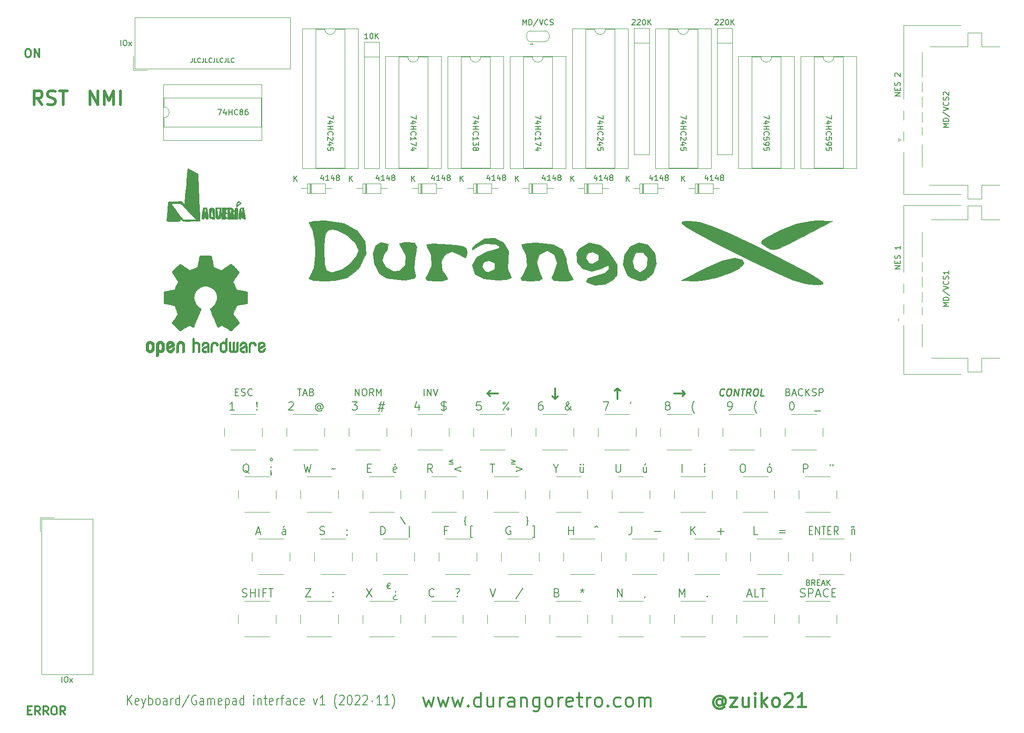
<source format=gto>
G04 #@! TF.GenerationSoftware,KiCad,Pcbnew,(5.1.2-1)-1*
G04 #@! TF.CreationDate,2022-11-22T18:58:20+01:00*
G04 #@! TF.ProjectId,top5x8kbd,746f7035-7838-46b6-9264-2e6b69636164,rev?*
G04 #@! TF.SameCoordinates,Original*
G04 #@! TF.FileFunction,Legend,Top*
G04 #@! TF.FilePolarity,Positive*
%FSLAX46Y46*%
G04 Gerber Fmt 4.6, Leading zero omitted, Abs format (unit mm)*
G04 Created by KiCad (PCBNEW (5.1.2-1)-1) date 2022-11-22 18:58:20*
%MOMM*%
%LPD*%
G04 APERTURE LIST*
%ADD10C,0.150000*%
%ADD11C,0.349250*%
%ADD12C,0.450000*%
%ADD13C,0.200000*%
%ADD14C,0.300000*%
%ADD15C,0.120000*%
%ADD16C,0.010000*%
%ADD17C,0.500000*%
%ADD18C,0.250000*%
%ADD19C,0.500000*%
%ADD20R,1.102000X1.602000*%
%ADD21O,1.702000X1.702000*%
%ADD22R,1.702000X1.702000*%
%ADD23C,2.102000*%
%ADD24R,2.102000X2.102000*%
%ADD25C,4.602000*%
%ADD26C,4.102000*%
%ADD27C,1.702000*%
%ADD28O,1.829200X1.829200*%
%ADD29R,1.829200X1.829200*%
%ADD30O,1.802000X1.802000*%
%ADD31R,1.802000X1.802000*%
%ADD32O,1.602000X1.602000*%
%ADD33R,1.602000X1.602000*%
%ADD34C,3.302000*%
%ADD35C,5.702000*%
G04 APERTURE END LIST*
D10*
X44564761Y-21786904D02*
X44564761Y-22358333D01*
X44526666Y-22472619D01*
X44450476Y-22548809D01*
X44336190Y-22586904D01*
X44260000Y-22586904D01*
X45326666Y-22586904D02*
X44945714Y-22586904D01*
X44945714Y-21786904D01*
X46050476Y-22510714D02*
X46012380Y-22548809D01*
X45898095Y-22586904D01*
X45821904Y-22586904D01*
X45707619Y-22548809D01*
X45631428Y-22472619D01*
X45593333Y-22396428D01*
X45555238Y-22244047D01*
X45555238Y-22129761D01*
X45593333Y-21977380D01*
X45631428Y-21901190D01*
X45707619Y-21825000D01*
X45821904Y-21786904D01*
X45898095Y-21786904D01*
X46012380Y-21825000D01*
X46050476Y-21863095D01*
X46621904Y-21786904D02*
X46621904Y-22358333D01*
X46583809Y-22472619D01*
X46507619Y-22548809D01*
X46393333Y-22586904D01*
X46317142Y-22586904D01*
X47383809Y-22586904D02*
X47002857Y-22586904D01*
X47002857Y-21786904D01*
X48107619Y-22510714D02*
X48069523Y-22548809D01*
X47955238Y-22586904D01*
X47879047Y-22586904D01*
X47764761Y-22548809D01*
X47688571Y-22472619D01*
X47650476Y-22396428D01*
X47612380Y-22244047D01*
X47612380Y-22129761D01*
X47650476Y-21977380D01*
X47688571Y-21901190D01*
X47764761Y-21825000D01*
X47879047Y-21786904D01*
X47955238Y-21786904D01*
X48069523Y-21825000D01*
X48107619Y-21863095D01*
X48679047Y-21786904D02*
X48679047Y-22358333D01*
X48640952Y-22472619D01*
X48564761Y-22548809D01*
X48450476Y-22586904D01*
X48374285Y-22586904D01*
X49440952Y-22586904D02*
X49060000Y-22586904D01*
X49060000Y-21786904D01*
X50164761Y-22510714D02*
X50126666Y-22548809D01*
X50012380Y-22586904D01*
X49936190Y-22586904D01*
X49821904Y-22548809D01*
X49745714Y-22472619D01*
X49707619Y-22396428D01*
X49669523Y-22244047D01*
X49669523Y-22129761D01*
X49707619Y-21977380D01*
X49745714Y-21901190D01*
X49821904Y-21825000D01*
X49936190Y-21786904D01*
X50012380Y-21786904D01*
X50126666Y-21825000D01*
X50164761Y-21863095D01*
X50736190Y-21786904D02*
X50736190Y-22358333D01*
X50698095Y-22472619D01*
X50621904Y-22548809D01*
X50507619Y-22586904D01*
X50431428Y-22586904D01*
X51498095Y-22586904D02*
X51117142Y-22586904D01*
X51117142Y-21786904D01*
X52221904Y-22510714D02*
X52183809Y-22548809D01*
X52069523Y-22586904D01*
X51993333Y-22586904D01*
X51879047Y-22548809D01*
X51802857Y-22472619D01*
X51764761Y-22396428D01*
X51726666Y-22244047D01*
X51726666Y-22129761D01*
X51764761Y-21977380D01*
X51802857Y-21901190D01*
X51879047Y-21825000D01*
X51993333Y-21786904D01*
X52069523Y-21786904D01*
X52183809Y-21825000D01*
X52221904Y-21863095D01*
D11*
X14369142Y-141496142D02*
X14877142Y-141496142D01*
X15094857Y-142294428D02*
X14369142Y-142294428D01*
X14369142Y-140770428D01*
X15094857Y-140770428D01*
X16618857Y-142294428D02*
X16110857Y-141568714D01*
X15748000Y-142294428D02*
X15748000Y-140770428D01*
X16328571Y-140770428D01*
X16473714Y-140843000D01*
X16546285Y-140915571D01*
X16618857Y-141060714D01*
X16618857Y-141278428D01*
X16546285Y-141423571D01*
X16473714Y-141496142D01*
X16328571Y-141568714D01*
X15748000Y-141568714D01*
X18142857Y-142294428D02*
X17634857Y-141568714D01*
X17272000Y-142294428D02*
X17272000Y-140770428D01*
X17852571Y-140770428D01*
X17997714Y-140843000D01*
X18070285Y-140915571D01*
X18142857Y-141060714D01*
X18142857Y-141278428D01*
X18070285Y-141423571D01*
X17997714Y-141496142D01*
X17852571Y-141568714D01*
X17272000Y-141568714D01*
X19086285Y-140770428D02*
X19376571Y-140770428D01*
X19521714Y-140843000D01*
X19666857Y-140988142D01*
X19739428Y-141278428D01*
X19739428Y-141786428D01*
X19666857Y-142076714D01*
X19521714Y-142221857D01*
X19376571Y-142294428D01*
X19086285Y-142294428D01*
X18941142Y-142221857D01*
X18796000Y-142076714D01*
X18723428Y-141786428D01*
X18723428Y-141278428D01*
X18796000Y-140988142D01*
X18941142Y-140843000D01*
X19086285Y-140770428D01*
X21263428Y-142294428D02*
X20755428Y-141568714D01*
X20392571Y-142294428D02*
X20392571Y-140770428D01*
X20973142Y-140770428D01*
X21118285Y-140843000D01*
X21190857Y-140915571D01*
X21263428Y-141060714D01*
X21263428Y-141278428D01*
X21190857Y-141423571D01*
X21118285Y-141496142D01*
X20973142Y-141568714D01*
X20392571Y-141568714D01*
X14296571Y-20120428D02*
X14586857Y-20120428D01*
X14732000Y-20193000D01*
X14877142Y-20338142D01*
X14949714Y-20628428D01*
X14949714Y-21136428D01*
X14877142Y-21426714D01*
X14732000Y-21571857D01*
X14586857Y-21644428D01*
X14296571Y-21644428D01*
X14151428Y-21571857D01*
X14006285Y-21426714D01*
X13933714Y-21136428D01*
X13933714Y-20628428D01*
X14006285Y-20338142D01*
X14151428Y-20193000D01*
X14296571Y-20120428D01*
X15602857Y-21644428D02*
X15602857Y-20120428D01*
X16473714Y-21644428D01*
X16473714Y-20120428D01*
D12*
X141756190Y-139639523D02*
X141635238Y-139518571D01*
X141393333Y-139397619D01*
X141151428Y-139397619D01*
X140909523Y-139518571D01*
X140788571Y-139639523D01*
X140667619Y-139881428D01*
X140667619Y-140123333D01*
X140788571Y-140365238D01*
X140909523Y-140486190D01*
X141151428Y-140607142D01*
X141393333Y-140607142D01*
X141635238Y-140486190D01*
X141756190Y-140365238D01*
X141756190Y-139397619D02*
X141756190Y-140365238D01*
X141877142Y-140486190D01*
X141998095Y-140486190D01*
X142240000Y-140365238D01*
X142360952Y-140123333D01*
X142360952Y-139518571D01*
X142119047Y-139155714D01*
X141756190Y-138913809D01*
X141272380Y-138792857D01*
X140788571Y-138913809D01*
X140425714Y-139155714D01*
X140183809Y-139518571D01*
X140062857Y-140002380D01*
X140183809Y-140486190D01*
X140425714Y-140849047D01*
X140788571Y-141090952D01*
X141272380Y-141211904D01*
X141756190Y-141090952D01*
X142119047Y-140849047D01*
X143207619Y-139155714D02*
X144538095Y-139155714D01*
X143207619Y-140849047D01*
X144538095Y-140849047D01*
X146594285Y-139155714D02*
X146594285Y-140849047D01*
X145505714Y-139155714D02*
X145505714Y-140486190D01*
X145626666Y-140728095D01*
X145868571Y-140849047D01*
X146231428Y-140849047D01*
X146473333Y-140728095D01*
X146594285Y-140607142D01*
X147803809Y-140849047D02*
X147803809Y-139155714D01*
X147803809Y-138309047D02*
X147682857Y-138430000D01*
X147803809Y-138550952D01*
X147924761Y-138430000D01*
X147803809Y-138309047D01*
X147803809Y-138550952D01*
X149013333Y-140849047D02*
X149013333Y-138309047D01*
X149255238Y-139881428D02*
X149980952Y-140849047D01*
X149980952Y-139155714D02*
X149013333Y-140123333D01*
X151432380Y-140849047D02*
X151190476Y-140728095D01*
X151069523Y-140607142D01*
X150948571Y-140365238D01*
X150948571Y-139639523D01*
X151069523Y-139397619D01*
X151190476Y-139276666D01*
X151432380Y-139155714D01*
X151795238Y-139155714D01*
X152037142Y-139276666D01*
X152158095Y-139397619D01*
X152279047Y-139639523D01*
X152279047Y-140365238D01*
X152158095Y-140607142D01*
X152037142Y-140728095D01*
X151795238Y-140849047D01*
X151432380Y-140849047D01*
X153246666Y-138550952D02*
X153367619Y-138430000D01*
X153609523Y-138309047D01*
X154214285Y-138309047D01*
X154456190Y-138430000D01*
X154577142Y-138550952D01*
X154698095Y-138792857D01*
X154698095Y-139034761D01*
X154577142Y-139397619D01*
X153125714Y-140849047D01*
X154698095Y-140849047D01*
X157117142Y-140849047D02*
X155665714Y-140849047D01*
X156391428Y-140849047D02*
X156391428Y-138309047D01*
X156149523Y-138671904D01*
X155907619Y-138913809D01*
X155665714Y-139034761D01*
D13*
X32649999Y-140514285D02*
X32649999Y-138714285D01*
X33507142Y-140514285D02*
X32864285Y-139485714D01*
X33507142Y-138714285D02*
X32649999Y-139742857D01*
X34721428Y-140428571D02*
X34578571Y-140514285D01*
X34292857Y-140514285D01*
X34149999Y-140428571D01*
X34078571Y-140257142D01*
X34078571Y-139571428D01*
X34149999Y-139400000D01*
X34292857Y-139314285D01*
X34578571Y-139314285D01*
X34721428Y-139400000D01*
X34792857Y-139571428D01*
X34792857Y-139742857D01*
X34078571Y-139914285D01*
X35292857Y-139314285D02*
X35649999Y-140514285D01*
X36007142Y-139314285D02*
X35649999Y-140514285D01*
X35507142Y-140942857D01*
X35435714Y-141028571D01*
X35292857Y-141114285D01*
X36578571Y-140514285D02*
X36578571Y-138714285D01*
X36578571Y-139400000D02*
X36721428Y-139314285D01*
X37007142Y-139314285D01*
X37149999Y-139400000D01*
X37221428Y-139485714D01*
X37292857Y-139657142D01*
X37292857Y-140171428D01*
X37221428Y-140342857D01*
X37149999Y-140428571D01*
X37007142Y-140514285D01*
X36721428Y-140514285D01*
X36578571Y-140428571D01*
X38149999Y-140514285D02*
X38007142Y-140428571D01*
X37935714Y-140342857D01*
X37864285Y-140171428D01*
X37864285Y-139657142D01*
X37935714Y-139485714D01*
X38007142Y-139400000D01*
X38149999Y-139314285D01*
X38364285Y-139314285D01*
X38507142Y-139400000D01*
X38578571Y-139485714D01*
X38649999Y-139657142D01*
X38649999Y-140171428D01*
X38578571Y-140342857D01*
X38507142Y-140428571D01*
X38364285Y-140514285D01*
X38149999Y-140514285D01*
X39935714Y-140514285D02*
X39935714Y-139571428D01*
X39864285Y-139400000D01*
X39721428Y-139314285D01*
X39435714Y-139314285D01*
X39292857Y-139400000D01*
X39935714Y-140428571D02*
X39792857Y-140514285D01*
X39435714Y-140514285D01*
X39292857Y-140428571D01*
X39221428Y-140257142D01*
X39221428Y-140085714D01*
X39292857Y-139914285D01*
X39435714Y-139828571D01*
X39792857Y-139828571D01*
X39935714Y-139742857D01*
X40649999Y-140514285D02*
X40649999Y-139314285D01*
X40649999Y-139657142D02*
X40721428Y-139485714D01*
X40792857Y-139400000D01*
X40935714Y-139314285D01*
X41078571Y-139314285D01*
X42221428Y-140514285D02*
X42221428Y-138714285D01*
X42221428Y-140428571D02*
X42078571Y-140514285D01*
X41792857Y-140514285D01*
X41649999Y-140428571D01*
X41578571Y-140342857D01*
X41507142Y-140171428D01*
X41507142Y-139657142D01*
X41578571Y-139485714D01*
X41649999Y-139400000D01*
X41792857Y-139314285D01*
X42078571Y-139314285D01*
X42221428Y-139400000D01*
X44007142Y-138628571D02*
X42721428Y-140942857D01*
X45292857Y-138800000D02*
X45149999Y-138714285D01*
X44935714Y-138714285D01*
X44721428Y-138800000D01*
X44578571Y-138971428D01*
X44507142Y-139142857D01*
X44435714Y-139485714D01*
X44435714Y-139742857D01*
X44507142Y-140085714D01*
X44578571Y-140257142D01*
X44721428Y-140428571D01*
X44935714Y-140514285D01*
X45078571Y-140514285D01*
X45292857Y-140428571D01*
X45364285Y-140342857D01*
X45364285Y-139742857D01*
X45078571Y-139742857D01*
X46649999Y-140514285D02*
X46649999Y-139571428D01*
X46578571Y-139400000D01*
X46435714Y-139314285D01*
X46149999Y-139314285D01*
X46007142Y-139400000D01*
X46649999Y-140428571D02*
X46507142Y-140514285D01*
X46149999Y-140514285D01*
X46007142Y-140428571D01*
X45935714Y-140257142D01*
X45935714Y-140085714D01*
X46007142Y-139914285D01*
X46149999Y-139828571D01*
X46507142Y-139828571D01*
X46649999Y-139742857D01*
X47364285Y-140514285D02*
X47364285Y-139314285D01*
X47364285Y-139485714D02*
X47435714Y-139400000D01*
X47578571Y-139314285D01*
X47792857Y-139314285D01*
X47935714Y-139400000D01*
X48007142Y-139571428D01*
X48007142Y-140514285D01*
X48007142Y-139571428D02*
X48078571Y-139400000D01*
X48221428Y-139314285D01*
X48435714Y-139314285D01*
X48578571Y-139400000D01*
X48649999Y-139571428D01*
X48649999Y-140514285D01*
X49935714Y-140428571D02*
X49792857Y-140514285D01*
X49507142Y-140514285D01*
X49364285Y-140428571D01*
X49292857Y-140257142D01*
X49292857Y-139571428D01*
X49364285Y-139400000D01*
X49507142Y-139314285D01*
X49792857Y-139314285D01*
X49935714Y-139400000D01*
X50007142Y-139571428D01*
X50007142Y-139742857D01*
X49292857Y-139914285D01*
X50649999Y-139314285D02*
X50649999Y-141114285D01*
X50649999Y-139400000D02*
X50792857Y-139314285D01*
X51078571Y-139314285D01*
X51221428Y-139400000D01*
X51292857Y-139485714D01*
X51364285Y-139657142D01*
X51364285Y-140171428D01*
X51292857Y-140342857D01*
X51221428Y-140428571D01*
X51078571Y-140514285D01*
X50792857Y-140514285D01*
X50649999Y-140428571D01*
X52649999Y-140514285D02*
X52649999Y-139571428D01*
X52578571Y-139400000D01*
X52435714Y-139314285D01*
X52149999Y-139314285D01*
X52007142Y-139400000D01*
X52649999Y-140428571D02*
X52507142Y-140514285D01*
X52149999Y-140514285D01*
X52007142Y-140428571D01*
X51935714Y-140257142D01*
X51935714Y-140085714D01*
X52007142Y-139914285D01*
X52149999Y-139828571D01*
X52507142Y-139828571D01*
X52649999Y-139742857D01*
X54007142Y-140514285D02*
X54007142Y-138714285D01*
X54007142Y-140428571D02*
X53864285Y-140514285D01*
X53578571Y-140514285D01*
X53435714Y-140428571D01*
X53364285Y-140342857D01*
X53292857Y-140171428D01*
X53292857Y-139657142D01*
X53364285Y-139485714D01*
X53435714Y-139400000D01*
X53578571Y-139314285D01*
X53864285Y-139314285D01*
X54007142Y-139400000D01*
X55864285Y-140514285D02*
X55864285Y-139314285D01*
X55864285Y-138714285D02*
X55792857Y-138800000D01*
X55864285Y-138885714D01*
X55935714Y-138800000D01*
X55864285Y-138714285D01*
X55864285Y-138885714D01*
X56578571Y-139314285D02*
X56578571Y-140514285D01*
X56578571Y-139485714D02*
X56649999Y-139400000D01*
X56792857Y-139314285D01*
X57007142Y-139314285D01*
X57149999Y-139400000D01*
X57221428Y-139571428D01*
X57221428Y-140514285D01*
X57721428Y-139314285D02*
X58292857Y-139314285D01*
X57935714Y-138714285D02*
X57935714Y-140257142D01*
X58007142Y-140428571D01*
X58149999Y-140514285D01*
X58292857Y-140514285D01*
X59364285Y-140428571D02*
X59221428Y-140514285D01*
X58935714Y-140514285D01*
X58792857Y-140428571D01*
X58721428Y-140257142D01*
X58721428Y-139571428D01*
X58792857Y-139400000D01*
X58935714Y-139314285D01*
X59221428Y-139314285D01*
X59364285Y-139400000D01*
X59435714Y-139571428D01*
X59435714Y-139742857D01*
X58721428Y-139914285D01*
X60078571Y-140514285D02*
X60078571Y-139314285D01*
X60078571Y-139657142D02*
X60150000Y-139485714D01*
X60221428Y-139400000D01*
X60364285Y-139314285D01*
X60507142Y-139314285D01*
X60792857Y-139314285D02*
X61364285Y-139314285D01*
X61007142Y-140514285D02*
X61007142Y-138971428D01*
X61078571Y-138800000D01*
X61221428Y-138714285D01*
X61364285Y-138714285D01*
X62507142Y-140514285D02*
X62507142Y-139571428D01*
X62435714Y-139400000D01*
X62292857Y-139314285D01*
X62007142Y-139314285D01*
X61864285Y-139400000D01*
X62507142Y-140428571D02*
X62364285Y-140514285D01*
X62007142Y-140514285D01*
X61864285Y-140428571D01*
X61792857Y-140257142D01*
X61792857Y-140085714D01*
X61864285Y-139914285D01*
X62007142Y-139828571D01*
X62364285Y-139828571D01*
X62507142Y-139742857D01*
X63864285Y-140428571D02*
X63721428Y-140514285D01*
X63435714Y-140514285D01*
X63292857Y-140428571D01*
X63221428Y-140342857D01*
X63150000Y-140171428D01*
X63150000Y-139657142D01*
X63221428Y-139485714D01*
X63292857Y-139400000D01*
X63435714Y-139314285D01*
X63721428Y-139314285D01*
X63864285Y-139400000D01*
X65078571Y-140428571D02*
X64935714Y-140514285D01*
X64650000Y-140514285D01*
X64507142Y-140428571D01*
X64435714Y-140257142D01*
X64435714Y-139571428D01*
X64507142Y-139400000D01*
X64650000Y-139314285D01*
X64935714Y-139314285D01*
X65078571Y-139400000D01*
X65150000Y-139571428D01*
X65150000Y-139742857D01*
X64435714Y-139914285D01*
X66792857Y-139314285D02*
X67150000Y-140514285D01*
X67507142Y-139314285D01*
X68864285Y-140514285D02*
X68007142Y-140514285D01*
X68435714Y-140514285D02*
X68435714Y-138714285D01*
X68292857Y-138971428D01*
X68150000Y-139142857D01*
X68007142Y-139228571D01*
X71078571Y-141200000D02*
X71007142Y-141114285D01*
X70864285Y-140857142D01*
X70792857Y-140685714D01*
X70721428Y-140428571D01*
X70650000Y-140000000D01*
X70650000Y-139657142D01*
X70721428Y-139228571D01*
X70792857Y-138971428D01*
X70864285Y-138800000D01*
X71007142Y-138542857D01*
X71078571Y-138457142D01*
X71578571Y-138885714D02*
X71650000Y-138800000D01*
X71792857Y-138714285D01*
X72150000Y-138714285D01*
X72292857Y-138800000D01*
X72364285Y-138885714D01*
X72435714Y-139057142D01*
X72435714Y-139228571D01*
X72364285Y-139485714D01*
X71507142Y-140514285D01*
X72435714Y-140514285D01*
X73364285Y-138714285D02*
X73507142Y-138714285D01*
X73650000Y-138800000D01*
X73721428Y-138885714D01*
X73792857Y-139057142D01*
X73864285Y-139400000D01*
X73864285Y-139828571D01*
X73792857Y-140171428D01*
X73721428Y-140342857D01*
X73650000Y-140428571D01*
X73507142Y-140514285D01*
X73364285Y-140514285D01*
X73221428Y-140428571D01*
X73150000Y-140342857D01*
X73078571Y-140171428D01*
X73007142Y-139828571D01*
X73007142Y-139400000D01*
X73078571Y-139057142D01*
X73150000Y-138885714D01*
X73221428Y-138800000D01*
X73364285Y-138714285D01*
X74435714Y-138885714D02*
X74507142Y-138800000D01*
X74650000Y-138714285D01*
X75007142Y-138714285D01*
X75150000Y-138800000D01*
X75221428Y-138885714D01*
X75292857Y-139057142D01*
X75292857Y-139228571D01*
X75221428Y-139485714D01*
X74364285Y-140514285D01*
X75292857Y-140514285D01*
X75864285Y-138885714D02*
X75935714Y-138800000D01*
X76078571Y-138714285D01*
X76435714Y-138714285D01*
X76578571Y-138800000D01*
X76650000Y-138885714D01*
X76721428Y-139057142D01*
X76721428Y-139228571D01*
X76650000Y-139485714D01*
X75792857Y-140514285D01*
X76721428Y-140514285D01*
X77578571Y-139742857D02*
X77507142Y-139828571D01*
X77578571Y-139914285D01*
X77649999Y-139828571D01*
X77578571Y-139742857D01*
X77578571Y-139914285D01*
X79292857Y-140514285D02*
X78435714Y-140514285D01*
X78864285Y-140514285D02*
X78864285Y-138714285D01*
X78721428Y-138971428D01*
X78578571Y-139142857D01*
X78435714Y-139228571D01*
X80721428Y-140514285D02*
X79864285Y-140514285D01*
X80292857Y-140514285D02*
X80292857Y-138714285D01*
X80149999Y-138971428D01*
X80007142Y-139142857D01*
X79864285Y-139228571D01*
X81221428Y-141200000D02*
X81292857Y-141114285D01*
X81435714Y-140857142D01*
X81507142Y-140685714D01*
X81578571Y-140428571D01*
X81649999Y-140000000D01*
X81649999Y-139657142D01*
X81578571Y-139228571D01*
X81507142Y-138971428D01*
X81435714Y-138800000D01*
X81292857Y-138542857D01*
X81221428Y-138457142D01*
D14*
X86964761Y-139155714D02*
X87448571Y-140849047D01*
X87932380Y-139639523D01*
X88416190Y-140849047D01*
X88900000Y-139155714D01*
X89625714Y-139155714D02*
X90109523Y-140849047D01*
X90593333Y-139639523D01*
X91077142Y-140849047D01*
X91560952Y-139155714D01*
X92286666Y-139155714D02*
X92770476Y-140849047D01*
X93254285Y-139639523D01*
X93738095Y-140849047D01*
X94221904Y-139155714D01*
X95189523Y-140607142D02*
X95310476Y-140728095D01*
X95189523Y-140849047D01*
X95068571Y-140728095D01*
X95189523Y-140607142D01*
X95189523Y-140849047D01*
X97487619Y-140849047D02*
X97487619Y-138309047D01*
X97487619Y-140728095D02*
X97245714Y-140849047D01*
X96761904Y-140849047D01*
X96520000Y-140728095D01*
X96399047Y-140607142D01*
X96278095Y-140365238D01*
X96278095Y-139639523D01*
X96399047Y-139397619D01*
X96520000Y-139276666D01*
X96761904Y-139155714D01*
X97245714Y-139155714D01*
X97487619Y-139276666D01*
X99785714Y-139155714D02*
X99785714Y-140849047D01*
X98697142Y-139155714D02*
X98697142Y-140486190D01*
X98818095Y-140728095D01*
X99060000Y-140849047D01*
X99422857Y-140849047D01*
X99664761Y-140728095D01*
X99785714Y-140607142D01*
X100995238Y-140849047D02*
X100995238Y-139155714D01*
X100995238Y-139639523D02*
X101116190Y-139397619D01*
X101237142Y-139276666D01*
X101479047Y-139155714D01*
X101720952Y-139155714D01*
X103656190Y-140849047D02*
X103656190Y-139518571D01*
X103535238Y-139276666D01*
X103293333Y-139155714D01*
X102809523Y-139155714D01*
X102567619Y-139276666D01*
X103656190Y-140728095D02*
X103414285Y-140849047D01*
X102809523Y-140849047D01*
X102567619Y-140728095D01*
X102446666Y-140486190D01*
X102446666Y-140244285D01*
X102567619Y-140002380D01*
X102809523Y-139881428D01*
X103414285Y-139881428D01*
X103656190Y-139760476D01*
X104865714Y-139155714D02*
X104865714Y-140849047D01*
X104865714Y-139397619D02*
X104986666Y-139276666D01*
X105228571Y-139155714D01*
X105591428Y-139155714D01*
X105833333Y-139276666D01*
X105954285Y-139518571D01*
X105954285Y-140849047D01*
X108252380Y-139155714D02*
X108252380Y-141211904D01*
X108131428Y-141453809D01*
X108010476Y-141574761D01*
X107768571Y-141695714D01*
X107405714Y-141695714D01*
X107163809Y-141574761D01*
X108252380Y-140728095D02*
X108010476Y-140849047D01*
X107526666Y-140849047D01*
X107284761Y-140728095D01*
X107163809Y-140607142D01*
X107042857Y-140365238D01*
X107042857Y-139639523D01*
X107163809Y-139397619D01*
X107284761Y-139276666D01*
X107526666Y-139155714D01*
X108010476Y-139155714D01*
X108252380Y-139276666D01*
X109824761Y-140849047D02*
X109582857Y-140728095D01*
X109461904Y-140607142D01*
X109340952Y-140365238D01*
X109340952Y-139639523D01*
X109461904Y-139397619D01*
X109582857Y-139276666D01*
X109824761Y-139155714D01*
X110187619Y-139155714D01*
X110429523Y-139276666D01*
X110550476Y-139397619D01*
X110671428Y-139639523D01*
X110671428Y-140365238D01*
X110550476Y-140607142D01*
X110429523Y-140728095D01*
X110187619Y-140849047D01*
X109824761Y-140849047D01*
X111760000Y-140849047D02*
X111760000Y-139155714D01*
X111760000Y-139639523D02*
X111880952Y-139397619D01*
X112001904Y-139276666D01*
X112243809Y-139155714D01*
X112485714Y-139155714D01*
X114300000Y-140728095D02*
X114058095Y-140849047D01*
X113574285Y-140849047D01*
X113332380Y-140728095D01*
X113211428Y-140486190D01*
X113211428Y-139518571D01*
X113332380Y-139276666D01*
X113574285Y-139155714D01*
X114058095Y-139155714D01*
X114300000Y-139276666D01*
X114420952Y-139518571D01*
X114420952Y-139760476D01*
X113211428Y-140002380D01*
X115146666Y-139155714D02*
X116114285Y-139155714D01*
X115509523Y-138309047D02*
X115509523Y-140486190D01*
X115630476Y-140728095D01*
X115872380Y-140849047D01*
X116114285Y-140849047D01*
X116960952Y-140849047D02*
X116960952Y-139155714D01*
X116960952Y-139639523D02*
X117081904Y-139397619D01*
X117202857Y-139276666D01*
X117444761Y-139155714D01*
X117686666Y-139155714D01*
X118896190Y-140849047D02*
X118654285Y-140728095D01*
X118533333Y-140607142D01*
X118412380Y-140365238D01*
X118412380Y-139639523D01*
X118533333Y-139397619D01*
X118654285Y-139276666D01*
X118896190Y-139155714D01*
X119259047Y-139155714D01*
X119500952Y-139276666D01*
X119621904Y-139397619D01*
X119742857Y-139639523D01*
X119742857Y-140365238D01*
X119621904Y-140607142D01*
X119500952Y-140728095D01*
X119259047Y-140849047D01*
X118896190Y-140849047D01*
X120831428Y-140607142D02*
X120952380Y-140728095D01*
X120831428Y-140849047D01*
X120710476Y-140728095D01*
X120831428Y-140607142D01*
X120831428Y-140849047D01*
X123129523Y-140728095D02*
X122887619Y-140849047D01*
X122403809Y-140849047D01*
X122161904Y-140728095D01*
X122040952Y-140607142D01*
X121920000Y-140365238D01*
X121920000Y-139639523D01*
X122040952Y-139397619D01*
X122161904Y-139276666D01*
X122403809Y-139155714D01*
X122887619Y-139155714D01*
X123129523Y-139276666D01*
X124580952Y-140849047D02*
X124339047Y-140728095D01*
X124218095Y-140607142D01*
X124097142Y-140365238D01*
X124097142Y-139639523D01*
X124218095Y-139397619D01*
X124339047Y-139276666D01*
X124580952Y-139155714D01*
X124943809Y-139155714D01*
X125185714Y-139276666D01*
X125306666Y-139397619D01*
X125427619Y-139639523D01*
X125427619Y-140365238D01*
X125306666Y-140607142D01*
X125185714Y-140728095D01*
X124943809Y-140849047D01*
X124580952Y-140849047D01*
X126516190Y-140849047D02*
X126516190Y-139155714D01*
X126516190Y-139397619D02*
X126637142Y-139276666D01*
X126879047Y-139155714D01*
X127241904Y-139155714D01*
X127483809Y-139276666D01*
X127604761Y-139518571D01*
X127604761Y-140849047D01*
X127604761Y-139518571D02*
X127725714Y-139276666D01*
X127967619Y-139155714D01*
X128330476Y-139155714D01*
X128572380Y-139276666D01*
X128693333Y-139518571D01*
X128693333Y-140849047D01*
D15*
X105900000Y-17480000D02*
G75*
G02X106600000Y-16780000I700000J0D01*
G01*
X106600000Y-18780000D02*
G75*
G02X105900000Y-18080000I0J700000D01*
G01*
X110000000Y-18080000D02*
G75*
G02X109300000Y-18780000I-700000J0D01*
G01*
X109300000Y-16780000D02*
G75*
G02X110000000Y-17480000I0J-700000D01*
G01*
X106550000Y-16780000D02*
X109350000Y-16780000D01*
X110000000Y-17480000D02*
X110000000Y-18080000D01*
X109350000Y-18780000D02*
X106550000Y-18780000D01*
X105900000Y-18080000D02*
X105900000Y-17480000D01*
X106750000Y-18980000D02*
X106450000Y-19280000D01*
X106450000Y-19280000D02*
X107050000Y-19280000D01*
X106750000Y-18980000D02*
X107050000Y-19280000D01*
X113090000Y-21470000D02*
X102810000Y-21470000D01*
X113090000Y-42030000D02*
X113090000Y-21470000D01*
X102810000Y-42030000D02*
X113090000Y-42030000D01*
X102810000Y-21470000D02*
X102810000Y-42030000D01*
X110600000Y-21530000D02*
X108950000Y-21530000D01*
X110600000Y-41970000D02*
X110600000Y-21530000D01*
X105300000Y-41970000D02*
X110600000Y-41970000D01*
X105300000Y-21530000D02*
X105300000Y-41970000D01*
X106950000Y-21530000D02*
X105300000Y-21530000D01*
X108950000Y-21530000D02*
G75*
G02X106950000Y-21530000I-1000000J0D01*
G01*
X189357000Y-45085000D02*
X192659000Y-45085000D01*
X189357000Y-47625000D02*
X189357000Y-45085000D01*
X186817000Y-47625000D02*
X189357000Y-47625000D01*
X186817000Y-45085000D02*
X186817000Y-47625000D01*
X189357000Y-19685000D02*
X192659000Y-19685000D01*
X186817000Y-17145000D02*
X186817000Y-19685000D01*
X189357000Y-17145000D02*
X186817000Y-17145000D01*
X189357000Y-19685000D02*
X189357000Y-17145000D01*
X186817000Y-19685000D02*
X178435000Y-19685000D01*
X186817000Y-45085000D02*
X178435000Y-45085000D01*
X178435000Y-45085000D02*
X178435000Y-19685000D01*
X189357000Y-76835000D02*
X192659000Y-76835000D01*
X189357000Y-79375000D02*
X189357000Y-76835000D01*
X186817000Y-79375000D02*
X189357000Y-79375000D01*
X186817000Y-76835000D02*
X186817000Y-79375000D01*
X189357000Y-51435000D02*
X192659000Y-51435000D01*
X186817000Y-48895000D02*
X186817000Y-51435000D01*
X189357000Y-48895000D02*
X186817000Y-48895000D01*
X189357000Y-51435000D02*
X189357000Y-48895000D01*
X186817000Y-51435000D02*
X178435000Y-51435000D01*
X186817000Y-76835000D02*
X178435000Y-76835000D01*
X178435000Y-76835000D02*
X178435000Y-51435000D01*
X143640000Y-19050000D02*
X140840000Y-19050000D01*
X143640000Y-39540000D02*
X143640000Y-16340000D01*
X140840000Y-39540000D02*
X143640000Y-39540000D01*
X140840000Y-16340000D02*
X140840000Y-39540000D01*
X143640000Y-16340000D02*
X140840000Y-16340000D01*
X174578675Y-36830000D02*
X174145662Y-37080000D01*
X174145662Y-36580000D02*
X174578675Y-36830000D01*
X174145662Y-37080000D02*
X174145662Y-36580000D01*
X175040000Y-15805000D02*
X185520000Y-15805000D01*
X175040000Y-46775000D02*
X175040000Y-15805000D01*
X185520000Y-46775000D02*
X175040000Y-46775000D01*
X166430000Y-21470000D02*
X156150000Y-21470000D01*
X166430000Y-42030000D02*
X166430000Y-21470000D01*
X156150000Y-42030000D02*
X166430000Y-42030000D01*
X156150000Y-21470000D02*
X156150000Y-42030000D01*
X163940000Y-21530000D02*
X162290000Y-21530000D01*
X163940000Y-41970000D02*
X163940000Y-21530000D01*
X158640000Y-41970000D02*
X163940000Y-41970000D01*
X158640000Y-21530000D02*
X158640000Y-41970000D01*
X160290000Y-21530000D02*
X158640000Y-21530000D01*
X162290000Y-21530000D02*
G75*
G02X160290000Y-21530000I-1000000J0D01*
G01*
X139760000Y-16390000D02*
X129480000Y-16390000D01*
X139760000Y-42030000D02*
X139760000Y-16390000D01*
X129480000Y-42030000D02*
X139760000Y-42030000D01*
X129480000Y-16390000D02*
X129480000Y-42030000D01*
X137270000Y-16450000D02*
X135620000Y-16450000D01*
X137270000Y-41970000D02*
X137270000Y-16450000D01*
X131970000Y-41970000D02*
X137270000Y-41970000D01*
X131970000Y-16450000D02*
X131970000Y-41970000D01*
X133620000Y-16450000D02*
X131970000Y-16450000D01*
X135620000Y-16450000D02*
G75*
G02X133620000Y-16450000I-1000000J0D01*
G01*
X155000000Y-21470000D02*
X144720000Y-21470000D01*
X155000000Y-42030000D02*
X155000000Y-21470000D01*
X144720000Y-42030000D02*
X155000000Y-42030000D01*
X144720000Y-21470000D02*
X144720000Y-42030000D01*
X152510000Y-21530000D02*
X150860000Y-21530000D01*
X152510000Y-41970000D02*
X152510000Y-21530000D01*
X147210000Y-41970000D02*
X152510000Y-41970000D01*
X147210000Y-21530000D02*
X147210000Y-41970000D01*
X148860000Y-21530000D02*
X147210000Y-21530000D01*
X150860000Y-21530000D02*
G75*
G02X148860000Y-21530000I-1000000J0D01*
G01*
X124520000Y-16390000D02*
X114240000Y-16390000D01*
X124520000Y-42030000D02*
X124520000Y-16390000D01*
X114240000Y-42030000D02*
X124520000Y-42030000D01*
X114240000Y-16390000D02*
X114240000Y-42030000D01*
X122030000Y-16450000D02*
X120380000Y-16450000D01*
X122030000Y-41970000D02*
X122030000Y-16450000D01*
X116730000Y-41970000D02*
X122030000Y-41970000D01*
X116730000Y-16450000D02*
X116730000Y-41970000D01*
X118380000Y-16450000D02*
X116730000Y-16450000D01*
X120380000Y-16450000D02*
G75*
G02X118380000Y-16450000I-1000000J0D01*
G01*
X74990000Y-16390000D02*
X64710000Y-16390000D01*
X74990000Y-42030000D02*
X74990000Y-16390000D01*
X64710000Y-42030000D02*
X74990000Y-42030000D01*
X64710000Y-16390000D02*
X64710000Y-42030000D01*
X72500000Y-16450000D02*
X70850000Y-16450000D01*
X72500000Y-41970000D02*
X72500000Y-16450000D01*
X67200000Y-41970000D02*
X72500000Y-41970000D01*
X67200000Y-16450000D02*
X67200000Y-41970000D01*
X68850000Y-16450000D02*
X67200000Y-16450000D01*
X70850000Y-16450000D02*
G75*
G02X68850000Y-16450000I-1000000J0D01*
G01*
X90230000Y-21470000D02*
X79950000Y-21470000D01*
X90230000Y-42030000D02*
X90230000Y-21470000D01*
X79950000Y-42030000D02*
X90230000Y-42030000D01*
X79950000Y-21470000D02*
X79950000Y-42030000D01*
X87740000Y-21530000D02*
X86090000Y-21530000D01*
X87740000Y-41970000D02*
X87740000Y-21530000D01*
X82440000Y-41970000D02*
X87740000Y-41970000D01*
X82440000Y-21530000D02*
X82440000Y-41970000D01*
X84090000Y-21530000D02*
X82440000Y-21530000D01*
X86090000Y-21530000D02*
G75*
G02X84090000Y-21530000I-1000000J0D01*
G01*
X39250000Y-26610000D02*
X39250000Y-36890000D01*
X57270000Y-26610000D02*
X39250000Y-26610000D01*
X57270000Y-36890000D02*
X57270000Y-26610000D01*
X39250000Y-36890000D02*
X57270000Y-36890000D01*
X39310000Y-29100000D02*
X39310000Y-30750000D01*
X57210000Y-29100000D02*
X39310000Y-29100000D01*
X57210000Y-34400000D02*
X57210000Y-29100000D01*
X39310000Y-34400000D02*
X57210000Y-34400000D01*
X39310000Y-32750000D02*
X39310000Y-34400000D01*
X39310000Y-30750000D02*
G75*
G02X39310000Y-32750000I0J-1000000D01*
G01*
X101660000Y-21470000D02*
X91380000Y-21470000D01*
X101660000Y-42030000D02*
X101660000Y-21470000D01*
X91380000Y-42030000D02*
X101660000Y-42030000D01*
X91380000Y-21470000D02*
X91380000Y-42030000D01*
X99170000Y-21530000D02*
X97520000Y-21530000D01*
X99170000Y-41970000D02*
X99170000Y-21530000D01*
X93870000Y-41970000D02*
X99170000Y-41970000D01*
X93870000Y-21530000D02*
X93870000Y-41970000D01*
X95520000Y-21530000D02*
X93870000Y-21530000D01*
X97520000Y-21530000D02*
G75*
G02X95520000Y-21530000I-1000000J0D01*
G01*
X128400000Y-19050000D02*
X125600000Y-19050000D01*
X128400000Y-39540000D02*
X128400000Y-16340000D01*
X125600000Y-39540000D02*
X128400000Y-39540000D01*
X125600000Y-16340000D02*
X125600000Y-39540000D01*
X128400000Y-16340000D02*
X125600000Y-16340000D01*
X33770000Y-23975000D02*
X33770000Y-21435000D01*
X33770000Y-23975000D02*
X36310000Y-23975000D01*
X34020000Y-23725000D02*
X34020000Y-14375000D01*
X62500000Y-23725000D02*
X34020000Y-23725000D01*
X62500000Y-14375000D02*
X62500000Y-23725000D01*
X34020000Y-14375000D02*
X62500000Y-14375000D01*
X137246000Y-44800000D02*
X137246000Y-46640000D01*
X137486000Y-44800000D02*
X137486000Y-46640000D01*
X137366000Y-44800000D02*
X137366000Y-46640000D01*
X141250000Y-45720000D02*
X140070000Y-45720000D01*
X135610000Y-45720000D02*
X136790000Y-45720000D01*
X140070000Y-44800000D02*
X136790000Y-44800000D01*
X140070000Y-46640000D02*
X140070000Y-44800000D01*
X136790000Y-46640000D02*
X140070000Y-46640000D01*
X136790000Y-44800000D02*
X136790000Y-46640000D01*
X127086000Y-44800000D02*
X127086000Y-46640000D01*
X127326000Y-44800000D02*
X127326000Y-46640000D01*
X127206000Y-44800000D02*
X127206000Y-46640000D01*
X131090000Y-45720000D02*
X129910000Y-45720000D01*
X125450000Y-45720000D02*
X126630000Y-45720000D01*
X129910000Y-44800000D02*
X126630000Y-44800000D01*
X129910000Y-46640000D02*
X129910000Y-44800000D01*
X126630000Y-46640000D02*
X129910000Y-46640000D01*
X126630000Y-44800000D02*
X126630000Y-46640000D01*
X116926000Y-44800000D02*
X116926000Y-46640000D01*
X117166000Y-44800000D02*
X117166000Y-46640000D01*
X117046000Y-44800000D02*
X117046000Y-46640000D01*
X120930000Y-45720000D02*
X119750000Y-45720000D01*
X115290000Y-45720000D02*
X116470000Y-45720000D01*
X119750000Y-44800000D02*
X116470000Y-44800000D01*
X119750000Y-46640000D02*
X119750000Y-44800000D01*
X116470000Y-46640000D02*
X119750000Y-46640000D01*
X116470000Y-44800000D02*
X116470000Y-46640000D01*
D16*
G36*
X53147678Y-48110285D02*
G01*
X53336371Y-48235780D01*
X53567859Y-48423228D01*
X53142635Y-48764947D01*
X52851410Y-48990114D01*
X52685687Y-49088052D01*
X52612733Y-49072115D01*
X52599166Y-48986653D01*
X52612353Y-48896806D01*
X52722704Y-48896806D01*
X53032596Y-48676143D01*
X53220724Y-48507567D01*
X53287606Y-48374584D01*
X53282081Y-48357740D01*
X53138432Y-48259557D01*
X52976830Y-48345581D01*
X52842888Y-48578403D01*
X52722704Y-48896806D01*
X52612353Y-48896806D01*
X52635627Y-48738238D01*
X52725316Y-48451532D01*
X52838694Y-48200361D01*
X52946218Y-48058555D01*
X52974610Y-48048333D01*
X53147678Y-48110285D01*
X53147678Y-48110285D01*
G37*
X53147678Y-48110285D02*
X53336371Y-48235780D01*
X53567859Y-48423228D01*
X53142635Y-48764947D01*
X52851410Y-48990114D01*
X52685687Y-49088052D01*
X52612733Y-49072115D01*
X52599166Y-48986653D01*
X52612353Y-48896806D01*
X52722704Y-48896806D01*
X53032596Y-48676143D01*
X53220724Y-48507567D01*
X53287606Y-48374584D01*
X53282081Y-48357740D01*
X53138432Y-48259557D01*
X52976830Y-48345581D01*
X52842888Y-48578403D01*
X52722704Y-48896806D01*
X52612353Y-48896806D01*
X52635627Y-48738238D01*
X52725316Y-48451532D01*
X52838694Y-48200361D01*
X52946218Y-48058555D01*
X52974610Y-48048333D01*
X53147678Y-48110285D01*
G36*
X54072901Y-49921055D02*
G01*
X54145609Y-50349023D01*
X54213639Y-50745365D01*
X54256867Y-50993525D01*
X54285525Y-51229873D01*
X54225902Y-51317085D01*
X54034783Y-51312837D01*
X54018982Y-51311025D01*
X53760010Y-51213492D01*
X53645776Y-51011666D01*
X53572765Y-50747083D01*
X53562216Y-51038125D01*
X53517233Y-51253648D01*
X53364916Y-51325971D01*
X53287083Y-51329166D01*
X53085598Y-51285236D01*
X53028864Y-51119820D01*
X53029142Y-51091041D01*
X53048616Y-50871910D01*
X53093714Y-50517084D01*
X53155069Y-50099621D01*
X53161433Y-50059166D01*
X53225679Y-49675656D01*
X53493194Y-49675656D01*
X53527094Y-50006250D01*
X53589126Y-50535416D01*
X53705043Y-50006250D01*
X53764715Y-49682565D01*
X53759646Y-49511621D01*
X53687470Y-49443888D01*
X53678030Y-49441269D01*
X53555436Y-49425950D01*
X53497777Y-49489280D01*
X53493194Y-49675656D01*
X53225679Y-49675656D01*
X53228839Y-49656796D01*
X53289825Y-49418020D01*
X53369703Y-49297158D01*
X53493788Y-49248530D01*
X53619163Y-49233138D01*
X53951244Y-49200860D01*
X54072901Y-49921055D01*
X54072901Y-49921055D01*
G37*
X54072901Y-49921055D02*
X54145609Y-50349023D01*
X54213639Y-50745365D01*
X54256867Y-50993525D01*
X54285525Y-51229873D01*
X54225902Y-51317085D01*
X54034783Y-51312837D01*
X54018982Y-51311025D01*
X53760010Y-51213492D01*
X53645776Y-51011666D01*
X53572765Y-50747083D01*
X53562216Y-51038125D01*
X53517233Y-51253648D01*
X53364916Y-51325971D01*
X53287083Y-51329166D01*
X53085598Y-51285236D01*
X53028864Y-51119820D01*
X53029142Y-51091041D01*
X53048616Y-50871910D01*
X53093714Y-50517084D01*
X53155069Y-50099621D01*
X53161433Y-50059166D01*
X53225679Y-49675656D01*
X53493194Y-49675656D01*
X53527094Y-50006250D01*
X53589126Y-50535416D01*
X53705043Y-50006250D01*
X53764715Y-49682565D01*
X53759646Y-49511621D01*
X53687470Y-49443888D01*
X53678030Y-49441269D01*
X53555436Y-49425950D01*
X53497777Y-49489280D01*
X53493194Y-49675656D01*
X53225679Y-49675656D01*
X53228839Y-49656796D01*
X53289825Y-49418020D01*
X53369703Y-49297158D01*
X53493788Y-49248530D01*
X53619163Y-49233138D01*
X53951244Y-49200860D01*
X54072901Y-49921055D01*
G36*
X52720677Y-49272963D02*
G01*
X52799171Y-49321678D01*
X52845823Y-49450671D01*
X52871812Y-49699053D01*
X52888313Y-50105934D01*
X52894040Y-50297291D01*
X52924331Y-51329166D01*
X52274001Y-51329166D01*
X52304292Y-50297291D01*
X52320113Y-49824263D01*
X52341427Y-49523715D01*
X52379409Y-49356537D01*
X52445237Y-49283617D01*
X52550088Y-49265845D01*
X52599166Y-49265416D01*
X52720677Y-49272963D01*
X52720677Y-49272963D01*
G37*
X52720677Y-49272963D02*
X52799171Y-49321678D01*
X52845823Y-49450671D01*
X52871812Y-49699053D01*
X52888313Y-50105934D01*
X52894040Y-50297291D01*
X52924331Y-51329166D01*
X52274001Y-51329166D01*
X52304292Y-50297291D01*
X52320113Y-49824263D01*
X52341427Y-49523715D01*
X52379409Y-49356537D01*
X52445237Y-49283617D01*
X52550088Y-49265845D01*
X52599166Y-49265416D01*
X52720677Y-49272963D01*
G36*
X51696056Y-49265684D02*
G01*
X51967181Y-49419451D01*
X52140459Y-49646933D01*
X52180506Y-49902499D01*
X52060778Y-50131888D01*
X52002959Y-50259637D01*
X52060778Y-50318050D01*
X52131245Y-50459127D01*
X52171891Y-50729333D01*
X52175833Y-50851603D01*
X52175833Y-51314047D01*
X51004184Y-51314047D01*
X51034383Y-50289732D01*
X51051608Y-49705468D01*
X51371263Y-49705468D01*
X51394699Y-49821041D01*
X51482791Y-50139287D01*
X51552753Y-50250108D01*
X51616200Y-50155645D01*
X51681735Y-49873958D01*
X51708257Y-49637593D01*
X51646292Y-49543398D01*
X51536171Y-49530000D01*
X51391836Y-49563807D01*
X51371263Y-49705468D01*
X51051608Y-49705468D01*
X51064583Y-49265416D01*
X51362465Y-49231268D01*
X51696056Y-49265684D01*
X51696056Y-49265684D01*
G37*
X51696056Y-49265684D02*
X51967181Y-49419451D01*
X52140459Y-49646933D01*
X52180506Y-49902499D01*
X52060778Y-50131888D01*
X52002959Y-50259637D01*
X52060778Y-50318050D01*
X52131245Y-50459127D01*
X52171891Y-50729333D01*
X52175833Y-50851603D01*
X52175833Y-51314047D01*
X51004184Y-51314047D01*
X51034383Y-50289732D01*
X51051608Y-49705468D01*
X51371263Y-49705468D01*
X51394699Y-49821041D01*
X51482791Y-50139287D01*
X51552753Y-50250108D01*
X51616200Y-50155645D01*
X51681735Y-49873958D01*
X51708257Y-49637593D01*
X51646292Y-49543398D01*
X51536171Y-49530000D01*
X51391836Y-49563807D01*
X51371263Y-49705468D01*
X51051608Y-49705468D01*
X51064583Y-49265416D01*
X51362465Y-49231268D01*
X51696056Y-49265684D01*
G36*
X50871484Y-49272478D02*
G01*
X50905595Y-49397834D01*
X50905833Y-49418081D01*
X50841076Y-49595228D01*
X50747083Y-49635833D01*
X50617798Y-49724066D01*
X50588333Y-49847500D01*
X50654507Y-50019880D01*
X50747083Y-50059166D01*
X50887393Y-50143882D01*
X50905833Y-50217916D01*
X50821117Y-50358227D01*
X50747083Y-50376666D01*
X50619404Y-50468667D01*
X50588333Y-50641250D01*
X50643534Y-50854048D01*
X50747083Y-50905833D01*
X50876368Y-50994066D01*
X50905833Y-51117500D01*
X50874941Y-51249362D01*
X50746443Y-51311983D01*
X50466608Y-51329052D01*
X50425750Y-51329166D01*
X49945668Y-51329166D01*
X50006250Y-49265416D01*
X50456041Y-49232873D01*
X50740336Y-49225192D01*
X50871484Y-49272478D01*
X50871484Y-49272478D01*
G37*
X50871484Y-49272478D02*
X50905595Y-49397834D01*
X50905833Y-49418081D01*
X50841076Y-49595228D01*
X50747083Y-49635833D01*
X50617798Y-49724066D01*
X50588333Y-49847500D01*
X50654507Y-50019880D01*
X50747083Y-50059166D01*
X50887393Y-50143882D01*
X50905833Y-50217916D01*
X50821117Y-50358227D01*
X50747083Y-50376666D01*
X50619404Y-50468667D01*
X50588333Y-50641250D01*
X50643534Y-50854048D01*
X50747083Y-50905833D01*
X50876368Y-50994066D01*
X50905833Y-51117500D01*
X50874941Y-51249362D01*
X50746443Y-51311983D01*
X50466608Y-51329052D01*
X50425750Y-51329166D01*
X49945668Y-51329166D01*
X50006250Y-49265416D01*
X50456041Y-49232873D01*
X50740336Y-49225192D01*
X50871484Y-49272478D01*
G36*
X49847500Y-50143833D02*
G01*
X49832254Y-50659679D01*
X49788797Y-51021938D01*
X49720547Y-51202119D01*
X49720500Y-51202166D01*
X49491285Y-51308316D01*
X49193022Y-51316408D01*
X48944244Y-51226442D01*
X48916166Y-51202166D01*
X48847902Y-51022103D01*
X48804430Y-50659944D01*
X48789166Y-50144182D01*
X48789166Y-49693513D01*
X49117117Y-49693513D01*
X49145198Y-49915187D01*
X49186676Y-50271240D01*
X49210366Y-50578140D01*
X49212500Y-50656021D01*
X49243050Y-50864929D01*
X49315156Y-50891757D01*
X49399499Y-50753875D01*
X49460742Y-50508958D01*
X49524762Y-50134197D01*
X49591459Y-49777491D01*
X49593331Y-49768125D01*
X49624727Y-49534063D01*
X49560636Y-49440727D01*
X49370093Y-49424166D01*
X49194685Y-49435500D01*
X49118875Y-49506688D01*
X49117117Y-49693513D01*
X48789166Y-49693513D01*
X48789166Y-49212500D01*
X49847500Y-49212500D01*
X49847500Y-50143833D01*
X49847500Y-50143833D01*
G37*
X49847500Y-50143833D02*
X49832254Y-50659679D01*
X49788797Y-51021938D01*
X49720547Y-51202119D01*
X49720500Y-51202166D01*
X49491285Y-51308316D01*
X49193022Y-51316408D01*
X48944244Y-51226442D01*
X48916166Y-51202166D01*
X48847902Y-51022103D01*
X48804430Y-50659944D01*
X48789166Y-50144182D01*
X48789166Y-49693513D01*
X49117117Y-49693513D01*
X49145198Y-49915187D01*
X49186676Y-50271240D01*
X49210366Y-50578140D01*
X49212500Y-50656021D01*
X49243050Y-50864929D01*
X49315156Y-50891757D01*
X49399499Y-50753875D01*
X49460742Y-50508958D01*
X49524762Y-50134197D01*
X49591459Y-49777491D01*
X49593331Y-49768125D01*
X49624727Y-49534063D01*
X49560636Y-49440727D01*
X49370093Y-49424166D01*
X49194685Y-49435500D01*
X49118875Y-49506688D01*
X49117117Y-49693513D01*
X48789166Y-49693513D01*
X48789166Y-49212500D01*
X49847500Y-49212500D01*
X49847500Y-50143833D01*
G36*
X48353662Y-49320981D02*
G01*
X48421416Y-49363264D01*
X48555582Y-49462816D01*
X48635355Y-49578887D01*
X48672526Y-49762516D01*
X48678887Y-50064740D01*
X48669392Y-50436610D01*
X48641447Y-51329166D01*
X48318432Y-51325948D01*
X48021239Y-51288704D01*
X47810208Y-51214856D01*
X47714273Y-51121351D01*
X47657447Y-50948065D01*
X47637933Y-50729403D01*
X47949854Y-50729403D01*
X47999251Y-50931016D01*
X48113608Y-51008549D01*
X48154166Y-51011666D01*
X48326014Y-50960000D01*
X48365833Y-50888044D01*
X48347838Y-50726072D01*
X48300795Y-50423412D01*
X48238865Y-50067835D01*
X48111897Y-49371250D01*
X48035043Y-49847500D01*
X47962692Y-50377100D01*
X47949854Y-50729403D01*
X47637933Y-50729403D01*
X47630739Y-50648799D01*
X47625000Y-50263305D01*
X47629467Y-49839806D01*
X47651837Y-49578195D01*
X47705559Y-49428738D01*
X47804085Y-49341703D01*
X47885247Y-49301051D01*
X48122785Y-49239932D01*
X48353662Y-49320981D01*
X48353662Y-49320981D01*
G37*
X48353662Y-49320981D02*
X48421416Y-49363264D01*
X48555582Y-49462816D01*
X48635355Y-49578887D01*
X48672526Y-49762516D01*
X48678887Y-50064740D01*
X48669392Y-50436610D01*
X48641447Y-51329166D01*
X48318432Y-51325948D01*
X48021239Y-51288704D01*
X47810208Y-51214856D01*
X47714273Y-51121351D01*
X47657447Y-50948065D01*
X47637933Y-50729403D01*
X47949854Y-50729403D01*
X47999251Y-50931016D01*
X48113608Y-51008549D01*
X48154166Y-51011666D01*
X48326014Y-50960000D01*
X48365833Y-50888044D01*
X48347838Y-50726072D01*
X48300795Y-50423412D01*
X48238865Y-50067835D01*
X48111897Y-49371250D01*
X48035043Y-49847500D01*
X47962692Y-50377100D01*
X47949854Y-50729403D01*
X47637933Y-50729403D01*
X47630739Y-50648799D01*
X47625000Y-50263305D01*
X47629467Y-49839806D01*
X47651837Y-49578195D01*
X47705559Y-49428738D01*
X47804085Y-49341703D01*
X47885247Y-49301051D01*
X48122785Y-49239932D01*
X48353662Y-49320981D01*
G36*
X47107365Y-49220182D02*
G01*
X47201793Y-49238686D01*
X47201811Y-49238958D01*
X47218945Y-49347769D01*
X47264571Y-49615633D01*
X47330234Y-49993186D01*
X47360416Y-50165000D01*
X47447773Y-50670108D01*
X47495109Y-51002773D01*
X47499151Y-51199008D01*
X47456624Y-51294820D01*
X47364255Y-51326222D01*
X47254583Y-51329166D01*
X47041785Y-51273965D01*
X46990000Y-51170416D01*
X46932853Y-51029576D01*
X46884166Y-51011666D01*
X46790273Y-51097387D01*
X46778333Y-51170416D01*
X46686332Y-51298095D01*
X46513750Y-51329166D01*
X46315074Y-51283977D01*
X46249311Y-51196875D01*
X46266874Y-51037297D01*
X46313561Y-50726656D01*
X46380585Y-50322131D01*
X46407916Y-50165000D01*
X46479259Y-49757224D01*
X46483550Y-49732284D01*
X46779134Y-49732284D01*
X46810843Y-50002761D01*
X46842572Y-50103427D01*
X46909794Y-50243546D01*
X46954927Y-50220844D01*
X46990670Y-50015692D01*
X47008138Y-49847500D01*
X47010618Y-49547346D01*
X46939489Y-49428043D01*
X46913421Y-49424166D01*
X46815984Y-49513937D01*
X46779134Y-49732284D01*
X46483550Y-49732284D01*
X46533969Y-49439262D01*
X46563591Y-49260478D01*
X46566521Y-49238958D01*
X46658816Y-49220361D01*
X46880908Y-49212501D01*
X46884166Y-49212500D01*
X47107365Y-49220182D01*
X47107365Y-49220182D01*
G37*
X47107365Y-49220182D02*
X47201793Y-49238686D01*
X47201811Y-49238958D01*
X47218945Y-49347769D01*
X47264571Y-49615633D01*
X47330234Y-49993186D01*
X47360416Y-50165000D01*
X47447773Y-50670108D01*
X47495109Y-51002773D01*
X47499151Y-51199008D01*
X47456624Y-51294820D01*
X47364255Y-51326222D01*
X47254583Y-51329166D01*
X47041785Y-51273965D01*
X46990000Y-51170416D01*
X46932853Y-51029576D01*
X46884166Y-51011666D01*
X46790273Y-51097387D01*
X46778333Y-51170416D01*
X46686332Y-51298095D01*
X46513750Y-51329166D01*
X46315074Y-51283977D01*
X46249311Y-51196875D01*
X46266874Y-51037297D01*
X46313561Y-50726656D01*
X46380585Y-50322131D01*
X46407916Y-50165000D01*
X46479259Y-49757224D01*
X46483550Y-49732284D01*
X46779134Y-49732284D01*
X46810843Y-50002761D01*
X46842572Y-50103427D01*
X46909794Y-50243546D01*
X46954927Y-50220844D01*
X46990670Y-50015692D01*
X47008138Y-49847500D01*
X47010618Y-49547346D01*
X46939489Y-49428043D01*
X46913421Y-49424166D01*
X46815984Y-49513937D01*
X46779134Y-49732284D01*
X46483550Y-49732284D01*
X46533969Y-49439262D01*
X46563591Y-49260478D01*
X46566521Y-49238958D01*
X46658816Y-49220361D01*
X46880908Y-49212501D01*
X46884166Y-49212500D01*
X47107365Y-49220182D01*
G36*
X44668033Y-42539319D02*
G01*
X45612753Y-43021250D01*
X45614356Y-43550416D01*
X45619727Y-43788301D01*
X45634154Y-44206440D01*
X45656355Y-44773672D01*
X45685051Y-45458837D01*
X45718959Y-46230776D01*
X45756799Y-47058327D01*
X45770975Y-47360416D01*
X45810644Y-48200275D01*
X45848186Y-48995609D01*
X45882131Y-49715252D01*
X45911011Y-50328043D01*
X45933356Y-50802816D01*
X45947696Y-51108407D01*
X45950589Y-51170416D01*
X45975188Y-51699583D01*
X44402319Y-51728965D01*
X43791437Y-51738700D01*
X43355150Y-51738602D01*
X43056460Y-51724532D01*
X42858372Y-51692354D01*
X42723889Y-51637928D01*
X42616017Y-51557119D01*
X42581391Y-51525308D01*
X42333333Y-51292270D01*
X42333333Y-51522385D01*
X42324238Y-51619316D01*
X42273488Y-51684325D01*
X42145881Y-51723778D01*
X41906216Y-51744044D01*
X41519293Y-51751492D01*
X41061316Y-51752500D01*
X40526079Y-51751267D01*
X40168678Y-51743173D01*
X39955284Y-51721622D01*
X39852069Y-51680017D01*
X39825201Y-51611763D01*
X39839977Y-51514375D01*
X39866313Y-51326101D01*
X39903984Y-50971865D01*
X39948604Y-50496785D01*
X39995789Y-49945981D01*
X40012256Y-49741666D01*
X40056210Y-49198120D01*
X40095191Y-48736843D01*
X40113106Y-48537601D01*
X40745833Y-48537601D01*
X40806270Y-48660447D01*
X40970596Y-48915084D01*
X41213330Y-49265773D01*
X41508992Y-49676773D01*
X41832104Y-50112344D01*
X42157184Y-50536747D01*
X42302155Y-50720625D01*
X42871623Y-51435000D01*
X45227729Y-51435000D01*
X45000448Y-51196875D01*
X44836882Y-51025632D01*
X44566568Y-50742766D01*
X44229039Y-50389640D01*
X43913110Y-50059166D01*
X43542419Y-49665844D01*
X43200016Y-49292547D01*
X42928100Y-48985852D01*
X42786466Y-48815625D01*
X42647954Y-48647871D01*
X42515264Y-48546060D01*
X42333181Y-48493732D01*
X42046492Y-48474422D01*
X41632855Y-48471666D01*
X41229449Y-48478926D01*
X40922006Y-48498280D01*
X40759458Y-48526091D01*
X40745833Y-48537601D01*
X40113106Y-48537601D01*
X40125890Y-48395427D01*
X40144999Y-48211462D01*
X40148804Y-48190153D01*
X40253634Y-48177132D01*
X40526800Y-48154646D01*
X40925356Y-48125989D01*
X41348548Y-48098102D01*
X42533346Y-48022982D01*
X42795998Y-48326699D01*
X42977216Y-48510018D01*
X43076651Y-48530900D01*
X43110914Y-48471666D01*
X43133846Y-48325941D01*
X43170810Y-47999735D01*
X43218824Y-47523548D01*
X43274901Y-46927883D01*
X43336057Y-46243238D01*
X43385363Y-45667083D01*
X43449500Y-44911544D01*
X43511169Y-44200277D01*
X43567195Y-43568742D01*
X43614401Y-43052402D01*
X43649613Y-42686716D01*
X43665430Y-42539319D01*
X43723313Y-42057389D01*
X44668033Y-42539319D01*
X44668033Y-42539319D01*
G37*
X44668033Y-42539319D02*
X45612753Y-43021250D01*
X45614356Y-43550416D01*
X45619727Y-43788301D01*
X45634154Y-44206440D01*
X45656355Y-44773672D01*
X45685051Y-45458837D01*
X45718959Y-46230776D01*
X45756799Y-47058327D01*
X45770975Y-47360416D01*
X45810644Y-48200275D01*
X45848186Y-48995609D01*
X45882131Y-49715252D01*
X45911011Y-50328043D01*
X45933356Y-50802816D01*
X45947696Y-51108407D01*
X45950589Y-51170416D01*
X45975188Y-51699583D01*
X44402319Y-51728965D01*
X43791437Y-51738700D01*
X43355150Y-51738602D01*
X43056460Y-51724532D01*
X42858372Y-51692354D01*
X42723889Y-51637928D01*
X42616017Y-51557119D01*
X42581391Y-51525308D01*
X42333333Y-51292270D01*
X42333333Y-51522385D01*
X42324238Y-51619316D01*
X42273488Y-51684325D01*
X42145881Y-51723778D01*
X41906216Y-51744044D01*
X41519293Y-51751492D01*
X41061316Y-51752500D01*
X40526079Y-51751267D01*
X40168678Y-51743173D01*
X39955284Y-51721622D01*
X39852069Y-51680017D01*
X39825201Y-51611763D01*
X39839977Y-51514375D01*
X39866313Y-51326101D01*
X39903984Y-50971865D01*
X39948604Y-50496785D01*
X39995789Y-49945981D01*
X40012256Y-49741666D01*
X40056210Y-49198120D01*
X40095191Y-48736843D01*
X40113106Y-48537601D01*
X40745833Y-48537601D01*
X40806270Y-48660447D01*
X40970596Y-48915084D01*
X41213330Y-49265773D01*
X41508992Y-49676773D01*
X41832104Y-50112344D01*
X42157184Y-50536747D01*
X42302155Y-50720625D01*
X42871623Y-51435000D01*
X45227729Y-51435000D01*
X45000448Y-51196875D01*
X44836882Y-51025632D01*
X44566568Y-50742766D01*
X44229039Y-50389640D01*
X43913110Y-50059166D01*
X43542419Y-49665844D01*
X43200016Y-49292547D01*
X42928100Y-48985852D01*
X42786466Y-48815625D01*
X42647954Y-48647871D01*
X42515264Y-48546060D01*
X42333181Y-48493732D01*
X42046492Y-48474422D01*
X41632855Y-48471666D01*
X41229449Y-48478926D01*
X40922006Y-48498280D01*
X40759458Y-48526091D01*
X40745833Y-48537601D01*
X40113106Y-48537601D01*
X40125890Y-48395427D01*
X40144999Y-48211462D01*
X40148804Y-48190153D01*
X40253634Y-48177132D01*
X40526800Y-48154646D01*
X40925356Y-48125989D01*
X41348548Y-48098102D01*
X42533346Y-48022982D01*
X42795998Y-48326699D01*
X42977216Y-48510018D01*
X43076651Y-48530900D01*
X43110914Y-48471666D01*
X43133846Y-48325941D01*
X43170810Y-47999735D01*
X43218824Y-47523548D01*
X43274901Y-46927883D01*
X43336057Y-46243238D01*
X43385363Y-45667083D01*
X43449500Y-44911544D01*
X43511169Y-44200277D01*
X43567195Y-43568742D01*
X43614401Y-43052402D01*
X43649613Y-42686716D01*
X43665430Y-42539319D01*
X43723313Y-42057389D01*
X44668033Y-42539319D01*
G36*
X162004375Y-51670776D02*
G01*
X156845000Y-54371875D01*
X154049448Y-55829656D01*
X152309159Y-56665991D01*
X151265997Y-56982243D01*
X150561824Y-56879775D01*
X149838503Y-56459950D01*
X149724237Y-56387254D01*
X149010531Y-55851785D01*
X149020291Y-55357748D01*
X149972724Y-54671946D01*
X152087040Y-53561179D01*
X152646191Y-53278817D01*
X155413169Y-52230118D01*
X158248735Y-51665484D01*
X158996191Y-51632263D01*
X162004375Y-51670776D01*
X162004375Y-51670776D01*
G37*
X162004375Y-51670776D02*
X156845000Y-54371875D01*
X154049448Y-55829656D01*
X152309159Y-56665991D01*
X151265997Y-56982243D01*
X150561824Y-56879775D01*
X149838503Y-56459950D01*
X149724237Y-56387254D01*
X149010531Y-55851785D01*
X149020291Y-55357748D01*
X149972724Y-54671946D01*
X152087040Y-53561179D01*
X152646191Y-53278817D01*
X155413169Y-52230118D01*
X158248735Y-51665484D01*
X158996191Y-51632263D01*
X162004375Y-51670776D01*
G36*
X145453668Y-58790501D02*
G01*
X145732500Y-59469160D01*
X145034199Y-60293325D01*
X143272377Y-61207815D01*
X140946649Y-62025916D01*
X138556633Y-62560912D01*
X137172757Y-62668071D01*
X134223125Y-62629892D01*
X138744870Y-60295494D01*
X141766729Y-58983794D01*
X144080271Y-58472992D01*
X145453668Y-58790501D01*
X145453668Y-58790501D01*
G37*
X145453668Y-58790501D02*
X145732500Y-59469160D01*
X145034199Y-60293325D01*
X143272377Y-61207815D01*
X140946649Y-62025916D01*
X138556633Y-62560912D01*
X137172757Y-62668071D01*
X134223125Y-62629892D01*
X138744870Y-60295494D01*
X141766729Y-58983794D01*
X144080271Y-58472992D01*
X145453668Y-58790501D01*
G36*
X128071562Y-56044498D02*
G01*
X129407990Y-57602260D01*
X129712053Y-59555313D01*
X129093721Y-61376251D01*
X127662966Y-62537670D01*
X126682500Y-62706250D01*
X125002872Y-62133781D01*
X124337509Y-61559314D01*
X123579553Y-59737717D01*
X123688442Y-59037000D01*
X125279761Y-59037000D01*
X125628612Y-60428244D01*
X126620597Y-61116902D01*
X126682500Y-61118750D01*
X127662613Y-60481689D01*
X128003432Y-59874771D01*
X128036946Y-58407522D01*
X127247552Y-57455712D01*
X126110208Y-57477835D01*
X125783353Y-57731646D01*
X125279761Y-59037000D01*
X123688442Y-59037000D01*
X123870152Y-57867672D01*
X124926982Y-56366138D01*
X126467725Y-55650073D01*
X128071562Y-56044498D01*
X128071562Y-56044498D01*
G37*
X128071562Y-56044498D02*
X129407990Y-57602260D01*
X129712053Y-59555313D01*
X129093721Y-61376251D01*
X127662966Y-62537670D01*
X126682500Y-62706250D01*
X125002872Y-62133781D01*
X124337509Y-61559314D01*
X123579553Y-59737717D01*
X123688442Y-59037000D01*
X125279761Y-59037000D01*
X125628612Y-60428244D01*
X126620597Y-61116902D01*
X126682500Y-61118750D01*
X127662613Y-60481689D01*
X128003432Y-59874771D01*
X128036946Y-58407522D01*
X127247552Y-57455712D01*
X126110208Y-57477835D01*
X125783353Y-57731646D01*
X125279761Y-59037000D01*
X123688442Y-59037000D01*
X123870152Y-57867672D01*
X124926982Y-56366138D01*
X126467725Y-55650073D01*
X128071562Y-56044498D01*
G36*
X110770943Y-56008056D02*
G01*
X112519810Y-56946752D01*
X113171908Y-58638921D01*
X113188750Y-59072815D01*
X113603120Y-60911291D01*
X114141249Y-61753749D01*
X114469499Y-62410870D01*
X113531278Y-62679254D01*
X112547023Y-62706250D01*
X110869484Y-62604891D01*
X110479185Y-62120189D01*
X110926043Y-61223894D01*
X111464172Y-59402221D01*
X110997541Y-57852553D01*
X109711733Y-57152390D01*
X109616875Y-57150000D01*
X108289654Y-57783836D01*
X107770951Y-59300346D01*
X108246350Y-61122028D01*
X108307706Y-61223894D01*
X108766371Y-62237173D01*
X108185549Y-62640542D01*
X106686726Y-62706250D01*
X105052765Y-62583249D01*
X104786460Y-62131967D01*
X105092500Y-61753750D01*
X105935821Y-59971052D01*
X105845056Y-57847649D01*
X105140726Y-56563226D01*
X104962085Y-55993844D01*
X106036851Y-55730798D01*
X107720414Y-55696319D01*
X110770943Y-56008056D01*
X110770943Y-56008056D01*
G37*
X110770943Y-56008056D02*
X112519810Y-56946752D01*
X113171908Y-58638921D01*
X113188750Y-59072815D01*
X113603120Y-60911291D01*
X114141249Y-61753749D01*
X114469499Y-62410870D01*
X113531278Y-62679254D01*
X112547023Y-62706250D01*
X110869484Y-62604891D01*
X110479185Y-62120189D01*
X110926043Y-61223894D01*
X111464172Y-59402221D01*
X110997541Y-57852553D01*
X109711733Y-57152390D01*
X109616875Y-57150000D01*
X108289654Y-57783836D01*
X107770951Y-59300346D01*
X108246350Y-61122028D01*
X108307706Y-61223894D01*
X108766371Y-62237173D01*
X108185549Y-62640542D01*
X106686726Y-62706250D01*
X105052765Y-62583249D01*
X104786460Y-62131967D01*
X105092500Y-61753750D01*
X105935821Y-59971052D01*
X105845056Y-57847649D01*
X105140726Y-56563226D01*
X104962085Y-55993844D01*
X106036851Y-55730798D01*
X107720414Y-55696319D01*
X110770943Y-56008056D01*
G36*
X101680224Y-55684560D02*
G01*
X102573528Y-57218673D01*
X102473125Y-58737500D01*
X102411607Y-60530521D01*
X102823734Y-61459878D01*
X103099200Y-62147819D01*
X102249057Y-62475792D01*
X100563329Y-62561898D01*
X98036715Y-62268853D01*
X96444150Y-61423620D01*
X96422858Y-61398576D01*
X95982234Y-60056480D01*
X97672132Y-60056480D01*
X98269392Y-60945155D01*
X98901250Y-61118750D01*
X99936251Y-60547277D01*
X100057977Y-60379846D01*
X100006420Y-59438896D01*
X99052176Y-58936198D01*
X98094552Y-59142377D01*
X97672132Y-60056480D01*
X95982234Y-60056480D01*
X95901392Y-59810245D01*
X96734396Y-58321006D01*
X98704019Y-57248959D01*
X99383009Y-57076255D01*
X100851064Y-56693690D01*
X100897601Y-56319560D01*
X100185167Y-55958797D01*
X98135295Y-55865151D01*
X97010167Y-56358500D01*
X95874111Y-57012705D01*
X95912330Y-56721778D01*
X96418752Y-56086895D01*
X98142293Y-54917045D01*
X100049631Y-54850142D01*
X101680224Y-55684560D01*
X101680224Y-55684560D01*
G37*
X101680224Y-55684560D02*
X102573528Y-57218673D01*
X102473125Y-58737500D01*
X102411607Y-60530521D01*
X102823734Y-61459878D01*
X103099200Y-62147819D01*
X102249057Y-62475792D01*
X100563329Y-62561898D01*
X98036715Y-62268853D01*
X96444150Y-61423620D01*
X96422858Y-61398576D01*
X95982234Y-60056480D01*
X97672132Y-60056480D01*
X98269392Y-60945155D01*
X98901250Y-61118750D01*
X99936251Y-60547277D01*
X100057977Y-60379846D01*
X100006420Y-59438896D01*
X99052176Y-58936198D01*
X98094552Y-59142377D01*
X97672132Y-60056480D01*
X95982234Y-60056480D01*
X95901392Y-59810245D01*
X96734396Y-58321006D01*
X98704019Y-57248959D01*
X99383009Y-57076255D01*
X100851064Y-56693690D01*
X100897601Y-56319560D01*
X100185167Y-55958797D01*
X98135295Y-55865151D01*
X97010167Y-56358500D01*
X95874111Y-57012705D01*
X95912330Y-56721778D01*
X96418752Y-56086895D01*
X98142293Y-54917045D01*
X100049631Y-54850142D01*
X101680224Y-55684560D01*
G36*
X90276786Y-55924005D02*
G01*
X92873932Y-56108573D01*
X94264403Y-56318695D01*
X94824952Y-56693563D01*
X94932332Y-57372369D01*
X94932500Y-57644065D01*
X94720508Y-58485851D01*
X93847391Y-58030476D01*
X93751983Y-57952139D01*
X92166248Y-57311279D01*
X90890775Y-57841982D01*
X90213146Y-59128474D01*
X90420941Y-60754979D01*
X91122500Y-61753750D01*
X91438422Y-62399873D01*
X90504871Y-62673265D01*
X89376250Y-62706250D01*
X87662107Y-62589708D01*
X87313478Y-62163728D01*
X87630000Y-61753750D01*
X88470080Y-59983217D01*
X88393223Y-57870730D01*
X87697099Y-56582099D01*
X87552841Y-56045092D01*
X88690339Y-55864816D01*
X90276786Y-55924005D01*
X90276786Y-55924005D01*
G37*
X90276786Y-55924005D02*
X92873932Y-56108573D01*
X94264403Y-56318695D01*
X94824952Y-56693563D01*
X94932332Y-57372369D01*
X94932500Y-57644065D01*
X94720508Y-58485851D01*
X93847391Y-58030476D01*
X93751983Y-57952139D01*
X92166248Y-57311279D01*
X90890775Y-57841982D01*
X90213146Y-59128474D01*
X90420941Y-60754979D01*
X91122500Y-61753750D01*
X91438422Y-62399873D01*
X90504871Y-62673265D01*
X89376250Y-62706250D01*
X87662107Y-62589708D01*
X87313478Y-62163728D01*
X87630000Y-61753750D01*
X88470080Y-59983217D01*
X88393223Y-57870730D01*
X87697099Y-56582099D01*
X87552841Y-56045092D01*
X88690339Y-55864816D01*
X90276786Y-55924005D01*
G36*
X85320815Y-55692637D02*
G01*
X85731644Y-56393311D01*
X85454861Y-58129917D01*
X85421331Y-58279297D01*
X85196947Y-60306794D01*
X85468059Y-61641587D01*
X85532470Y-61719970D01*
X85351841Y-62221477D01*
X83817825Y-62525810D01*
X83167613Y-62564875D01*
X80234404Y-62207866D01*
X78840701Y-61307014D01*
X77932204Y-59600101D01*
X77733748Y-57698861D01*
X78204658Y-56165928D01*
X79255937Y-55563060D01*
X80491445Y-55947436D01*
X80338750Y-57006379D01*
X79686830Y-57790669D01*
X79362304Y-58965635D01*
X80085602Y-60167395D01*
X81401540Y-60911749D01*
X82567826Y-60855327D01*
X83616786Y-59742254D01*
X83700231Y-58031690D01*
X82867500Y-56515000D01*
X82493654Y-55818306D01*
X83448869Y-55572495D01*
X83974534Y-55562500D01*
X85320815Y-55692637D01*
X85320815Y-55692637D01*
G37*
X85320815Y-55692637D02*
X85731644Y-56393311D01*
X85454861Y-58129917D01*
X85421331Y-58279297D01*
X85196947Y-60306794D01*
X85468059Y-61641587D01*
X85532470Y-61719970D01*
X85351841Y-62221477D01*
X83817825Y-62525810D01*
X83167613Y-62564875D01*
X80234404Y-62207866D01*
X78840701Y-61307014D01*
X77932204Y-59600101D01*
X77733748Y-57698861D01*
X78204658Y-56165928D01*
X79255937Y-55563060D01*
X80491445Y-55947436D01*
X80338750Y-57006379D01*
X79686830Y-57790669D01*
X79362304Y-58965635D01*
X80085602Y-60167395D01*
X81401540Y-60911749D01*
X82567826Y-60855327D01*
X83616786Y-59742254D01*
X83700231Y-58031690D01*
X82867500Y-56515000D01*
X82493654Y-55818306D01*
X83448869Y-55572495D01*
X83974534Y-55562500D01*
X85320815Y-55692637D01*
G36*
X72379555Y-52104775D02*
G01*
X74847085Y-53469083D01*
X76257671Y-55433524D01*
X76453444Y-57744946D01*
X75276534Y-60150199D01*
X74727954Y-60757954D01*
X72955407Y-62077651D01*
X70732128Y-62636892D01*
X69012954Y-62706250D01*
X66795170Y-62621367D01*
X65940615Y-62317617D01*
X66198750Y-61753750D01*
X66827389Y-60288649D01*
X67108409Y-57945588D01*
X67087630Y-57150000D01*
X68738750Y-57150000D01*
X68822330Y-59530473D01*
X69177091Y-60717703D01*
X69959063Y-61101767D01*
X70326250Y-61118750D01*
X72054192Y-60580031D01*
X73501250Y-59531250D01*
X74666637Y-58109696D01*
X75088750Y-57150000D01*
X74451154Y-55782311D01*
X72945959Y-54347255D01*
X71184546Y-53354318D01*
X70326249Y-53181249D01*
X69374060Y-53390200D01*
X68899168Y-54277103D01*
X68745542Y-56232032D01*
X68738750Y-57150000D01*
X67087630Y-57150000D01*
X67041808Y-55395580D01*
X66627588Y-53309638D01*
X66198749Y-52546249D01*
X65952137Y-51963966D01*
X66860426Y-51671061D01*
X69012954Y-51593750D01*
X72379555Y-52104775D01*
X72379555Y-52104775D01*
G37*
X72379555Y-52104775D02*
X74847085Y-53469083D01*
X76257671Y-55433524D01*
X76453444Y-57744946D01*
X75276534Y-60150199D01*
X74727954Y-60757954D01*
X72955407Y-62077651D01*
X70732128Y-62636892D01*
X69012954Y-62706250D01*
X66795170Y-62621367D01*
X65940615Y-62317617D01*
X66198750Y-61753750D01*
X66827389Y-60288649D01*
X67108409Y-57945588D01*
X67087630Y-57150000D01*
X68738750Y-57150000D01*
X68822330Y-59530473D01*
X69177091Y-60717703D01*
X69959063Y-61101767D01*
X70326250Y-61118750D01*
X72054192Y-60580031D01*
X73501250Y-59531250D01*
X74666637Y-58109696D01*
X75088750Y-57150000D01*
X74451154Y-55782311D01*
X72945959Y-54347255D01*
X71184546Y-53354318D01*
X70326249Y-53181249D01*
X69374060Y-53390200D01*
X68899168Y-54277103D01*
X68745542Y-56232032D01*
X68738750Y-57150000D01*
X67087630Y-57150000D01*
X67041808Y-55395580D01*
X66627588Y-53309638D01*
X66198749Y-52546249D01*
X65952137Y-51963966D01*
X66860426Y-51671061D01*
X69012954Y-51593750D01*
X72379555Y-52104775D01*
G36*
X137556244Y-51894023D02*
G01*
X139875298Y-52602657D01*
X142984129Y-53889411D01*
X147099081Y-55840764D01*
X150495000Y-57546875D01*
X154719803Y-59714078D01*
X157665392Y-61272244D01*
X159473131Y-62320937D01*
X160284384Y-62959717D01*
X160240516Y-63288147D01*
X159482891Y-63405788D01*
X158829375Y-63416720D01*
X157083755Y-63199726D01*
X154764701Y-62491092D01*
X151655870Y-61204338D01*
X147540918Y-59252985D01*
X144145000Y-57546875D01*
X139920196Y-55379671D01*
X136974607Y-53821505D01*
X135166868Y-52772812D01*
X134355615Y-52134032D01*
X134399483Y-51805602D01*
X135157108Y-51687961D01*
X135810625Y-51677029D01*
X137556244Y-51894023D01*
X137556244Y-51894023D01*
G37*
X137556244Y-51894023D02*
X139875298Y-52602657D01*
X142984129Y-53889411D01*
X147099081Y-55840764D01*
X150495000Y-57546875D01*
X154719803Y-59714078D01*
X157665392Y-61272244D01*
X159473131Y-62320937D01*
X160284384Y-62959717D01*
X160240516Y-63288147D01*
X159482891Y-63405788D01*
X158829375Y-63416720D01*
X157083755Y-63199726D01*
X154764701Y-62491092D01*
X151655870Y-61204338D01*
X147540918Y-59252985D01*
X144145000Y-57546875D01*
X139920196Y-55379671D01*
X136974607Y-53821505D01*
X135166868Y-52772812D01*
X134355615Y-52134032D01*
X134399483Y-51805602D01*
X135157108Y-51687961D01*
X135810625Y-51677029D01*
X137556244Y-51894023D01*
G36*
X119333769Y-56069739D02*
G01*
X120987888Y-57399595D01*
X122487594Y-59648478D01*
X122446703Y-61587761D01*
X121761250Y-62547500D01*
X120270745Y-63301321D01*
X118413895Y-63458705D01*
X116990844Y-62985376D01*
X116794012Y-62760271D01*
X117121475Y-62150236D01*
X118471891Y-61768083D01*
X120172644Y-61230807D01*
X120952966Y-60462774D01*
X120974306Y-59818164D01*
X120093583Y-60168235D01*
X119730261Y-60389606D01*
X117815714Y-60947315D01*
X116146474Y-60454637D01*
X115100534Y-59243563D01*
X115078886Y-58468980D01*
X116722132Y-58468980D01*
X117319392Y-59357655D01*
X117951250Y-59531250D01*
X118986251Y-58959777D01*
X119107977Y-58792346D01*
X119056420Y-57851396D01*
X118102176Y-57348698D01*
X117144552Y-57554877D01*
X116722132Y-58468980D01*
X115078886Y-58468980D01*
X115055886Y-57646084D01*
X115578389Y-56743016D01*
X117309758Y-55659279D01*
X119333769Y-56069739D01*
X119333769Y-56069739D01*
G37*
X119333769Y-56069739D02*
X120987888Y-57399595D01*
X122487594Y-59648478D01*
X122446703Y-61587761D01*
X121761250Y-62547500D01*
X120270745Y-63301321D01*
X118413895Y-63458705D01*
X116990844Y-62985376D01*
X116794012Y-62760271D01*
X117121475Y-62150236D01*
X118471891Y-61768083D01*
X120172644Y-61230807D01*
X120952966Y-60462774D01*
X120974306Y-59818164D01*
X120093583Y-60168235D01*
X119730261Y-60389606D01*
X117815714Y-60947315D01*
X116146474Y-60454637D01*
X115100534Y-59243563D01*
X115078886Y-58468980D01*
X116722132Y-58468980D01*
X117319392Y-59357655D01*
X117951250Y-59531250D01*
X118986251Y-58959777D01*
X119107977Y-58792346D01*
X119056420Y-57851396D01*
X118102176Y-57348698D01*
X117144552Y-57554877D01*
X116722132Y-58468980D01*
X115078886Y-58468980D01*
X115055886Y-57646084D01*
X115578389Y-56743016D01*
X117309758Y-55659279D01*
X119333769Y-56069739D01*
G36*
X47338357Y-58064997D02*
G01*
X47601677Y-58066439D01*
X47792246Y-58070342D01*
X47922345Y-58077937D01*
X48004257Y-58090450D01*
X48050266Y-58109111D01*
X48072653Y-58135148D01*
X48083702Y-58169788D01*
X48084776Y-58174272D01*
X48101559Y-58255189D01*
X48132625Y-58414842D01*
X48174742Y-58636238D01*
X48224679Y-58902385D01*
X48279203Y-59196290D01*
X48281107Y-59206612D01*
X48335723Y-59494636D01*
X48386822Y-59749115D01*
X48431106Y-59954785D01*
X48465279Y-60096385D01*
X48486043Y-60158650D01*
X48487033Y-60159753D01*
X48548199Y-60190159D01*
X48674310Y-60240828D01*
X48838131Y-60300822D01*
X48839043Y-60301142D01*
X49045388Y-60378704D01*
X49288660Y-60477507D01*
X49517969Y-60576848D01*
X49528822Y-60581760D01*
X49902317Y-60751276D01*
X50729365Y-60186495D01*
X50983077Y-60014320D01*
X51212902Y-59860395D01*
X51405525Y-59733474D01*
X51547632Y-59642309D01*
X51625907Y-59595655D01*
X51633340Y-59592195D01*
X51690224Y-59607600D01*
X51796469Y-59681927D01*
X51956219Y-59818681D01*
X52173616Y-60021368D01*
X52395548Y-60237008D01*
X52609491Y-60449503D01*
X52800969Y-60643410D01*
X52958455Y-60806754D01*
X53070422Y-60927561D01*
X53125343Y-60993855D01*
X53127386Y-60997268D01*
X53133458Y-61042761D01*
X53110584Y-61117056D01*
X53053115Y-61230186D01*
X52955399Y-61392185D01*
X52811784Y-61613086D01*
X52620333Y-61897460D01*
X52450423Y-62147759D01*
X52298538Y-62372250D01*
X52173455Y-62557900D01*
X52083949Y-62691675D01*
X52038800Y-62760542D01*
X52035958Y-62765218D01*
X52041470Y-62831201D01*
X52083255Y-62959448D01*
X52152997Y-63125720D01*
X52177854Y-63178819D01*
X52286311Y-63415377D01*
X52402020Y-63683789D01*
X52496015Y-63916035D01*
X52563745Y-64088407D01*
X52617543Y-64219403D01*
X52648631Y-64287867D01*
X52652496Y-64293142D01*
X52709671Y-64301880D01*
X52844448Y-64325823D01*
X53038906Y-64361562D01*
X53275125Y-64405689D01*
X53535184Y-64454795D01*
X53801163Y-64505472D01*
X54055143Y-64554313D01*
X54279201Y-64597909D01*
X54455420Y-64632851D01*
X54565877Y-64655732D01*
X54592970Y-64662201D01*
X54620956Y-64678167D01*
X54642081Y-64714227D01*
X54657297Y-64782552D01*
X54667553Y-64895315D01*
X54673800Y-65064686D01*
X54676988Y-65302838D01*
X54678067Y-65621942D01*
X54678123Y-65752741D01*
X54678123Y-66816511D01*
X54422663Y-66866933D01*
X54280537Y-66894273D01*
X54068450Y-66934182D01*
X53812193Y-66981845D01*
X53537558Y-67032446D01*
X53461648Y-67046344D01*
X53208221Y-67095617D01*
X52987447Y-67144070D01*
X52817857Y-67187215D01*
X52717980Y-67220563D01*
X52701343Y-67230502D01*
X52660489Y-67300891D01*
X52601913Y-67437283D01*
X52536955Y-67612805D01*
X52524071Y-67650613D01*
X52438934Y-67885030D01*
X52333256Y-68149524D01*
X52229840Y-68387041D01*
X52229330Y-68388144D01*
X52057112Y-68760733D01*
X52623524Y-69593893D01*
X53189935Y-70427053D01*
X52462702Y-71155500D01*
X52242748Y-71372302D01*
X52042132Y-71563414D01*
X51872122Y-71718636D01*
X51743985Y-71827764D01*
X51668989Y-71880595D01*
X51658231Y-71883947D01*
X51595067Y-71857549D01*
X51466180Y-71784160D01*
X51285649Y-71672484D01*
X51067554Y-71531224D01*
X50831754Y-71373027D01*
X50592436Y-71211664D01*
X50379059Y-71071252D01*
X50205175Y-70960431D01*
X50084334Y-70887838D01*
X50030263Y-70862108D01*
X49964294Y-70883880D01*
X49839198Y-70941251D01*
X49680780Y-71022300D01*
X49663987Y-71031309D01*
X49450652Y-71138300D01*
X49304364Y-71190772D01*
X49213380Y-71191330D01*
X49165959Y-71142580D01*
X49165683Y-71141897D01*
X49141980Y-71084164D01*
X49085449Y-70947115D01*
X49000474Y-70741357D01*
X48891438Y-70477498D01*
X48762724Y-70166144D01*
X48618715Y-69817904D01*
X48479251Y-69480744D01*
X48325980Y-69108666D01*
X48185251Y-68763987D01*
X48061282Y-68457271D01*
X47958291Y-68199085D01*
X47880496Y-67999994D01*
X47832114Y-67870565D01*
X47817204Y-67822261D01*
X47854594Y-67766850D01*
X47952398Y-67678538D01*
X48082815Y-67581174D01*
X48454223Y-67273253D01*
X48744530Y-66920304D01*
X48950256Y-66529761D01*
X49067923Y-66109057D01*
X49094051Y-65665629D01*
X49075060Y-65460958D01*
X48971583Y-65036323D01*
X48793373Y-64661336D01*
X48551482Y-64339696D01*
X48256963Y-64075101D01*
X47920871Y-63871250D01*
X47554258Y-63731842D01*
X47168177Y-63660574D01*
X46773681Y-63661145D01*
X46381825Y-63737254D01*
X46003660Y-63892599D01*
X45650240Y-64130879D01*
X45502727Y-64265639D01*
X45219816Y-64611679D01*
X45022832Y-64989826D01*
X44910464Y-65389055D01*
X44881401Y-65798345D01*
X44934331Y-66206672D01*
X45067943Y-66603013D01*
X45280925Y-66976345D01*
X45571966Y-67315645D01*
X45897186Y-67581174D01*
X46032652Y-67682671D01*
X46128349Y-67770025D01*
X46162797Y-67822343D01*
X46144760Y-67879398D01*
X46093462Y-68015698D01*
X46013124Y-68220678D01*
X45907964Y-68483772D01*
X45782204Y-68794416D01*
X45640063Y-69142043D01*
X45500365Y-69480826D01*
X45346241Y-69853222D01*
X45203482Y-70198307D01*
X45076471Y-70505477D01*
X44969589Y-70764125D01*
X44887220Y-70963647D01*
X44833747Y-71093435D01*
X44813933Y-71141897D01*
X44767124Y-71191129D01*
X44676583Y-71190985D01*
X44530658Y-71138877D01*
X44317698Y-71032216D01*
X44316014Y-71031309D01*
X44155670Y-70948536D01*
X44026052Y-70888242D01*
X43952963Y-70862346D01*
X43949737Y-70862108D01*
X43894716Y-70888374D01*
X43773243Y-70961416D01*
X43598871Y-71072595D01*
X43385150Y-71213273D01*
X43148247Y-71373027D01*
X42907055Y-71534779D01*
X42689674Y-71675450D01*
X42510184Y-71786335D01*
X42382664Y-71858730D01*
X42321770Y-71883947D01*
X42265697Y-71850803D01*
X42152960Y-71758173D01*
X41994823Y-71616257D01*
X41802551Y-71435255D01*
X41587409Y-71225369D01*
X41517048Y-71155249D01*
X40789566Y-70426552D01*
X41343295Y-69613900D01*
X41511577Y-69364342D01*
X41659271Y-69140366D01*
X41778090Y-68954949D01*
X41859750Y-68821065D01*
X41895964Y-68751690D01*
X41897025Y-68746755D01*
X41877933Y-68681364D01*
X41826582Y-68549825D01*
X41751860Y-68374181D01*
X41699412Y-68256591D01*
X41601346Y-68031461D01*
X41508993Y-67804015D01*
X41437394Y-67611839D01*
X41417944Y-67553295D01*
X41362686Y-67396956D01*
X41308669Y-67276158D01*
X41278999Y-67230502D01*
X41213524Y-67202561D01*
X41070624Y-67162951D01*
X40868839Y-67116162D01*
X40626712Y-67066683D01*
X40518353Y-67046344D01*
X40243189Y-66995781D01*
X39979254Y-66946822D01*
X39752341Y-66904281D01*
X39588239Y-66872975D01*
X39557338Y-66866933D01*
X39301878Y-66816511D01*
X39301878Y-65752741D01*
X39302452Y-65402950D01*
X39304807Y-65138300D01*
X39309893Y-64946622D01*
X39318661Y-64815744D01*
X39332062Y-64733493D01*
X39351046Y-64687698D01*
X39376562Y-64666188D01*
X39387031Y-64662201D01*
X39450174Y-64648056D01*
X39589675Y-64619834D01*
X39787611Y-64580943D01*
X40026065Y-64534792D01*
X40287114Y-64484788D01*
X40552839Y-64434341D01*
X40805319Y-64386858D01*
X41026635Y-64345748D01*
X41198866Y-64314419D01*
X41304092Y-64296278D01*
X41327505Y-64293142D01*
X41348716Y-64251173D01*
X41395668Y-64139370D01*
X41459581Y-63978888D01*
X41483986Y-63916035D01*
X41582420Y-63673203D01*
X41698334Y-63404918D01*
X41802147Y-63178819D01*
X41878535Y-63005935D01*
X41929356Y-62863877D01*
X41946321Y-62776878D01*
X41943616Y-62765218D01*
X41907761Y-62710170D01*
X41825892Y-62587739D01*
X41706795Y-62410962D01*
X41559258Y-62192877D01*
X41392069Y-61946520D01*
X41359010Y-61897891D01*
X41165020Y-61609773D01*
X41022421Y-61390377D01*
X40925527Y-61229602D01*
X40868654Y-61117346D01*
X40846116Y-61043510D01*
X40852228Y-60997990D01*
X40852384Y-60997700D01*
X40900489Y-60937910D01*
X41006889Y-60822319D01*
X41160052Y-60662909D01*
X41348445Y-60471665D01*
X41560535Y-60260568D01*
X41584453Y-60237008D01*
X41851738Y-59978172D01*
X42058008Y-59788117D01*
X42207408Y-59663337D01*
X42304080Y-59600327D01*
X42346661Y-59592195D01*
X42408804Y-59627672D01*
X42537763Y-59709623D01*
X42720222Y-59829292D01*
X42942867Y-59977926D01*
X43192384Y-60146772D01*
X43250636Y-60186495D01*
X44077684Y-60751276D01*
X44451179Y-60581760D01*
X44678316Y-60482971D01*
X44922128Y-60383617D01*
X45131725Y-60304401D01*
X45140958Y-60301142D01*
X45304905Y-60241129D01*
X45431285Y-60190382D01*
X45492863Y-60159841D01*
X45492968Y-60159753D01*
X45512507Y-60104548D01*
X45545721Y-59968779D01*
X45589313Y-59767709D01*
X45639984Y-59516599D01*
X45694439Y-59230713D01*
X45698894Y-59206612D01*
X45753518Y-58912059D01*
X45803664Y-58644684D01*
X45846102Y-58421480D01*
X45877598Y-58259439D01*
X45894923Y-58175553D01*
X45895225Y-58174272D01*
X45905768Y-58138588D01*
X45926269Y-58111646D01*
X45969011Y-58092218D01*
X46046276Y-58079075D01*
X46170348Y-58070989D01*
X46353509Y-58066732D01*
X46608042Y-58065075D01*
X46946231Y-58064790D01*
X46990000Y-58064790D01*
X47338357Y-58064997D01*
X47338357Y-58064997D01*
G37*
X47338357Y-58064997D02*
X47601677Y-58066439D01*
X47792246Y-58070342D01*
X47922345Y-58077937D01*
X48004257Y-58090450D01*
X48050266Y-58109111D01*
X48072653Y-58135148D01*
X48083702Y-58169788D01*
X48084776Y-58174272D01*
X48101559Y-58255189D01*
X48132625Y-58414842D01*
X48174742Y-58636238D01*
X48224679Y-58902385D01*
X48279203Y-59196290D01*
X48281107Y-59206612D01*
X48335723Y-59494636D01*
X48386822Y-59749115D01*
X48431106Y-59954785D01*
X48465279Y-60096385D01*
X48486043Y-60158650D01*
X48487033Y-60159753D01*
X48548199Y-60190159D01*
X48674310Y-60240828D01*
X48838131Y-60300822D01*
X48839043Y-60301142D01*
X49045388Y-60378704D01*
X49288660Y-60477507D01*
X49517969Y-60576848D01*
X49528822Y-60581760D01*
X49902317Y-60751276D01*
X50729365Y-60186495D01*
X50983077Y-60014320D01*
X51212902Y-59860395D01*
X51405525Y-59733474D01*
X51547632Y-59642309D01*
X51625907Y-59595655D01*
X51633340Y-59592195D01*
X51690224Y-59607600D01*
X51796469Y-59681927D01*
X51956219Y-59818681D01*
X52173616Y-60021368D01*
X52395548Y-60237008D01*
X52609491Y-60449503D01*
X52800969Y-60643410D01*
X52958455Y-60806754D01*
X53070422Y-60927561D01*
X53125343Y-60993855D01*
X53127386Y-60997268D01*
X53133458Y-61042761D01*
X53110584Y-61117056D01*
X53053115Y-61230186D01*
X52955399Y-61392185D01*
X52811784Y-61613086D01*
X52620333Y-61897460D01*
X52450423Y-62147759D01*
X52298538Y-62372250D01*
X52173455Y-62557900D01*
X52083949Y-62691675D01*
X52038800Y-62760542D01*
X52035958Y-62765218D01*
X52041470Y-62831201D01*
X52083255Y-62959448D01*
X52152997Y-63125720D01*
X52177854Y-63178819D01*
X52286311Y-63415377D01*
X52402020Y-63683789D01*
X52496015Y-63916035D01*
X52563745Y-64088407D01*
X52617543Y-64219403D01*
X52648631Y-64287867D01*
X52652496Y-64293142D01*
X52709671Y-64301880D01*
X52844448Y-64325823D01*
X53038906Y-64361562D01*
X53275125Y-64405689D01*
X53535184Y-64454795D01*
X53801163Y-64505472D01*
X54055143Y-64554313D01*
X54279201Y-64597909D01*
X54455420Y-64632851D01*
X54565877Y-64655732D01*
X54592970Y-64662201D01*
X54620956Y-64678167D01*
X54642081Y-64714227D01*
X54657297Y-64782552D01*
X54667553Y-64895315D01*
X54673800Y-65064686D01*
X54676988Y-65302838D01*
X54678067Y-65621942D01*
X54678123Y-65752741D01*
X54678123Y-66816511D01*
X54422663Y-66866933D01*
X54280537Y-66894273D01*
X54068450Y-66934182D01*
X53812193Y-66981845D01*
X53537558Y-67032446D01*
X53461648Y-67046344D01*
X53208221Y-67095617D01*
X52987447Y-67144070D01*
X52817857Y-67187215D01*
X52717980Y-67220563D01*
X52701343Y-67230502D01*
X52660489Y-67300891D01*
X52601913Y-67437283D01*
X52536955Y-67612805D01*
X52524071Y-67650613D01*
X52438934Y-67885030D01*
X52333256Y-68149524D01*
X52229840Y-68387041D01*
X52229330Y-68388144D01*
X52057112Y-68760733D01*
X52623524Y-69593893D01*
X53189935Y-70427053D01*
X52462702Y-71155500D01*
X52242748Y-71372302D01*
X52042132Y-71563414D01*
X51872122Y-71718636D01*
X51743985Y-71827764D01*
X51668989Y-71880595D01*
X51658231Y-71883947D01*
X51595067Y-71857549D01*
X51466180Y-71784160D01*
X51285649Y-71672484D01*
X51067554Y-71531224D01*
X50831754Y-71373027D01*
X50592436Y-71211664D01*
X50379059Y-71071252D01*
X50205175Y-70960431D01*
X50084334Y-70887838D01*
X50030263Y-70862108D01*
X49964294Y-70883880D01*
X49839198Y-70941251D01*
X49680780Y-71022300D01*
X49663987Y-71031309D01*
X49450652Y-71138300D01*
X49304364Y-71190772D01*
X49213380Y-71191330D01*
X49165959Y-71142580D01*
X49165683Y-71141897D01*
X49141980Y-71084164D01*
X49085449Y-70947115D01*
X49000474Y-70741357D01*
X48891438Y-70477498D01*
X48762724Y-70166144D01*
X48618715Y-69817904D01*
X48479251Y-69480744D01*
X48325980Y-69108666D01*
X48185251Y-68763987D01*
X48061282Y-68457271D01*
X47958291Y-68199085D01*
X47880496Y-67999994D01*
X47832114Y-67870565D01*
X47817204Y-67822261D01*
X47854594Y-67766850D01*
X47952398Y-67678538D01*
X48082815Y-67581174D01*
X48454223Y-67273253D01*
X48744530Y-66920304D01*
X48950256Y-66529761D01*
X49067923Y-66109057D01*
X49094051Y-65665629D01*
X49075060Y-65460958D01*
X48971583Y-65036323D01*
X48793373Y-64661336D01*
X48551482Y-64339696D01*
X48256963Y-64075101D01*
X47920871Y-63871250D01*
X47554258Y-63731842D01*
X47168177Y-63660574D01*
X46773681Y-63661145D01*
X46381825Y-63737254D01*
X46003660Y-63892599D01*
X45650240Y-64130879D01*
X45502727Y-64265639D01*
X45219816Y-64611679D01*
X45022832Y-64989826D01*
X44910464Y-65389055D01*
X44881401Y-65798345D01*
X44934331Y-66206672D01*
X45067943Y-66603013D01*
X45280925Y-66976345D01*
X45571966Y-67315645D01*
X45897186Y-67581174D01*
X46032652Y-67682671D01*
X46128349Y-67770025D01*
X46162797Y-67822343D01*
X46144760Y-67879398D01*
X46093462Y-68015698D01*
X46013124Y-68220678D01*
X45907964Y-68483772D01*
X45782204Y-68794416D01*
X45640063Y-69142043D01*
X45500365Y-69480826D01*
X45346241Y-69853222D01*
X45203482Y-70198307D01*
X45076471Y-70505477D01*
X44969589Y-70764125D01*
X44887220Y-70963647D01*
X44833747Y-71093435D01*
X44813933Y-71141897D01*
X44767124Y-71191129D01*
X44676583Y-71190985D01*
X44530658Y-71138877D01*
X44317698Y-71032216D01*
X44316014Y-71031309D01*
X44155670Y-70948536D01*
X44026052Y-70888242D01*
X43952963Y-70862346D01*
X43949737Y-70862108D01*
X43894716Y-70888374D01*
X43773243Y-70961416D01*
X43598871Y-71072595D01*
X43385150Y-71213273D01*
X43148247Y-71373027D01*
X42907055Y-71534779D01*
X42689674Y-71675450D01*
X42510184Y-71786335D01*
X42382664Y-71858730D01*
X42321770Y-71883947D01*
X42265697Y-71850803D01*
X42152960Y-71758173D01*
X41994823Y-71616257D01*
X41802551Y-71435255D01*
X41587409Y-71225369D01*
X41517048Y-71155249D01*
X40789566Y-70426552D01*
X41343295Y-69613900D01*
X41511577Y-69364342D01*
X41659271Y-69140366D01*
X41778090Y-68954949D01*
X41859750Y-68821065D01*
X41895964Y-68751690D01*
X41897025Y-68746755D01*
X41877933Y-68681364D01*
X41826582Y-68549825D01*
X41751860Y-68374181D01*
X41699412Y-68256591D01*
X41601346Y-68031461D01*
X41508993Y-67804015D01*
X41437394Y-67611839D01*
X41417944Y-67553295D01*
X41362686Y-67396956D01*
X41308669Y-67276158D01*
X41278999Y-67230502D01*
X41213524Y-67202561D01*
X41070624Y-67162951D01*
X40868839Y-67116162D01*
X40626712Y-67066683D01*
X40518353Y-67046344D01*
X40243189Y-66995781D01*
X39979254Y-66946822D01*
X39752341Y-66904281D01*
X39588239Y-66872975D01*
X39557338Y-66866933D01*
X39301878Y-66816511D01*
X39301878Y-65752741D01*
X39302452Y-65402950D01*
X39304807Y-65138300D01*
X39309893Y-64946622D01*
X39318661Y-64815744D01*
X39332062Y-64733493D01*
X39351046Y-64687698D01*
X39376562Y-64666188D01*
X39387031Y-64662201D01*
X39450174Y-64648056D01*
X39589675Y-64619834D01*
X39787611Y-64580943D01*
X40026065Y-64534792D01*
X40287114Y-64484788D01*
X40552839Y-64434341D01*
X40805319Y-64386858D01*
X41026635Y-64345748D01*
X41198866Y-64314419D01*
X41304092Y-64296278D01*
X41327505Y-64293142D01*
X41348716Y-64251173D01*
X41395668Y-64139370D01*
X41459581Y-63978888D01*
X41483986Y-63916035D01*
X41582420Y-63673203D01*
X41698334Y-63404918D01*
X41802147Y-63178819D01*
X41878535Y-63005935D01*
X41929356Y-62863877D01*
X41946321Y-62776878D01*
X41943616Y-62765218D01*
X41907761Y-62710170D01*
X41825892Y-62587739D01*
X41706795Y-62410962D01*
X41559258Y-62192877D01*
X41392069Y-61946520D01*
X41359010Y-61897891D01*
X41165020Y-61609773D01*
X41022421Y-61390377D01*
X40925527Y-61229602D01*
X40868654Y-61117346D01*
X40846116Y-61043510D01*
X40852228Y-60997990D01*
X40852384Y-60997700D01*
X40900489Y-60937910D01*
X41006889Y-60822319D01*
X41160052Y-60662909D01*
X41348445Y-60471665D01*
X41560535Y-60260568D01*
X41584453Y-60237008D01*
X41851738Y-59978172D01*
X42058008Y-59788117D01*
X42207408Y-59663337D01*
X42304080Y-59600327D01*
X42346661Y-59592195D01*
X42408804Y-59627672D01*
X42537763Y-59709623D01*
X42720222Y-59829292D01*
X42942867Y-59977926D01*
X43192384Y-60146772D01*
X43250636Y-60186495D01*
X44077684Y-60751276D01*
X44451179Y-60581760D01*
X44678316Y-60482971D01*
X44922128Y-60383617D01*
X45131725Y-60304401D01*
X45140958Y-60301142D01*
X45304905Y-60241129D01*
X45431285Y-60190382D01*
X45492863Y-60159841D01*
X45492968Y-60159753D01*
X45512507Y-60104548D01*
X45545721Y-59968779D01*
X45589313Y-59767709D01*
X45639984Y-59516599D01*
X45694439Y-59230713D01*
X45698894Y-59206612D01*
X45753518Y-58912059D01*
X45803664Y-58644684D01*
X45846102Y-58421480D01*
X45877598Y-58259439D01*
X45894923Y-58175553D01*
X45895225Y-58174272D01*
X45905768Y-58138588D01*
X45926269Y-58111646D01*
X45969011Y-58092218D01*
X46046276Y-58079075D01*
X46170348Y-58070989D01*
X46353509Y-58066732D01*
X46608042Y-58065075D01*
X46946231Y-58064790D01*
X46990000Y-58064790D01*
X47338357Y-58064997D01*
G36*
X57562399Y-73904233D02*
G01*
X57754917Y-74030057D01*
X57847774Y-74142696D01*
X57921340Y-74347092D01*
X57927183Y-74508830D01*
X57913947Y-74725094D01*
X57415192Y-74943398D01*
X57172685Y-75054930D01*
X57014229Y-75144650D01*
X56931836Y-75222361D01*
X56917518Y-75297867D01*
X56963287Y-75380971D01*
X57013755Y-75436054D01*
X57160605Y-75524389D01*
X57320328Y-75530579D01*
X57467020Y-75461735D01*
X57574781Y-75324972D01*
X57594055Y-75276680D01*
X57686376Y-75125848D01*
X57792588Y-75061567D01*
X57938276Y-75006576D01*
X57938276Y-75215057D01*
X57925396Y-75356926D01*
X57874943Y-75476563D01*
X57769197Y-75613927D01*
X57753480Y-75631777D01*
X57635855Y-75753986D01*
X57534746Y-75819570D01*
X57408250Y-75849742D01*
X57303384Y-75859623D01*
X57115811Y-75862085D01*
X56982284Y-75830892D01*
X56898983Y-75784579D01*
X56768063Y-75682735D01*
X56677439Y-75572591D01*
X56620087Y-75434069D01*
X56588980Y-75247090D01*
X56577094Y-74991577D01*
X56576145Y-74861894D01*
X56579371Y-74706421D01*
X56873166Y-74706421D01*
X56876573Y-74789827D01*
X56885066Y-74803487D01*
X56941110Y-74784931D01*
X57061718Y-74735822D01*
X57222913Y-74666002D01*
X57256622Y-74650995D01*
X57460339Y-74547404D01*
X57572579Y-74456359D01*
X57597247Y-74371081D01*
X57538245Y-74284794D01*
X57489518Y-74246667D01*
X57313694Y-74170417D01*
X57149127Y-74183014D01*
X57011354Y-74276086D01*
X56915913Y-74441256D01*
X56885314Y-74572357D01*
X56873166Y-74706421D01*
X56579371Y-74706421D01*
X56582432Y-74558919D01*
X56605599Y-74334756D01*
X56651490Y-74171526D01*
X56725954Y-74051352D01*
X56834836Y-73956355D01*
X56882305Y-73925655D01*
X57097938Y-73845703D01*
X57334021Y-73840672D01*
X57562399Y-73904233D01*
X57562399Y-73904233D01*
G37*
X57562399Y-73904233D02*
X57754917Y-74030057D01*
X57847774Y-74142696D01*
X57921340Y-74347092D01*
X57927183Y-74508830D01*
X57913947Y-74725094D01*
X57415192Y-74943398D01*
X57172685Y-75054930D01*
X57014229Y-75144650D01*
X56931836Y-75222361D01*
X56917518Y-75297867D01*
X56963287Y-75380971D01*
X57013755Y-75436054D01*
X57160605Y-75524389D01*
X57320328Y-75530579D01*
X57467020Y-75461735D01*
X57574781Y-75324972D01*
X57594055Y-75276680D01*
X57686376Y-75125848D01*
X57792588Y-75061567D01*
X57938276Y-75006576D01*
X57938276Y-75215057D01*
X57925396Y-75356926D01*
X57874943Y-75476563D01*
X57769197Y-75613927D01*
X57753480Y-75631777D01*
X57635855Y-75753986D01*
X57534746Y-75819570D01*
X57408250Y-75849742D01*
X57303384Y-75859623D01*
X57115811Y-75862085D01*
X56982284Y-75830892D01*
X56898983Y-75784579D01*
X56768063Y-75682735D01*
X56677439Y-75572591D01*
X56620087Y-75434069D01*
X56588980Y-75247090D01*
X56577094Y-74991577D01*
X56576145Y-74861894D01*
X56579371Y-74706421D01*
X56873166Y-74706421D01*
X56876573Y-74789827D01*
X56885066Y-74803487D01*
X56941110Y-74784931D01*
X57061718Y-74735822D01*
X57222913Y-74666002D01*
X57256622Y-74650995D01*
X57460339Y-74547404D01*
X57572579Y-74456359D01*
X57597247Y-74371081D01*
X57538245Y-74284794D01*
X57489518Y-74246667D01*
X57313694Y-74170417D01*
X57149127Y-74183014D01*
X57011354Y-74276086D01*
X56915913Y-74441256D01*
X56885314Y-74572357D01*
X56873166Y-74706421D01*
X56579371Y-74706421D01*
X56582432Y-74558919D01*
X56605599Y-74334756D01*
X56651490Y-74171526D01*
X56725954Y-74051352D01*
X56834836Y-73956355D01*
X56882305Y-73925655D01*
X57097938Y-73845703D01*
X57334021Y-73840672D01*
X57562399Y-73904233D01*
G36*
X55882816Y-73876697D02*
G01*
X55940976Y-73902116D01*
X56079795Y-74012059D01*
X56198505Y-74171030D01*
X56271921Y-74340677D01*
X56283870Y-74424313D01*
X56243809Y-74541078D01*
X56155935Y-74602862D01*
X56061718Y-74640273D01*
X56018577Y-74647167D01*
X55997571Y-74597138D01*
X55956090Y-74488269D01*
X55937892Y-74439076D01*
X55835848Y-74268913D01*
X55688103Y-74184038D01*
X55498655Y-74186648D01*
X55484623Y-74189991D01*
X55383481Y-74237945D01*
X55309124Y-74331432D01*
X55258338Y-74481939D01*
X55227908Y-74700951D01*
X55214618Y-74999956D01*
X55213372Y-75159056D01*
X55212754Y-75409855D01*
X55208705Y-75580825D01*
X55197933Y-75689454D01*
X55177147Y-75753230D01*
X55143055Y-75789643D01*
X55092365Y-75816179D01*
X55089435Y-75817515D01*
X54991818Y-75858787D01*
X54943458Y-75873985D01*
X54936027Y-75828037D01*
X54929666Y-75701034D01*
X54924832Y-75509235D01*
X54921985Y-75268902D01*
X54921418Y-75093024D01*
X54924313Y-74752688D01*
X54935637Y-74494495D01*
X54959346Y-74303374D01*
X54999397Y-74164253D01*
X55059747Y-74062060D01*
X55144353Y-73981724D01*
X55227899Y-73925655D01*
X55428791Y-73851032D01*
X55662596Y-73834202D01*
X55882816Y-73876697D01*
X55882816Y-73876697D01*
G37*
X55882816Y-73876697D02*
X55940976Y-73902116D01*
X56079795Y-74012059D01*
X56198505Y-74171030D01*
X56271921Y-74340677D01*
X56283870Y-74424313D01*
X56243809Y-74541078D01*
X56155935Y-74602862D01*
X56061718Y-74640273D01*
X56018577Y-74647167D01*
X55997571Y-74597138D01*
X55956090Y-74488269D01*
X55937892Y-74439076D01*
X55835848Y-74268913D01*
X55688103Y-74184038D01*
X55498655Y-74186648D01*
X55484623Y-74189991D01*
X55383481Y-74237945D01*
X55309124Y-74331432D01*
X55258338Y-74481939D01*
X55227908Y-74700951D01*
X55214618Y-74999956D01*
X55213372Y-75159056D01*
X55212754Y-75409855D01*
X55208705Y-75580825D01*
X55197933Y-75689454D01*
X55177147Y-75753230D01*
X55143055Y-75789643D01*
X55092365Y-75816179D01*
X55089435Y-75817515D01*
X54991818Y-75858787D01*
X54943458Y-75873985D01*
X54936027Y-75828037D01*
X54929666Y-75701034D01*
X54924832Y-75509235D01*
X54921985Y-75268902D01*
X54921418Y-75093024D01*
X54924313Y-74752688D01*
X54935637Y-74494495D01*
X54959346Y-74303374D01*
X54999397Y-74164253D01*
X55059747Y-74062060D01*
X55144353Y-73981724D01*
X55227899Y-73925655D01*
X55428791Y-73851032D01*
X55662596Y-73834202D01*
X55882816Y-73876697D01*
G36*
X54180678Y-73868594D02*
G01*
X54320782Y-73932323D01*
X54430750Y-74009543D01*
X54511324Y-74095887D01*
X54566954Y-74207272D01*
X54602089Y-74359616D01*
X54621179Y-74568835D01*
X54628672Y-74850846D01*
X54629464Y-75036555D01*
X54629464Y-75761046D01*
X54505527Y-75817515D01*
X54407910Y-75858787D01*
X54359550Y-75873985D01*
X54350298Y-75828762D01*
X54342958Y-75706824D01*
X54338464Y-75528772D01*
X54337510Y-75387395D01*
X54333410Y-75183146D01*
X54322354Y-75021113D01*
X54306211Y-74921891D01*
X54293387Y-74900805D01*
X54207186Y-74922338D01*
X54071862Y-74977566D01*
X53915170Y-75052436D01*
X53764863Y-75132892D01*
X53648693Y-75204880D01*
X53594413Y-75254346D01*
X53594198Y-75254881D01*
X53598867Y-75346428D01*
X53640732Y-75433820D01*
X53714235Y-75504802D01*
X53821516Y-75528543D01*
X53913202Y-75525777D01*
X54043058Y-75523741D01*
X54111221Y-75554164D01*
X54152159Y-75634543D01*
X54157321Y-75649700D01*
X54175067Y-75764331D01*
X54127609Y-75833934D01*
X54003907Y-75867105D01*
X53870281Y-75873240D01*
X53629817Y-75827763D01*
X53505338Y-75762817D01*
X53351605Y-75610246D01*
X53270073Y-75422971D01*
X53262756Y-75225085D01*
X53331669Y-75040685D01*
X53435328Y-74925134D01*
X53538823Y-74860442D01*
X53701492Y-74778542D01*
X53891054Y-74695486D01*
X53922650Y-74682795D01*
X54130869Y-74590908D01*
X54250898Y-74509923D01*
X54289501Y-74429413D01*
X54253440Y-74338950D01*
X54191533Y-74268238D01*
X54045213Y-74181170D01*
X53884217Y-74174640D01*
X53736573Y-74241735D01*
X53630310Y-74375544D01*
X53616362Y-74410067D01*
X53535160Y-74537042D01*
X53416608Y-74631309D01*
X53267012Y-74708668D01*
X53267012Y-74489307D01*
X53275817Y-74355280D01*
X53313570Y-74249644D01*
X53397279Y-74136939D01*
X53477636Y-74050127D01*
X53602591Y-73927204D01*
X53699677Y-73861171D01*
X53803954Y-73834684D01*
X53921989Y-73830307D01*
X54180678Y-73868594D01*
X54180678Y-73868594D01*
G37*
X54180678Y-73868594D02*
X54320782Y-73932323D01*
X54430750Y-74009543D01*
X54511324Y-74095887D01*
X54566954Y-74207272D01*
X54602089Y-74359616D01*
X54621179Y-74568835D01*
X54628672Y-74850846D01*
X54629464Y-75036555D01*
X54629464Y-75761046D01*
X54505527Y-75817515D01*
X54407910Y-75858787D01*
X54359550Y-75873985D01*
X54350298Y-75828762D01*
X54342958Y-75706824D01*
X54338464Y-75528772D01*
X54337510Y-75387395D01*
X54333410Y-75183146D01*
X54322354Y-75021113D01*
X54306211Y-74921891D01*
X54293387Y-74900805D01*
X54207186Y-74922338D01*
X54071862Y-74977566D01*
X53915170Y-75052436D01*
X53764863Y-75132892D01*
X53648693Y-75204880D01*
X53594413Y-75254346D01*
X53594198Y-75254881D01*
X53598867Y-75346428D01*
X53640732Y-75433820D01*
X53714235Y-75504802D01*
X53821516Y-75528543D01*
X53913202Y-75525777D01*
X54043058Y-75523741D01*
X54111221Y-75554164D01*
X54152159Y-75634543D01*
X54157321Y-75649700D01*
X54175067Y-75764331D01*
X54127609Y-75833934D01*
X54003907Y-75867105D01*
X53870281Y-75873240D01*
X53629817Y-75827763D01*
X53505338Y-75762817D01*
X53351605Y-75610246D01*
X53270073Y-75422971D01*
X53262756Y-75225085D01*
X53331669Y-75040685D01*
X53435328Y-74925134D01*
X53538823Y-74860442D01*
X53701492Y-74778542D01*
X53891054Y-74695486D01*
X53922650Y-74682795D01*
X54130869Y-74590908D01*
X54250898Y-74509923D01*
X54289501Y-74429413D01*
X54253440Y-74338950D01*
X54191533Y-74268238D01*
X54045213Y-74181170D01*
X53884217Y-74174640D01*
X53736573Y-74241735D01*
X53630310Y-74375544D01*
X53616362Y-74410067D01*
X53535160Y-74537042D01*
X53416608Y-74631309D01*
X53267012Y-74708668D01*
X53267012Y-74489307D01*
X53275817Y-74355280D01*
X53313570Y-74249644D01*
X53397279Y-74136939D01*
X53477636Y-74050127D01*
X53602591Y-73927204D01*
X53699677Y-73861171D01*
X53803954Y-73834684D01*
X53921989Y-73830307D01*
X54180678Y-73868594D01*
G36*
X52956873Y-73876400D02*
G01*
X52964299Y-74004422D01*
X52970118Y-74198985D01*
X52973859Y-74444702D01*
X52975058Y-74702426D01*
X52975058Y-75574545D01*
X52821075Y-75728528D01*
X52714963Y-75823412D01*
X52621816Y-75861845D01*
X52494504Y-75859413D01*
X52443968Y-75853223D01*
X52286017Y-75835210D01*
X52155371Y-75824888D01*
X52123525Y-75823935D01*
X52016166Y-75830171D01*
X51862619Y-75845824D01*
X51803083Y-75853223D01*
X51656857Y-75864668D01*
X51558589Y-75839808D01*
X51461150Y-75763058D01*
X51425976Y-75728528D01*
X51271993Y-75574545D01*
X51271993Y-73943246D01*
X51395930Y-73886776D01*
X51502650Y-73844950D01*
X51565087Y-73830307D01*
X51581096Y-73876583D01*
X51596058Y-74005884D01*
X51608978Y-74203914D01*
X51618857Y-74456380D01*
X51623622Y-74669675D01*
X51636935Y-75509042D01*
X51753080Y-75525464D01*
X51858716Y-75513982D01*
X51910477Y-75476805D01*
X51924945Y-75407298D01*
X51937298Y-75259240D01*
X51946552Y-75051391D01*
X51951728Y-74802512D01*
X51952474Y-74674435D01*
X51953219Y-73937145D01*
X52106457Y-73883726D01*
X52214916Y-73847406D01*
X52273913Y-73830468D01*
X52275614Y-73830307D01*
X52281533Y-73876349D01*
X52288039Y-74004018D01*
X52294586Y-74197632D01*
X52300627Y-74441507D01*
X52304848Y-74669675D01*
X52318161Y-75509042D01*
X52610115Y-75509042D01*
X52623513Y-74743275D01*
X52636910Y-73977508D01*
X52779238Y-73903908D01*
X52884322Y-73853366D01*
X52946517Y-73830431D01*
X52948312Y-73830307D01*
X52956873Y-73876400D01*
X52956873Y-73876400D01*
G37*
X52956873Y-73876400D02*
X52964299Y-74004422D01*
X52970118Y-74198985D01*
X52973859Y-74444702D01*
X52975058Y-74702426D01*
X52975058Y-75574545D01*
X52821075Y-75728528D01*
X52714963Y-75823412D01*
X52621816Y-75861845D01*
X52494504Y-75859413D01*
X52443968Y-75853223D01*
X52286017Y-75835210D01*
X52155371Y-75824888D01*
X52123525Y-75823935D01*
X52016166Y-75830171D01*
X51862619Y-75845824D01*
X51803083Y-75853223D01*
X51656857Y-75864668D01*
X51558589Y-75839808D01*
X51461150Y-75763058D01*
X51425976Y-75728528D01*
X51271993Y-75574545D01*
X51271993Y-73943246D01*
X51395930Y-73886776D01*
X51502650Y-73844950D01*
X51565087Y-73830307D01*
X51581096Y-73876583D01*
X51596058Y-74005884D01*
X51608978Y-74203914D01*
X51618857Y-74456380D01*
X51623622Y-74669675D01*
X51636935Y-75509042D01*
X51753080Y-75525464D01*
X51858716Y-75513982D01*
X51910477Y-75476805D01*
X51924945Y-75407298D01*
X51937298Y-75259240D01*
X51946552Y-75051391D01*
X51951728Y-74802512D01*
X51952474Y-74674435D01*
X51953219Y-73937145D01*
X52106457Y-73883726D01*
X52214916Y-73847406D01*
X52273913Y-73830468D01*
X52275614Y-73830307D01*
X52281533Y-73876349D01*
X52288039Y-74004018D01*
X52294586Y-74197632D01*
X52300627Y-74441507D01*
X52304848Y-74669675D01*
X52318161Y-75509042D01*
X52610115Y-75509042D01*
X52623513Y-74743275D01*
X52636910Y-73977508D01*
X52779238Y-73903908D01*
X52884322Y-73853366D01*
X52946517Y-73830431D01*
X52948312Y-73830307D01*
X52956873Y-73876400D01*
G36*
X50979857Y-74234093D02*
G01*
X50979239Y-74597769D01*
X50976847Y-74877532D01*
X50971671Y-75086784D01*
X50962704Y-75238926D01*
X50948936Y-75347359D01*
X50929361Y-75425485D01*
X50902968Y-75486707D01*
X50882984Y-75521652D01*
X50717483Y-75711157D01*
X50507648Y-75829942D01*
X50275486Y-75872564D01*
X50043008Y-75833583D01*
X49904572Y-75763532D01*
X49759242Y-75642353D01*
X49660195Y-75494354D01*
X49600435Y-75300534D01*
X49572969Y-75041892D01*
X49569079Y-74852146D01*
X49569603Y-74838510D01*
X49909541Y-74838510D01*
X49911617Y-75056096D01*
X49921130Y-75200134D01*
X49943008Y-75294364D01*
X49982176Y-75362523D01*
X50028976Y-75413936D01*
X50186146Y-75513175D01*
X50354900Y-75521653D01*
X50514393Y-75438799D01*
X50526807Y-75427572D01*
X50579791Y-75369171D01*
X50613014Y-75299686D01*
X50631000Y-75196270D01*
X50638275Y-75036073D01*
X50639426Y-74858965D01*
X50636932Y-74636467D01*
X50626608Y-74488037D01*
X50604191Y-74390489D01*
X50565418Y-74320637D01*
X50533626Y-74283539D01*
X50385939Y-74189975D01*
X50215846Y-74178725D01*
X50053492Y-74250190D01*
X50022160Y-74276720D01*
X49968822Y-74335636D01*
X49935531Y-74405837D01*
X49917656Y-74510418D01*
X49910566Y-74672479D01*
X49909541Y-74838510D01*
X49569603Y-74838510D01*
X49580840Y-74546579D01*
X49620787Y-74316993D01*
X49695913Y-74144387D01*
X49813214Y-74009760D01*
X49904572Y-73940759D01*
X50070627Y-73866214D01*
X50263092Y-73831613D01*
X50441999Y-73840875D01*
X50542108Y-73878238D01*
X50581393Y-73888872D01*
X50607461Y-73849225D01*
X50625658Y-73742981D01*
X50639426Y-73581145D01*
X50654499Y-73400902D01*
X50675436Y-73292458D01*
X50713532Y-73230446D01*
X50780085Y-73189499D01*
X50821897Y-73171366D01*
X50980039Y-73105120D01*
X50979857Y-74234093D01*
X50979857Y-74234093D01*
G37*
X50979857Y-74234093D02*
X50979239Y-74597769D01*
X50976847Y-74877532D01*
X50971671Y-75086784D01*
X50962704Y-75238926D01*
X50948936Y-75347359D01*
X50929361Y-75425485D01*
X50902968Y-75486707D01*
X50882984Y-75521652D01*
X50717483Y-75711157D01*
X50507648Y-75829942D01*
X50275486Y-75872564D01*
X50043008Y-75833583D01*
X49904572Y-75763532D01*
X49759242Y-75642353D01*
X49660195Y-75494354D01*
X49600435Y-75300534D01*
X49572969Y-75041892D01*
X49569079Y-74852146D01*
X49569603Y-74838510D01*
X49909541Y-74838510D01*
X49911617Y-75056096D01*
X49921130Y-75200134D01*
X49943008Y-75294364D01*
X49982176Y-75362523D01*
X50028976Y-75413936D01*
X50186146Y-75513175D01*
X50354900Y-75521653D01*
X50514393Y-75438799D01*
X50526807Y-75427572D01*
X50579791Y-75369171D01*
X50613014Y-75299686D01*
X50631000Y-75196270D01*
X50638275Y-75036073D01*
X50639426Y-74858965D01*
X50636932Y-74636467D01*
X50626608Y-74488037D01*
X50604191Y-74390489D01*
X50565418Y-74320637D01*
X50533626Y-74283539D01*
X50385939Y-74189975D01*
X50215846Y-74178725D01*
X50053492Y-74250190D01*
X50022160Y-74276720D01*
X49968822Y-74335636D01*
X49935531Y-74405837D01*
X49917656Y-74510418D01*
X49910566Y-74672479D01*
X49909541Y-74838510D01*
X49569603Y-74838510D01*
X49580840Y-74546579D01*
X49620787Y-74316993D01*
X49695913Y-74144387D01*
X49813214Y-74009760D01*
X49904572Y-73940759D01*
X50070627Y-73866214D01*
X50263092Y-73831613D01*
X50441999Y-73840875D01*
X50542108Y-73878238D01*
X50581393Y-73888872D01*
X50607461Y-73849225D01*
X50625658Y-73742981D01*
X50639426Y-73581145D01*
X50654499Y-73400902D01*
X50675436Y-73292458D01*
X50713532Y-73230446D01*
X50780085Y-73189499D01*
X50821897Y-73171366D01*
X50980039Y-73105120D01*
X50979857Y-74234093D01*
G36*
X48766572Y-73846534D02*
G01*
X48987609Y-73928099D01*
X49166683Y-74072366D01*
X49236720Y-74173920D01*
X49313071Y-74360268D01*
X49311485Y-74495010D01*
X49231347Y-74585631D01*
X49201696Y-74601040D01*
X49073674Y-74649084D01*
X49008294Y-74636776D01*
X48986148Y-74556098D01*
X48985020Y-74511533D01*
X48944477Y-74347581D01*
X48838802Y-74232891D01*
X48691924Y-74177497D01*
X48527773Y-74191435D01*
X48394337Y-74263827D01*
X48349269Y-74305120D01*
X48317323Y-74355216D01*
X48295744Y-74430942D01*
X48281773Y-74549128D01*
X48272655Y-74726600D01*
X48265631Y-74980186D01*
X48263812Y-75060479D01*
X48257178Y-75335158D01*
X48249636Y-75528481D01*
X48238325Y-75656388D01*
X48220385Y-75734822D01*
X48192955Y-75779725D01*
X48153177Y-75807038D01*
X48127710Y-75819105D01*
X48019556Y-75860367D01*
X47955890Y-75873985D01*
X47934854Y-75828505D01*
X47922013Y-75691006D01*
X47917300Y-75459902D01*
X47920644Y-75133604D01*
X47921686Y-75083276D01*
X47929035Y-74785581D01*
X47937726Y-74568205D01*
X47950092Y-74414153D01*
X47968470Y-74306430D01*
X47995195Y-74228042D01*
X48032602Y-74161994D01*
X48052170Y-74133691D01*
X48164366Y-74008467D01*
X48289850Y-73911063D01*
X48305213Y-73902561D01*
X48530223Y-73835433D01*
X48766572Y-73846534D01*
X48766572Y-73846534D01*
G37*
X48766572Y-73846534D02*
X48987609Y-73928099D01*
X49166683Y-74072366D01*
X49236720Y-74173920D01*
X49313071Y-74360268D01*
X49311485Y-74495010D01*
X49231347Y-74585631D01*
X49201696Y-74601040D01*
X49073674Y-74649084D01*
X49008294Y-74636776D01*
X48986148Y-74556098D01*
X48985020Y-74511533D01*
X48944477Y-74347581D01*
X48838802Y-74232891D01*
X48691924Y-74177497D01*
X48527773Y-74191435D01*
X48394337Y-74263827D01*
X48349269Y-74305120D01*
X48317323Y-74355216D01*
X48295744Y-74430942D01*
X48281773Y-74549128D01*
X48272655Y-74726600D01*
X48265631Y-74980186D01*
X48263812Y-75060479D01*
X48257178Y-75335158D01*
X48249636Y-75528481D01*
X48238325Y-75656388D01*
X48220385Y-75734822D01*
X48192955Y-75779725D01*
X48153177Y-75807038D01*
X48127710Y-75819105D01*
X48019556Y-75860367D01*
X47955890Y-75873985D01*
X47934854Y-75828505D01*
X47922013Y-75691006D01*
X47917300Y-75459902D01*
X47920644Y-75133604D01*
X47921686Y-75083276D01*
X47929035Y-74785581D01*
X47937726Y-74568205D01*
X47950092Y-74414153D01*
X47968470Y-74306430D01*
X47995195Y-74228042D01*
X48032602Y-74161994D01*
X48052170Y-74133691D01*
X48164366Y-74008467D01*
X48289850Y-73911063D01*
X48305213Y-73902561D01*
X48530223Y-73835433D01*
X48766572Y-73846534D01*
G36*
X47123241Y-73850601D02*
G01*
X47313905Y-73921403D01*
X47316086Y-73922764D01*
X47434006Y-74009550D01*
X47521060Y-74110973D01*
X47582286Y-74243145D01*
X47622723Y-74422182D01*
X47647409Y-74664195D01*
X47661382Y-74985299D01*
X47662607Y-75031048D01*
X47680200Y-75720869D01*
X47532152Y-75797427D01*
X47425030Y-75849163D01*
X47360351Y-75873678D01*
X47357359Y-75873985D01*
X47346166Y-75828751D01*
X47337275Y-75706736D01*
X47331806Y-75528468D01*
X47330613Y-75384116D01*
X47330586Y-75150271D01*
X47319896Y-75003419D01*
X47282633Y-74933376D01*
X47202888Y-74929958D01*
X47064749Y-74982983D01*
X46856188Y-75080454D01*
X46702829Y-75161409D01*
X46623952Y-75231644D01*
X46600764Y-75308194D01*
X46600728Y-75311982D01*
X46638993Y-75443852D01*
X46752283Y-75515091D01*
X46925664Y-75525410D01*
X47050550Y-75523620D01*
X47116399Y-75559589D01*
X47157464Y-75645985D01*
X47181099Y-75756054D01*
X47147039Y-75818508D01*
X47134214Y-75827446D01*
X47013472Y-75863343D01*
X46844388Y-75868426D01*
X46670261Y-75844631D01*
X46546876Y-75801147D01*
X46376287Y-75656309D01*
X46279319Y-75454694D01*
X46260115Y-75297180D01*
X46274770Y-75155104D01*
X46327801Y-75039127D01*
X46432806Y-74936121D01*
X46603386Y-74832954D01*
X46853138Y-74716496D01*
X46868353Y-74709914D01*
X47093329Y-74605981D01*
X47232157Y-74520743D01*
X47291662Y-74444147D01*
X47278672Y-74366139D01*
X47200012Y-74276664D01*
X47176490Y-74256073D01*
X47018933Y-74176236D01*
X46855677Y-74179597D01*
X46713495Y-74257874D01*
X46619160Y-74402781D01*
X46610395Y-74431224D01*
X46525038Y-74569174D01*
X46416729Y-74635620D01*
X46260115Y-74701471D01*
X46260115Y-74531097D01*
X46307756Y-74283454D01*
X46449159Y-74056307D01*
X46522742Y-73980318D01*
X46690009Y-73882790D01*
X46902726Y-73838640D01*
X47123241Y-73850601D01*
X47123241Y-73850601D01*
G37*
X47123241Y-73850601D02*
X47313905Y-73921403D01*
X47316086Y-73922764D01*
X47434006Y-74009550D01*
X47521060Y-74110973D01*
X47582286Y-74243145D01*
X47622723Y-74422182D01*
X47647409Y-74664195D01*
X47661382Y-74985299D01*
X47662607Y-75031048D01*
X47680200Y-75720869D01*
X47532152Y-75797427D01*
X47425030Y-75849163D01*
X47360351Y-75873678D01*
X47357359Y-75873985D01*
X47346166Y-75828751D01*
X47337275Y-75706736D01*
X47331806Y-75528468D01*
X47330613Y-75384116D01*
X47330586Y-75150271D01*
X47319896Y-75003419D01*
X47282633Y-74933376D01*
X47202888Y-74929958D01*
X47064749Y-74982983D01*
X46856188Y-75080454D01*
X46702829Y-75161409D01*
X46623952Y-75231644D01*
X46600764Y-75308194D01*
X46600728Y-75311982D01*
X46638993Y-75443852D01*
X46752283Y-75515091D01*
X46925664Y-75525410D01*
X47050550Y-75523620D01*
X47116399Y-75559589D01*
X47157464Y-75645985D01*
X47181099Y-75756054D01*
X47147039Y-75818508D01*
X47134214Y-75827446D01*
X47013472Y-75863343D01*
X46844388Y-75868426D01*
X46670261Y-75844631D01*
X46546876Y-75801147D01*
X46376287Y-75656309D01*
X46279319Y-75454694D01*
X46260115Y-75297180D01*
X46274770Y-75155104D01*
X46327801Y-75039127D01*
X46432806Y-74936121D01*
X46603386Y-74832954D01*
X46853138Y-74716496D01*
X46868353Y-74709914D01*
X47093329Y-74605981D01*
X47232157Y-74520743D01*
X47291662Y-74444147D01*
X47278672Y-74366139D01*
X47200012Y-74276664D01*
X47176490Y-74256073D01*
X47018933Y-74176236D01*
X46855677Y-74179597D01*
X46713495Y-74257874D01*
X46619160Y-74402781D01*
X46610395Y-74431224D01*
X46525038Y-74569174D01*
X46416729Y-74635620D01*
X46260115Y-74701471D01*
X46260115Y-74531097D01*
X46307756Y-74283454D01*
X46449159Y-74056307D01*
X46522742Y-73980318D01*
X46690009Y-73882790D01*
X46902726Y-73838640D01*
X47123241Y-73850601D01*
G36*
X44897663Y-73516429D02*
G01*
X44911923Y-73715313D01*
X44928302Y-73832511D01*
X44950998Y-73883632D01*
X44984212Y-73884286D01*
X44994981Y-73878183D01*
X45138233Y-73833997D01*
X45324575Y-73836577D01*
X45514024Y-73881999D01*
X45632517Y-73940759D01*
X45754009Y-74034631D01*
X45842823Y-74140865D01*
X45903792Y-74275850D01*
X45941750Y-74455976D01*
X45961532Y-74697633D01*
X45967970Y-75017211D01*
X45968086Y-75078516D01*
X45968161Y-75767147D01*
X45814923Y-75820566D01*
X45706087Y-75856908D01*
X45646374Y-75873828D01*
X45644617Y-75873985D01*
X45638736Y-75828100D01*
X45633732Y-75701539D01*
X45629984Y-75510941D01*
X45627873Y-75272948D01*
X45627548Y-75128252D01*
X45626871Y-74842955D01*
X45623386Y-74638480D01*
X45614912Y-74498334D01*
X45599266Y-74406023D01*
X45574269Y-74345053D01*
X45537738Y-74298931D01*
X45514929Y-74276720D01*
X45358249Y-74187214D01*
X45187274Y-74180511D01*
X45032150Y-74256208D01*
X45003463Y-74283539D01*
X44961387Y-74334929D01*
X44932201Y-74395886D01*
X44913571Y-74484025D01*
X44903161Y-74616961D01*
X44898637Y-74812309D01*
X44897663Y-75081652D01*
X44897663Y-75767147D01*
X44744425Y-75820566D01*
X44635589Y-75856908D01*
X44575876Y-75873828D01*
X44574119Y-75873985D01*
X44569625Y-75827414D01*
X44565575Y-75696051D01*
X44562130Y-75492422D01*
X44559453Y-75229054D01*
X44557706Y-74918471D01*
X44557051Y-74573201D01*
X44557050Y-74557843D01*
X44557050Y-73241701D01*
X44873334Y-73108289D01*
X44897663Y-73516429D01*
X44897663Y-73516429D01*
G37*
X44897663Y-73516429D02*
X44911923Y-73715313D01*
X44928302Y-73832511D01*
X44950998Y-73883632D01*
X44984212Y-73884286D01*
X44994981Y-73878183D01*
X45138233Y-73833997D01*
X45324575Y-73836577D01*
X45514024Y-73881999D01*
X45632517Y-73940759D01*
X45754009Y-74034631D01*
X45842823Y-74140865D01*
X45903792Y-74275850D01*
X45941750Y-74455976D01*
X45961532Y-74697633D01*
X45967970Y-75017211D01*
X45968086Y-75078516D01*
X45968161Y-75767147D01*
X45814923Y-75820566D01*
X45706087Y-75856908D01*
X45646374Y-75873828D01*
X45644617Y-75873985D01*
X45638736Y-75828100D01*
X45633732Y-75701539D01*
X45629984Y-75510941D01*
X45627873Y-75272948D01*
X45627548Y-75128252D01*
X45626871Y-74842955D01*
X45623386Y-74638480D01*
X45614912Y-74498334D01*
X45599266Y-74406023D01*
X45574269Y-74345053D01*
X45537738Y-74298931D01*
X45514929Y-74276720D01*
X45358249Y-74187214D01*
X45187274Y-74180511D01*
X45032150Y-74256208D01*
X45003463Y-74283539D01*
X44961387Y-74334929D01*
X44932201Y-74395886D01*
X44913571Y-74484025D01*
X44903161Y-74616961D01*
X44898637Y-74812309D01*
X44897663Y-75081652D01*
X44897663Y-75767147D01*
X44744425Y-75820566D01*
X44635589Y-75856908D01*
X44575876Y-75873828D01*
X44574119Y-75873985D01*
X44569625Y-75827414D01*
X44565575Y-75696051D01*
X44562130Y-75492422D01*
X44559453Y-75229054D01*
X44557706Y-74918471D01*
X44557051Y-74573201D01*
X44557050Y-74557843D01*
X44557050Y-73241701D01*
X44873334Y-73108289D01*
X44897663Y-73516429D01*
G36*
X40849253Y-73784461D02*
G01*
X41041097Y-73913519D01*
X41189352Y-74099915D01*
X41277916Y-74337109D01*
X41295828Y-74511691D01*
X41293794Y-74584544D01*
X41276760Y-74640324D01*
X41229936Y-74690298D01*
X41138527Y-74745733D01*
X40987742Y-74817896D01*
X40762787Y-74918055D01*
X40761648Y-74918558D01*
X40554585Y-75013396D01*
X40384788Y-75097609D01*
X40269612Y-75162133D01*
X40226410Y-75197900D01*
X40226399Y-75198188D01*
X40264475Y-75276074D01*
X40353516Y-75361924D01*
X40455737Y-75423769D01*
X40507526Y-75436054D01*
X40648816Y-75393564D01*
X40770488Y-75287152D01*
X40829855Y-75170156D01*
X40886967Y-75083905D01*
X40998839Y-74985681D01*
X41130346Y-74900827D01*
X41246368Y-74854681D01*
X41270629Y-74852146D01*
X41297938Y-74893868D01*
X41299584Y-75000519D01*
X41279514Y-75144321D01*
X41241678Y-75297501D01*
X41190023Y-75432283D01*
X41187414Y-75437516D01*
X41031969Y-75654557D01*
X40830507Y-75802185D01*
X40601712Y-75874644D01*
X40364267Y-75866177D01*
X40136854Y-75771027D01*
X40126743Y-75764337D01*
X39947850Y-75602211D01*
X39830220Y-75390682D01*
X39765123Y-75112543D01*
X39756387Y-75034398D01*
X39740914Y-74665549D01*
X39759463Y-74493541D01*
X40226399Y-74493541D01*
X40232466Y-74600838D01*
X40265649Y-74632152D01*
X40348377Y-74608725D01*
X40478779Y-74553348D01*
X40624543Y-74483932D01*
X40628166Y-74482094D01*
X40751717Y-74417108D01*
X40801303Y-74373740D01*
X40789075Y-74328275D01*
X40737588Y-74268536D01*
X40606601Y-74182085D01*
X40465538Y-74175733D01*
X40339005Y-74238649D01*
X40251608Y-74360003D01*
X40226399Y-74493541D01*
X39759463Y-74493541D01*
X39772740Y-74370435D01*
X39854391Y-74136382D01*
X39968061Y-73972413D01*
X40173225Y-73806716D01*
X40399214Y-73724519D01*
X40629925Y-73719281D01*
X40849253Y-73784461D01*
X40849253Y-73784461D01*
G37*
X40849253Y-73784461D02*
X41041097Y-73913519D01*
X41189352Y-74099915D01*
X41277916Y-74337109D01*
X41295828Y-74511691D01*
X41293794Y-74584544D01*
X41276760Y-74640324D01*
X41229936Y-74690298D01*
X41138527Y-74745733D01*
X40987742Y-74817896D01*
X40762787Y-74918055D01*
X40761648Y-74918558D01*
X40554585Y-75013396D01*
X40384788Y-75097609D01*
X40269612Y-75162133D01*
X40226410Y-75197900D01*
X40226399Y-75198188D01*
X40264475Y-75276074D01*
X40353516Y-75361924D01*
X40455737Y-75423769D01*
X40507526Y-75436054D01*
X40648816Y-75393564D01*
X40770488Y-75287152D01*
X40829855Y-75170156D01*
X40886967Y-75083905D01*
X40998839Y-74985681D01*
X41130346Y-74900827D01*
X41246368Y-74854681D01*
X41270629Y-74852146D01*
X41297938Y-74893868D01*
X41299584Y-75000519D01*
X41279514Y-75144321D01*
X41241678Y-75297501D01*
X41190023Y-75432283D01*
X41187414Y-75437516D01*
X41031969Y-75654557D01*
X40830507Y-75802185D01*
X40601712Y-75874644D01*
X40364267Y-75866177D01*
X40136854Y-75771027D01*
X40126743Y-75764337D01*
X39947850Y-75602211D01*
X39830220Y-75390682D01*
X39765123Y-75112543D01*
X39756387Y-75034398D01*
X39740914Y-74665549D01*
X39759463Y-74493541D01*
X40226399Y-74493541D01*
X40232466Y-74600838D01*
X40265649Y-74632152D01*
X40348377Y-74608725D01*
X40478779Y-74553348D01*
X40624543Y-74483932D01*
X40628166Y-74482094D01*
X40751717Y-74417108D01*
X40801303Y-74373740D01*
X40789075Y-74328275D01*
X40737588Y-74268536D01*
X40606601Y-74182085D01*
X40465538Y-74175733D01*
X40339005Y-74238649D01*
X40251608Y-74360003D01*
X40226399Y-74493541D01*
X39759463Y-74493541D01*
X39772740Y-74370435D01*
X39854391Y-74136382D01*
X39968061Y-73972413D01*
X40173225Y-73806716D01*
X40399214Y-73724519D01*
X40629925Y-73719281D01*
X40849253Y-73784461D01*
G36*
X37070368Y-73753358D02*
G01*
X37298436Y-73873280D01*
X37466752Y-74066278D01*
X37526541Y-74190355D01*
X37573066Y-74376653D01*
X37596882Y-74612045D01*
X37599140Y-74868952D01*
X37580992Y-75119799D01*
X37543589Y-75337009D01*
X37488084Y-75493005D01*
X37471025Y-75519871D01*
X37268970Y-75720415D01*
X37028978Y-75840529D01*
X36768566Y-75875680D01*
X36505247Y-75821337D01*
X36431967Y-75788756D01*
X36289261Y-75688353D01*
X36164014Y-75555225D01*
X36152177Y-75538341D01*
X36104065Y-75456969D01*
X36072262Y-75369984D01*
X36053474Y-75255475D01*
X36044408Y-75091530D01*
X36041771Y-74856240D01*
X36041725Y-74803487D01*
X36041846Y-74786699D01*
X36528315Y-74786699D01*
X36531146Y-75008761D01*
X36542288Y-75156123D01*
X36565709Y-75251308D01*
X36605381Y-75316837D01*
X36625633Y-75338736D01*
X36742060Y-75421953D01*
X36855098Y-75418158D01*
X36969391Y-75345973D01*
X37037559Y-75268911D01*
X37077930Y-75156429D01*
X37100602Y-74979055D01*
X37102157Y-74958367D01*
X37106027Y-74636911D01*
X37065583Y-74398167D01*
X36981374Y-74243600D01*
X36853947Y-74174678D01*
X36808460Y-74170920D01*
X36689019Y-74189821D01*
X36607317Y-74255306D01*
X36557363Y-74380544D01*
X36533166Y-74578704D01*
X36528315Y-74786699D01*
X36041846Y-74786699D01*
X36043537Y-74552765D01*
X36051147Y-74377582D01*
X36067814Y-74256191D01*
X36096799Y-74166847D01*
X36141360Y-74087803D01*
X36151207Y-74073107D01*
X36316720Y-73875011D01*
X36497070Y-73760014D01*
X36716635Y-73714365D01*
X36791195Y-73712135D01*
X37070368Y-73753358D01*
X37070368Y-73753358D01*
G37*
X37070368Y-73753358D02*
X37298436Y-73873280D01*
X37466752Y-74066278D01*
X37526541Y-74190355D01*
X37573066Y-74376653D01*
X37596882Y-74612045D01*
X37599140Y-74868952D01*
X37580992Y-75119799D01*
X37543589Y-75337009D01*
X37488084Y-75493005D01*
X37471025Y-75519871D01*
X37268970Y-75720415D01*
X37028978Y-75840529D01*
X36768566Y-75875680D01*
X36505247Y-75821337D01*
X36431967Y-75788756D01*
X36289261Y-75688353D01*
X36164014Y-75555225D01*
X36152177Y-75538341D01*
X36104065Y-75456969D01*
X36072262Y-75369984D01*
X36053474Y-75255475D01*
X36044408Y-75091530D01*
X36041771Y-74856240D01*
X36041725Y-74803487D01*
X36041846Y-74786699D01*
X36528315Y-74786699D01*
X36531146Y-75008761D01*
X36542288Y-75156123D01*
X36565709Y-75251308D01*
X36605381Y-75316837D01*
X36625633Y-75338736D01*
X36742060Y-75421953D01*
X36855098Y-75418158D01*
X36969391Y-75345973D01*
X37037559Y-75268911D01*
X37077930Y-75156429D01*
X37100602Y-74979055D01*
X37102157Y-74958367D01*
X37106027Y-74636911D01*
X37065583Y-74398167D01*
X36981374Y-74243600D01*
X36853947Y-74174678D01*
X36808460Y-74170920D01*
X36689019Y-74189821D01*
X36607317Y-74255306D01*
X36557363Y-74380544D01*
X36533166Y-74578704D01*
X36528315Y-74786699D01*
X36041846Y-74786699D01*
X36043537Y-74552765D01*
X36051147Y-74377582D01*
X36067814Y-74256191D01*
X36096799Y-74166847D01*
X36141360Y-74087803D01*
X36151207Y-74073107D01*
X36316720Y-73875011D01*
X36497070Y-73760014D01*
X36716635Y-73714365D01*
X36791195Y-73712135D01*
X37070368Y-73753358D01*
G36*
X42685716Y-73772865D02*
G01*
X42841872Y-73863190D01*
X42950441Y-73952845D01*
X43029845Y-74046776D01*
X43084546Y-74161646D01*
X43119010Y-74314114D01*
X43137701Y-74520844D01*
X43145081Y-74798496D01*
X43145939Y-74998086D01*
X43145939Y-75732766D01*
X42939138Y-75825472D01*
X42732338Y-75918179D01*
X42708008Y-75113492D01*
X42697955Y-74812966D01*
X42687409Y-74594835D01*
X42674343Y-74444186D01*
X42656729Y-74346107D01*
X42632539Y-74285688D01*
X42599746Y-74248016D01*
X42589225Y-74239862D01*
X42429813Y-74176178D01*
X42268679Y-74201378D01*
X42172759Y-74268238D01*
X42133741Y-74315616D01*
X42106733Y-74377787D01*
X42089568Y-74472039D01*
X42080082Y-74615657D01*
X42076107Y-74825931D01*
X42075441Y-75045070D01*
X42075310Y-75319999D01*
X42070603Y-75514602D01*
X42054846Y-75645851D01*
X42021567Y-75730718D01*
X41964293Y-75786177D01*
X41876553Y-75829201D01*
X41759362Y-75873907D01*
X41631368Y-75922571D01*
X41646604Y-75058910D01*
X41652739Y-74747565D01*
X41659918Y-74517483D01*
X41670205Y-74352614D01*
X41685670Y-74236909D01*
X41708379Y-74154316D01*
X41740399Y-74088788D01*
X41779003Y-74030974D01*
X41965253Y-73846283D01*
X42192521Y-73739481D01*
X42439709Y-73713898D01*
X42685716Y-73772865D01*
X42685716Y-73772865D01*
G37*
X42685716Y-73772865D02*
X42841872Y-73863190D01*
X42950441Y-73952845D01*
X43029845Y-74046776D01*
X43084546Y-74161646D01*
X43119010Y-74314114D01*
X43137701Y-74520844D01*
X43145081Y-74798496D01*
X43145939Y-74998086D01*
X43145939Y-75732766D01*
X42939138Y-75825472D01*
X42732338Y-75918179D01*
X42708008Y-75113492D01*
X42697955Y-74812966D01*
X42687409Y-74594835D01*
X42674343Y-74444186D01*
X42656729Y-74346107D01*
X42632539Y-74285688D01*
X42599746Y-74248016D01*
X42589225Y-74239862D01*
X42429813Y-74176178D01*
X42268679Y-74201378D01*
X42172759Y-74268238D01*
X42133741Y-74315616D01*
X42106733Y-74377787D01*
X42089568Y-74472039D01*
X42080082Y-74615657D01*
X42076107Y-74825931D01*
X42075441Y-75045070D01*
X42075310Y-75319999D01*
X42070603Y-75514602D01*
X42054846Y-75645851D01*
X42021567Y-75730718D01*
X41964293Y-75786177D01*
X41876553Y-75829201D01*
X41759362Y-75873907D01*
X41631368Y-75922571D01*
X41646604Y-75058910D01*
X41652739Y-74747565D01*
X41659918Y-74517483D01*
X41670205Y-74352614D01*
X41685670Y-74236909D01*
X41708379Y-74154316D01*
X41740399Y-74088788D01*
X41779003Y-74030974D01*
X41965253Y-73846283D01*
X42192521Y-73739481D01*
X42439709Y-73713898D01*
X42685716Y-73772865D01*
G36*
X38943166Y-73746506D02*
G01*
X39129084Y-73839204D01*
X39293180Y-74009885D01*
X39338372Y-74073107D01*
X39387604Y-74155834D01*
X39419547Y-74245687D01*
X39437822Y-74365608D01*
X39446048Y-74538537D01*
X39447855Y-74766835D01*
X39439697Y-75079693D01*
X39411341Y-75314598D01*
X39356962Y-75489847D01*
X39270737Y-75623738D01*
X39146841Y-75734569D01*
X39137737Y-75741131D01*
X39015634Y-75808256D01*
X38868600Y-75841467D01*
X38681604Y-75849655D01*
X38377613Y-75849655D01*
X38377485Y-76144762D01*
X38374656Y-76309117D01*
X38357418Y-76405523D01*
X38312370Y-76463343D01*
X38226114Y-76511941D01*
X38205399Y-76521869D01*
X38108462Y-76568398D01*
X38033407Y-76597786D01*
X37977598Y-76600324D01*
X37938397Y-76566302D01*
X37913168Y-76486012D01*
X37899272Y-76349743D01*
X37894073Y-76147787D01*
X37894934Y-75870434D01*
X37899216Y-75507976D01*
X37900553Y-75399560D01*
X37905371Y-75025837D01*
X37909687Y-74781369D01*
X38377357Y-74781369D01*
X38379985Y-74988877D01*
X38391667Y-75124645D01*
X38418097Y-75214192D01*
X38464969Y-75283039D01*
X38496793Y-75316618D01*
X38626892Y-75414869D01*
X38742079Y-75422866D01*
X38860934Y-75341730D01*
X38863947Y-75338736D01*
X38912305Y-75276030D01*
X38941722Y-75190808D01*
X38956560Y-75059564D01*
X38961181Y-74858793D01*
X38961265Y-74814314D01*
X38950098Y-74537639D01*
X38913747Y-74345842D01*
X38847941Y-74228757D01*
X38748407Y-74176215D01*
X38690881Y-74170920D01*
X38554351Y-74195767D01*
X38460702Y-74277581D01*
X38404330Y-74427270D01*
X38379633Y-74655743D01*
X38377357Y-74781369D01*
X37909687Y-74781369D01*
X37910478Y-74736587D01*
X37917078Y-74518970D01*
X37926377Y-74360146D01*
X37939577Y-74247274D01*
X37957885Y-74167513D01*
X37982503Y-74108023D01*
X38014637Y-74055963D01*
X38028415Y-74036373D01*
X38211188Y-73851328D01*
X38442276Y-73746412D01*
X38709590Y-73717163D01*
X38943166Y-73746506D01*
X38943166Y-73746506D01*
G37*
X38943166Y-73746506D02*
X39129084Y-73839204D01*
X39293180Y-74009885D01*
X39338372Y-74073107D01*
X39387604Y-74155834D01*
X39419547Y-74245687D01*
X39437822Y-74365608D01*
X39446048Y-74538537D01*
X39447855Y-74766835D01*
X39439697Y-75079693D01*
X39411341Y-75314598D01*
X39356962Y-75489847D01*
X39270737Y-75623738D01*
X39146841Y-75734569D01*
X39137737Y-75741131D01*
X39015634Y-75808256D01*
X38868600Y-75841467D01*
X38681604Y-75849655D01*
X38377613Y-75849655D01*
X38377485Y-76144762D01*
X38374656Y-76309117D01*
X38357418Y-76405523D01*
X38312370Y-76463343D01*
X38226114Y-76511941D01*
X38205399Y-76521869D01*
X38108462Y-76568398D01*
X38033407Y-76597786D01*
X37977598Y-76600324D01*
X37938397Y-76566302D01*
X37913168Y-76486012D01*
X37899272Y-76349743D01*
X37894073Y-76147787D01*
X37894934Y-75870434D01*
X37899216Y-75507976D01*
X37900553Y-75399560D01*
X37905371Y-75025837D01*
X37909687Y-74781369D01*
X38377357Y-74781369D01*
X38379985Y-74988877D01*
X38391667Y-75124645D01*
X38418097Y-75214192D01*
X38464969Y-75283039D01*
X38496793Y-75316618D01*
X38626892Y-75414869D01*
X38742079Y-75422866D01*
X38860934Y-75341730D01*
X38863947Y-75338736D01*
X38912305Y-75276030D01*
X38941722Y-75190808D01*
X38956560Y-75059564D01*
X38961181Y-74858793D01*
X38961265Y-74814314D01*
X38950098Y-74537639D01*
X38913747Y-74345842D01*
X38847941Y-74228757D01*
X38748407Y-74176215D01*
X38690881Y-74170920D01*
X38554351Y-74195767D01*
X38460702Y-74277581D01*
X38404330Y-74427270D01*
X38379633Y-74655743D01*
X38377357Y-74781369D01*
X37909687Y-74781369D01*
X37910478Y-74736587D01*
X37917078Y-74518970D01*
X37926377Y-74360146D01*
X37939577Y-74247274D01*
X37957885Y-74167513D01*
X37982503Y-74108023D01*
X38014637Y-74055963D01*
X38028415Y-74036373D01*
X38211188Y-73851328D01*
X38442276Y-73746412D01*
X38709590Y-73717163D01*
X38943166Y-73746506D01*
D15*
X78870000Y-21590000D02*
X76070000Y-21590000D01*
X78870000Y-42080000D02*
X78870000Y-18880000D01*
X76070000Y-42080000D02*
X78870000Y-42080000D01*
X76070000Y-18880000D02*
X76070000Y-42080000D01*
X78870000Y-18880000D02*
X76070000Y-18880000D01*
X106766000Y-44800000D02*
X106766000Y-46640000D01*
X107006000Y-44800000D02*
X107006000Y-46640000D01*
X106886000Y-44800000D02*
X106886000Y-46640000D01*
X110770000Y-45720000D02*
X109590000Y-45720000D01*
X105130000Y-45720000D02*
X106310000Y-45720000D01*
X109590000Y-44800000D02*
X106310000Y-44800000D01*
X109590000Y-46640000D02*
X109590000Y-44800000D01*
X106310000Y-46640000D02*
X109590000Y-46640000D01*
X106310000Y-44800000D02*
X106310000Y-46640000D01*
X96606000Y-44800000D02*
X96606000Y-46640000D01*
X96846000Y-44800000D02*
X96846000Y-46640000D01*
X96726000Y-44800000D02*
X96726000Y-46640000D01*
X100610000Y-45720000D02*
X99430000Y-45720000D01*
X94970000Y-45720000D02*
X96150000Y-45720000D01*
X99430000Y-44800000D02*
X96150000Y-44800000D01*
X99430000Y-46640000D02*
X99430000Y-44800000D01*
X96150000Y-46640000D02*
X99430000Y-46640000D01*
X96150000Y-44800000D02*
X96150000Y-46640000D01*
X86446000Y-44800000D02*
X86446000Y-46640000D01*
X86686000Y-44800000D02*
X86686000Y-46640000D01*
X86566000Y-44800000D02*
X86566000Y-46640000D01*
X90450000Y-45720000D02*
X89270000Y-45720000D01*
X84810000Y-45720000D02*
X85990000Y-45720000D01*
X89270000Y-44800000D02*
X85990000Y-44800000D01*
X89270000Y-46640000D02*
X89270000Y-44800000D01*
X85990000Y-46640000D02*
X89270000Y-46640000D01*
X85990000Y-44800000D02*
X85990000Y-46640000D01*
X76286000Y-44800000D02*
X76286000Y-46640000D01*
X76526000Y-44800000D02*
X76526000Y-46640000D01*
X76406000Y-44800000D02*
X76406000Y-46640000D01*
X80290000Y-45720000D02*
X79110000Y-45720000D01*
X74650000Y-45720000D02*
X75830000Y-45720000D01*
X79110000Y-44800000D02*
X75830000Y-44800000D01*
X79110000Y-46640000D02*
X79110000Y-44800000D01*
X75830000Y-46640000D02*
X79110000Y-46640000D01*
X75830000Y-44800000D02*
X75830000Y-46640000D01*
X66126000Y-44800000D02*
X66126000Y-46640000D01*
X66366000Y-44800000D02*
X66366000Y-46640000D01*
X66246000Y-44800000D02*
X66246000Y-46640000D01*
X70130000Y-45720000D02*
X68950000Y-45720000D01*
X64490000Y-45720000D02*
X65670000Y-45720000D01*
X68950000Y-44800000D02*
X65670000Y-44800000D01*
X68950000Y-46640000D02*
X68950000Y-44800000D01*
X65670000Y-46640000D02*
X68950000Y-46640000D01*
X65670000Y-44800000D02*
X65670000Y-46640000D01*
X174578675Y-69850000D02*
X174145662Y-70100000D01*
X174145662Y-69600000D02*
X174578675Y-69850000D01*
X174145662Y-70100000D02*
X174145662Y-69600000D01*
X175040000Y-48825000D02*
X185520000Y-48825000D01*
X175040000Y-79795000D02*
X175040000Y-48825000D01*
X185520000Y-79795000D02*
X175040000Y-79795000D01*
X16665000Y-106160000D02*
X19205000Y-106160000D01*
X16665000Y-106160000D02*
X16665000Y-108700000D01*
X16915000Y-106410000D02*
X26265000Y-106410000D01*
X16915000Y-134890000D02*
X16915000Y-106410000D01*
X26265000Y-134890000D02*
X16915000Y-134890000D01*
X26265000Y-106410000D02*
X26265000Y-134890000D01*
X155810000Y-124000000D02*
X155810000Y-125500000D01*
X157060000Y-128000000D02*
X161560000Y-128000000D01*
X162810000Y-125500000D02*
X162810000Y-124000000D01*
X161560000Y-121500000D02*
X157060000Y-121500000D01*
X144380000Y-124000000D02*
X144380000Y-125500000D01*
X145630000Y-128000000D02*
X150130000Y-128000000D01*
X151380000Y-125500000D02*
X151380000Y-124000000D01*
X150130000Y-121500000D02*
X145630000Y-121500000D01*
X132950000Y-124000000D02*
X132950000Y-125500000D01*
X134200000Y-128000000D02*
X138700000Y-128000000D01*
X139950000Y-125500000D02*
X139950000Y-124000000D01*
X138700000Y-121500000D02*
X134200000Y-121500000D01*
X121520000Y-124000000D02*
X121520000Y-125500000D01*
X122770000Y-128000000D02*
X127270000Y-128000000D01*
X128520000Y-125500000D02*
X128520000Y-124000000D01*
X127270000Y-121500000D02*
X122770000Y-121500000D01*
X110090000Y-124000000D02*
X110090000Y-125500000D01*
X111340000Y-128000000D02*
X115840000Y-128000000D01*
X117090000Y-125500000D02*
X117090000Y-124000000D01*
X115840000Y-121500000D02*
X111340000Y-121500000D01*
X98660000Y-124000000D02*
X98660000Y-125500000D01*
X99910000Y-128000000D02*
X104410000Y-128000000D01*
X105660000Y-125500000D02*
X105660000Y-124000000D01*
X104410000Y-121500000D02*
X99910000Y-121500000D01*
X87230000Y-124000000D02*
X87230000Y-125500000D01*
X88480000Y-128000000D02*
X92980000Y-128000000D01*
X94230000Y-125500000D02*
X94230000Y-124000000D01*
X92980000Y-121500000D02*
X88480000Y-121500000D01*
X75800000Y-124000000D02*
X75800000Y-125500000D01*
X77050000Y-128000000D02*
X81550000Y-128000000D01*
X82800000Y-125500000D02*
X82800000Y-124000000D01*
X81550000Y-121500000D02*
X77050000Y-121500000D01*
X64370000Y-124000000D02*
X64370000Y-125500000D01*
X65620000Y-128000000D02*
X70120000Y-128000000D01*
X71370000Y-125500000D02*
X71370000Y-124000000D01*
X70120000Y-121500000D02*
X65620000Y-121500000D01*
X52940000Y-124000000D02*
X52940000Y-125500000D01*
X54190000Y-128000000D02*
X58690000Y-128000000D01*
X59940000Y-125500000D02*
X59940000Y-124000000D01*
X58690000Y-121500000D02*
X54190000Y-121500000D01*
X158350000Y-112570000D02*
X158350000Y-114070000D01*
X159600000Y-116570000D02*
X164100000Y-116570000D01*
X165350000Y-114070000D02*
X165350000Y-112570000D01*
X164100000Y-110070000D02*
X159600000Y-110070000D01*
X146920000Y-112570000D02*
X146920000Y-114070000D01*
X148170000Y-116570000D02*
X152670000Y-116570000D01*
X153920000Y-114070000D02*
X153920000Y-112570000D01*
X152670000Y-110070000D02*
X148170000Y-110070000D01*
X135490000Y-112570000D02*
X135490000Y-114070000D01*
X136740000Y-116570000D02*
X141240000Y-116570000D01*
X142490000Y-114070000D02*
X142490000Y-112570000D01*
X141240000Y-110070000D02*
X136740000Y-110070000D01*
X124060000Y-112570000D02*
X124060000Y-114070000D01*
X125310000Y-116570000D02*
X129810000Y-116570000D01*
X131060000Y-114070000D02*
X131060000Y-112570000D01*
X129810000Y-110070000D02*
X125310000Y-110070000D01*
X112630000Y-112570000D02*
X112630000Y-114070000D01*
X113880000Y-116570000D02*
X118380000Y-116570000D01*
X119630000Y-114070000D02*
X119630000Y-112570000D01*
X118380000Y-110070000D02*
X113880000Y-110070000D01*
X101200000Y-112570000D02*
X101200000Y-114070000D01*
X102450000Y-116570000D02*
X106950000Y-116570000D01*
X108200000Y-114070000D02*
X108200000Y-112570000D01*
X106950000Y-110070000D02*
X102450000Y-110070000D01*
X89770000Y-112570000D02*
X89770000Y-114070000D01*
X91020000Y-116570000D02*
X95520000Y-116570000D01*
X96770000Y-114070000D02*
X96770000Y-112570000D01*
X95520000Y-110070000D02*
X91020000Y-110070000D01*
X78340000Y-112570000D02*
X78340000Y-114070000D01*
X79590000Y-116570000D02*
X84090000Y-116570000D01*
X85340000Y-114070000D02*
X85340000Y-112570000D01*
X84090000Y-110070000D02*
X79590000Y-110070000D01*
X66910000Y-112570000D02*
X66910000Y-114070000D01*
X68160000Y-116570000D02*
X72660000Y-116570000D01*
X73910000Y-114070000D02*
X73910000Y-112570000D01*
X72660000Y-110070000D02*
X68160000Y-110070000D01*
X55480000Y-112570000D02*
X55480000Y-114070000D01*
X56730000Y-116570000D02*
X61230000Y-116570000D01*
X62480000Y-114070000D02*
X62480000Y-112570000D01*
X61230000Y-110070000D02*
X56730000Y-110070000D01*
X155810000Y-101140000D02*
X155810000Y-102640000D01*
X157060000Y-105140000D02*
X161560000Y-105140000D01*
X162810000Y-102640000D02*
X162810000Y-101140000D01*
X161560000Y-98640000D02*
X157060000Y-98640000D01*
X144380000Y-101140000D02*
X144380000Y-102640000D01*
X145630000Y-105140000D02*
X150130000Y-105140000D01*
X151380000Y-102640000D02*
X151380000Y-101140000D01*
X150130000Y-98640000D02*
X145630000Y-98640000D01*
X132950000Y-101140000D02*
X132950000Y-102640000D01*
X134200000Y-105140000D02*
X138700000Y-105140000D01*
X139950000Y-102640000D02*
X139950000Y-101140000D01*
X138700000Y-98640000D02*
X134200000Y-98640000D01*
X121520000Y-101140000D02*
X121520000Y-102640000D01*
X122770000Y-105140000D02*
X127270000Y-105140000D01*
X128520000Y-102640000D02*
X128520000Y-101140000D01*
X127270000Y-98640000D02*
X122770000Y-98640000D01*
X110090000Y-101140000D02*
X110090000Y-102640000D01*
X111340000Y-105140000D02*
X115840000Y-105140000D01*
X117090000Y-102640000D02*
X117090000Y-101140000D01*
X115840000Y-98640000D02*
X111340000Y-98640000D01*
X98660000Y-101140000D02*
X98660000Y-102640000D01*
X99910000Y-105140000D02*
X104410000Y-105140000D01*
X105660000Y-102640000D02*
X105660000Y-101140000D01*
X104410000Y-98640000D02*
X99910000Y-98640000D01*
X87230000Y-101140000D02*
X87230000Y-102640000D01*
X88480000Y-105140000D02*
X92980000Y-105140000D01*
X94230000Y-102640000D02*
X94230000Y-101140000D01*
X92980000Y-98640000D02*
X88480000Y-98640000D01*
X75800000Y-101140000D02*
X75800000Y-102640000D01*
X77050000Y-105140000D02*
X81550000Y-105140000D01*
X82800000Y-102640000D02*
X82800000Y-101140000D01*
X81550000Y-98640000D02*
X77050000Y-98640000D01*
X64370000Y-101140000D02*
X64370000Y-102640000D01*
X65620000Y-105140000D02*
X70120000Y-105140000D01*
X71370000Y-102640000D02*
X71370000Y-101140000D01*
X70120000Y-98640000D02*
X65620000Y-98640000D01*
X52940000Y-101140000D02*
X52940000Y-102640000D01*
X54190000Y-105140000D02*
X58690000Y-105140000D01*
X59940000Y-102640000D02*
X59940000Y-101140000D01*
X58690000Y-98640000D02*
X54190000Y-98640000D01*
X153270000Y-89710000D02*
X153270000Y-91210000D01*
X154520000Y-93710000D02*
X159020000Y-93710000D01*
X160270000Y-91210000D02*
X160270000Y-89710000D01*
X159020000Y-87210000D02*
X154520000Y-87210000D01*
X141840000Y-89710000D02*
X141840000Y-91210000D01*
X143090000Y-93710000D02*
X147590000Y-93710000D01*
X148840000Y-91210000D02*
X148840000Y-89710000D01*
X147590000Y-87210000D02*
X143090000Y-87210000D01*
X130410000Y-89710000D02*
X130410000Y-91210000D01*
X131660000Y-93710000D02*
X136160000Y-93710000D01*
X137410000Y-91210000D02*
X137410000Y-89710000D01*
X136160000Y-87210000D02*
X131660000Y-87210000D01*
X118980000Y-89710000D02*
X118980000Y-91210000D01*
X120230000Y-93710000D02*
X124730000Y-93710000D01*
X125980000Y-91210000D02*
X125980000Y-89710000D01*
X124730000Y-87210000D02*
X120230000Y-87210000D01*
X107550000Y-89710000D02*
X107550000Y-91210000D01*
X108800000Y-93710000D02*
X113300000Y-93710000D01*
X114550000Y-91210000D02*
X114550000Y-89710000D01*
X113300000Y-87210000D02*
X108800000Y-87210000D01*
X96120000Y-89710000D02*
X96120000Y-91210000D01*
X97370000Y-93710000D02*
X101870000Y-93710000D01*
X103120000Y-91210000D02*
X103120000Y-89710000D01*
X101870000Y-87210000D02*
X97370000Y-87210000D01*
X84690000Y-89710000D02*
X84690000Y-91210000D01*
X85940000Y-93710000D02*
X90440000Y-93710000D01*
X91690000Y-91210000D02*
X91690000Y-89710000D01*
X90440000Y-87210000D02*
X85940000Y-87210000D01*
X73260000Y-89710000D02*
X73260000Y-91210000D01*
X74510000Y-93710000D02*
X79010000Y-93710000D01*
X80260000Y-91210000D02*
X80260000Y-89710000D01*
X79010000Y-87210000D02*
X74510000Y-87210000D01*
X61830000Y-89710000D02*
X61830000Y-91210000D01*
X63080000Y-93710000D02*
X67580000Y-93710000D01*
X68830000Y-91210000D02*
X68830000Y-89710000D01*
X67580000Y-87210000D02*
X63080000Y-87210000D01*
X50400000Y-89710000D02*
X50400000Y-91210000D01*
X51650000Y-93710000D02*
X56150000Y-93710000D01*
X57400000Y-91210000D02*
X57400000Y-89710000D01*
X56150000Y-87210000D02*
X51650000Y-87210000D01*
D10*
X105188095Y-15692380D02*
X105188095Y-14692380D01*
X105521428Y-15406666D01*
X105854761Y-14692380D01*
X105854761Y-15692380D01*
X106330952Y-15692380D02*
X106330952Y-14692380D01*
X106569047Y-14692380D01*
X106711904Y-14740000D01*
X106807142Y-14835238D01*
X106854761Y-14930476D01*
X106902380Y-15120952D01*
X106902380Y-15263809D01*
X106854761Y-15454285D01*
X106807142Y-15549523D01*
X106711904Y-15644761D01*
X106569047Y-15692380D01*
X106330952Y-15692380D01*
X108045238Y-14644761D02*
X107188095Y-15930476D01*
X108235714Y-14692380D02*
X108569047Y-15692380D01*
X108902380Y-14692380D01*
X109807142Y-15597142D02*
X109759523Y-15644761D01*
X109616666Y-15692380D01*
X109521428Y-15692380D01*
X109378571Y-15644761D01*
X109283333Y-15549523D01*
X109235714Y-15454285D01*
X109188095Y-15263809D01*
X109188095Y-15120952D01*
X109235714Y-14930476D01*
X109283333Y-14835238D01*
X109378571Y-14740000D01*
X109521428Y-14692380D01*
X109616666Y-14692380D01*
X109759523Y-14740000D01*
X109807142Y-14787619D01*
X110188095Y-15644761D02*
X110330952Y-15692380D01*
X110569047Y-15692380D01*
X110664285Y-15644761D01*
X110711904Y-15597142D01*
X110759523Y-15501904D01*
X110759523Y-15406666D01*
X110711904Y-15311428D01*
X110664285Y-15263809D01*
X110569047Y-15216190D01*
X110378571Y-15168571D01*
X110283333Y-15120952D01*
X110235714Y-15073333D01*
X110188095Y-14978095D01*
X110188095Y-14882857D01*
X110235714Y-14787619D01*
X110283333Y-14740000D01*
X110378571Y-14692380D01*
X110616666Y-14692380D01*
X110759523Y-14740000D01*
X108497619Y-32298095D02*
X108497619Y-32964761D01*
X107497619Y-32536190D01*
X108164285Y-33774285D02*
X107497619Y-33774285D01*
X108545238Y-33536190D02*
X107830952Y-33298095D01*
X107830952Y-33917142D01*
X107497619Y-34298095D02*
X108497619Y-34298095D01*
X108021428Y-34298095D02*
X108021428Y-34869523D01*
X107497619Y-34869523D02*
X108497619Y-34869523D01*
X107592857Y-35917142D02*
X107545238Y-35869523D01*
X107497619Y-35726666D01*
X107497619Y-35631428D01*
X107545238Y-35488571D01*
X107640476Y-35393333D01*
X107735714Y-35345714D01*
X107926190Y-35298095D01*
X108069047Y-35298095D01*
X108259523Y-35345714D01*
X108354761Y-35393333D01*
X108450000Y-35488571D01*
X108497619Y-35631428D01*
X108497619Y-35726666D01*
X108450000Y-35869523D01*
X108402380Y-35917142D01*
X107497619Y-36869523D02*
X107497619Y-36298095D01*
X107497619Y-36583809D02*
X108497619Y-36583809D01*
X108354761Y-36488571D01*
X108259523Y-36393333D01*
X108211904Y-36298095D01*
X108497619Y-37202857D02*
X108497619Y-37869523D01*
X107497619Y-37440952D01*
X108164285Y-38679047D02*
X107497619Y-38679047D01*
X108545238Y-38440952D02*
X107830952Y-38202857D01*
X107830952Y-38821904D01*
X174442380Y-28741428D02*
X173442380Y-28741428D01*
X174442380Y-28170000D01*
X173442380Y-28170000D01*
X173918571Y-27693809D02*
X173918571Y-27360476D01*
X174442380Y-27217619D02*
X174442380Y-27693809D01*
X173442380Y-27693809D01*
X173442380Y-27217619D01*
X174394761Y-26836666D02*
X174442380Y-26693809D01*
X174442380Y-26455714D01*
X174394761Y-26360476D01*
X174347142Y-26312857D01*
X174251904Y-26265238D01*
X174156666Y-26265238D01*
X174061428Y-26312857D01*
X174013809Y-26360476D01*
X173966190Y-26455714D01*
X173918571Y-26646190D01*
X173870952Y-26741428D01*
X173823333Y-26789047D01*
X173728095Y-26836666D01*
X173632857Y-26836666D01*
X173537619Y-26789047D01*
X173490000Y-26741428D01*
X173442380Y-26646190D01*
X173442380Y-26408095D01*
X173490000Y-26265238D01*
X173537619Y-25122380D02*
X173490000Y-25074761D01*
X173442380Y-24979523D01*
X173442380Y-24741428D01*
X173490000Y-24646190D01*
X173537619Y-24598571D01*
X173632857Y-24550952D01*
X173728095Y-24550952D01*
X173870952Y-24598571D01*
X174442380Y-25170000D01*
X174442380Y-24550952D01*
X174442380Y-60491428D02*
X173442380Y-60491428D01*
X174442380Y-59920000D01*
X173442380Y-59920000D01*
X173918571Y-59443809D02*
X173918571Y-59110476D01*
X174442380Y-58967619D02*
X174442380Y-59443809D01*
X173442380Y-59443809D01*
X173442380Y-58967619D01*
X174394761Y-58586666D02*
X174442380Y-58443809D01*
X174442380Y-58205714D01*
X174394761Y-58110476D01*
X174347142Y-58062857D01*
X174251904Y-58015238D01*
X174156666Y-58015238D01*
X174061428Y-58062857D01*
X174013809Y-58110476D01*
X173966190Y-58205714D01*
X173918571Y-58396190D01*
X173870952Y-58491428D01*
X173823333Y-58539047D01*
X173728095Y-58586666D01*
X173632857Y-58586666D01*
X173537619Y-58539047D01*
X173490000Y-58491428D01*
X173442380Y-58396190D01*
X173442380Y-58158095D01*
X173490000Y-58015238D01*
X174442380Y-56300952D02*
X174442380Y-56872380D01*
X174442380Y-56586666D02*
X173442380Y-56586666D01*
X173585238Y-56681904D01*
X173680476Y-56777142D01*
X173728095Y-56872380D01*
X140501904Y-14787619D02*
X140549523Y-14740000D01*
X140644761Y-14692380D01*
X140882857Y-14692380D01*
X140978095Y-14740000D01*
X141025714Y-14787619D01*
X141073333Y-14882857D01*
X141073333Y-14978095D01*
X141025714Y-15120952D01*
X140454285Y-15692380D01*
X141073333Y-15692380D01*
X141454285Y-14787619D02*
X141501904Y-14740000D01*
X141597142Y-14692380D01*
X141835238Y-14692380D01*
X141930476Y-14740000D01*
X141978095Y-14787619D01*
X142025714Y-14882857D01*
X142025714Y-14978095D01*
X141978095Y-15120952D01*
X141406666Y-15692380D01*
X142025714Y-15692380D01*
X142644761Y-14692380D02*
X142740000Y-14692380D01*
X142835238Y-14740000D01*
X142882857Y-14787619D01*
X142930476Y-14882857D01*
X142978095Y-15073333D01*
X142978095Y-15311428D01*
X142930476Y-15501904D01*
X142882857Y-15597142D01*
X142835238Y-15644761D01*
X142740000Y-15692380D01*
X142644761Y-15692380D01*
X142549523Y-15644761D01*
X142501904Y-15597142D01*
X142454285Y-15501904D01*
X142406666Y-15311428D01*
X142406666Y-15073333D01*
X142454285Y-14882857D01*
X142501904Y-14787619D01*
X142549523Y-14740000D01*
X142644761Y-14692380D01*
X143406666Y-15692380D02*
X143406666Y-14692380D01*
X143978095Y-15692380D02*
X143549523Y-15120952D01*
X143978095Y-14692380D02*
X143406666Y-15263809D01*
X183332380Y-34528095D02*
X182332380Y-34528095D01*
X183046666Y-34194761D01*
X182332380Y-33861428D01*
X183332380Y-33861428D01*
X183332380Y-33385238D02*
X182332380Y-33385238D01*
X182332380Y-33147142D01*
X182380000Y-33004285D01*
X182475238Y-32909047D01*
X182570476Y-32861428D01*
X182760952Y-32813809D01*
X182903809Y-32813809D01*
X183094285Y-32861428D01*
X183189523Y-32909047D01*
X183284761Y-33004285D01*
X183332380Y-33147142D01*
X183332380Y-33385238D01*
X182284761Y-31670952D02*
X183570476Y-32528095D01*
X182332380Y-31480476D02*
X183332380Y-31147142D01*
X182332380Y-30813809D01*
X183237142Y-29909047D02*
X183284761Y-29956666D01*
X183332380Y-30099523D01*
X183332380Y-30194761D01*
X183284761Y-30337619D01*
X183189523Y-30432857D01*
X183094285Y-30480476D01*
X182903809Y-30528095D01*
X182760952Y-30528095D01*
X182570476Y-30480476D01*
X182475238Y-30432857D01*
X182380000Y-30337619D01*
X182332380Y-30194761D01*
X182332380Y-30099523D01*
X182380000Y-29956666D01*
X182427619Y-29909047D01*
X183284761Y-29528095D02*
X183332380Y-29385238D01*
X183332380Y-29147142D01*
X183284761Y-29051904D01*
X183237142Y-29004285D01*
X183141904Y-28956666D01*
X183046666Y-28956666D01*
X182951428Y-29004285D01*
X182903809Y-29051904D01*
X182856190Y-29147142D01*
X182808571Y-29337619D01*
X182760952Y-29432857D01*
X182713333Y-29480476D01*
X182618095Y-29528095D01*
X182522857Y-29528095D01*
X182427619Y-29480476D01*
X182380000Y-29432857D01*
X182332380Y-29337619D01*
X182332380Y-29099523D01*
X182380000Y-28956666D01*
X182427619Y-28575714D02*
X182380000Y-28528095D01*
X182332380Y-28432857D01*
X182332380Y-28194761D01*
X182380000Y-28099523D01*
X182427619Y-28051904D01*
X182522857Y-28004285D01*
X182618095Y-28004285D01*
X182760952Y-28051904D01*
X183332380Y-28623333D01*
X183332380Y-28004285D01*
X161837619Y-32298095D02*
X161837619Y-32964761D01*
X160837619Y-32536190D01*
X161504285Y-33774285D02*
X160837619Y-33774285D01*
X161885238Y-33536190D02*
X161170952Y-33298095D01*
X161170952Y-33917142D01*
X160837619Y-34298095D02*
X161837619Y-34298095D01*
X161361428Y-34298095D02*
X161361428Y-34869523D01*
X160837619Y-34869523D02*
X161837619Y-34869523D01*
X160932857Y-35917142D02*
X160885238Y-35869523D01*
X160837619Y-35726666D01*
X160837619Y-35631428D01*
X160885238Y-35488571D01*
X160980476Y-35393333D01*
X161075714Y-35345714D01*
X161266190Y-35298095D01*
X161409047Y-35298095D01*
X161599523Y-35345714D01*
X161694761Y-35393333D01*
X161790000Y-35488571D01*
X161837619Y-35631428D01*
X161837619Y-35726666D01*
X161790000Y-35869523D01*
X161742380Y-35917142D01*
X161837619Y-36821904D02*
X161837619Y-36345714D01*
X161361428Y-36298095D01*
X161409047Y-36345714D01*
X161456666Y-36440952D01*
X161456666Y-36679047D01*
X161409047Y-36774285D01*
X161361428Y-36821904D01*
X161266190Y-36869523D01*
X161028095Y-36869523D01*
X160932857Y-36821904D01*
X160885238Y-36774285D01*
X160837619Y-36679047D01*
X160837619Y-36440952D01*
X160885238Y-36345714D01*
X160932857Y-36298095D01*
X160837619Y-37345714D02*
X160837619Y-37536190D01*
X160885238Y-37631428D01*
X160932857Y-37679047D01*
X161075714Y-37774285D01*
X161266190Y-37821904D01*
X161647142Y-37821904D01*
X161742380Y-37774285D01*
X161790000Y-37726666D01*
X161837619Y-37631428D01*
X161837619Y-37440952D01*
X161790000Y-37345714D01*
X161742380Y-37298095D01*
X161647142Y-37250476D01*
X161409047Y-37250476D01*
X161313809Y-37298095D01*
X161266190Y-37345714D01*
X161218571Y-37440952D01*
X161218571Y-37631428D01*
X161266190Y-37726666D01*
X161313809Y-37774285D01*
X161409047Y-37821904D01*
X161837619Y-38726666D02*
X161837619Y-38250476D01*
X161361428Y-38202857D01*
X161409047Y-38250476D01*
X161456666Y-38345714D01*
X161456666Y-38583809D01*
X161409047Y-38679047D01*
X161361428Y-38726666D01*
X161266190Y-38774285D01*
X161028095Y-38774285D01*
X160932857Y-38726666D01*
X160885238Y-38679047D01*
X160837619Y-38583809D01*
X160837619Y-38345714D01*
X160885238Y-38250476D01*
X160932857Y-38202857D01*
X135167619Y-32298095D02*
X135167619Y-32964761D01*
X134167619Y-32536190D01*
X134834285Y-33774285D02*
X134167619Y-33774285D01*
X135215238Y-33536190D02*
X134500952Y-33298095D01*
X134500952Y-33917142D01*
X134167619Y-34298095D02*
X135167619Y-34298095D01*
X134691428Y-34298095D02*
X134691428Y-34869523D01*
X134167619Y-34869523D02*
X135167619Y-34869523D01*
X134262857Y-35917142D02*
X134215238Y-35869523D01*
X134167619Y-35726666D01*
X134167619Y-35631428D01*
X134215238Y-35488571D01*
X134310476Y-35393333D01*
X134405714Y-35345714D01*
X134596190Y-35298095D01*
X134739047Y-35298095D01*
X134929523Y-35345714D01*
X135024761Y-35393333D01*
X135120000Y-35488571D01*
X135167619Y-35631428D01*
X135167619Y-35726666D01*
X135120000Y-35869523D01*
X135072380Y-35917142D01*
X135072380Y-36298095D02*
X135120000Y-36345714D01*
X135167619Y-36440952D01*
X135167619Y-36679047D01*
X135120000Y-36774285D01*
X135072380Y-36821904D01*
X134977142Y-36869523D01*
X134881904Y-36869523D01*
X134739047Y-36821904D01*
X134167619Y-36250476D01*
X134167619Y-36869523D01*
X134834285Y-37726666D02*
X134167619Y-37726666D01*
X135215238Y-37488571D02*
X134500952Y-37250476D01*
X134500952Y-37869523D01*
X135167619Y-38726666D02*
X135167619Y-38250476D01*
X134691428Y-38202857D01*
X134739047Y-38250476D01*
X134786666Y-38345714D01*
X134786666Y-38583809D01*
X134739047Y-38679047D01*
X134691428Y-38726666D01*
X134596190Y-38774285D01*
X134358095Y-38774285D01*
X134262857Y-38726666D01*
X134215238Y-38679047D01*
X134167619Y-38583809D01*
X134167619Y-38345714D01*
X134215238Y-38250476D01*
X134262857Y-38202857D01*
X150407619Y-32298095D02*
X150407619Y-32964761D01*
X149407619Y-32536190D01*
X150074285Y-33774285D02*
X149407619Y-33774285D01*
X150455238Y-33536190D02*
X149740952Y-33298095D01*
X149740952Y-33917142D01*
X149407619Y-34298095D02*
X150407619Y-34298095D01*
X149931428Y-34298095D02*
X149931428Y-34869523D01*
X149407619Y-34869523D02*
X150407619Y-34869523D01*
X149502857Y-35917142D02*
X149455238Y-35869523D01*
X149407619Y-35726666D01*
X149407619Y-35631428D01*
X149455238Y-35488571D01*
X149550476Y-35393333D01*
X149645714Y-35345714D01*
X149836190Y-35298095D01*
X149979047Y-35298095D01*
X150169523Y-35345714D01*
X150264761Y-35393333D01*
X150360000Y-35488571D01*
X150407619Y-35631428D01*
X150407619Y-35726666D01*
X150360000Y-35869523D01*
X150312380Y-35917142D01*
X150407619Y-36821904D02*
X150407619Y-36345714D01*
X149931428Y-36298095D01*
X149979047Y-36345714D01*
X150026666Y-36440952D01*
X150026666Y-36679047D01*
X149979047Y-36774285D01*
X149931428Y-36821904D01*
X149836190Y-36869523D01*
X149598095Y-36869523D01*
X149502857Y-36821904D01*
X149455238Y-36774285D01*
X149407619Y-36679047D01*
X149407619Y-36440952D01*
X149455238Y-36345714D01*
X149502857Y-36298095D01*
X149407619Y-37345714D02*
X149407619Y-37536190D01*
X149455238Y-37631428D01*
X149502857Y-37679047D01*
X149645714Y-37774285D01*
X149836190Y-37821904D01*
X150217142Y-37821904D01*
X150312380Y-37774285D01*
X150360000Y-37726666D01*
X150407619Y-37631428D01*
X150407619Y-37440952D01*
X150360000Y-37345714D01*
X150312380Y-37298095D01*
X150217142Y-37250476D01*
X149979047Y-37250476D01*
X149883809Y-37298095D01*
X149836190Y-37345714D01*
X149788571Y-37440952D01*
X149788571Y-37631428D01*
X149836190Y-37726666D01*
X149883809Y-37774285D01*
X149979047Y-37821904D01*
X150407619Y-38726666D02*
X150407619Y-38250476D01*
X149931428Y-38202857D01*
X149979047Y-38250476D01*
X150026666Y-38345714D01*
X150026666Y-38583809D01*
X149979047Y-38679047D01*
X149931428Y-38726666D01*
X149836190Y-38774285D01*
X149598095Y-38774285D01*
X149502857Y-38726666D01*
X149455238Y-38679047D01*
X149407619Y-38583809D01*
X149407619Y-38345714D01*
X149455238Y-38250476D01*
X149502857Y-38202857D01*
X119927619Y-32298095D02*
X119927619Y-32964761D01*
X118927619Y-32536190D01*
X119594285Y-33774285D02*
X118927619Y-33774285D01*
X119975238Y-33536190D02*
X119260952Y-33298095D01*
X119260952Y-33917142D01*
X118927619Y-34298095D02*
X119927619Y-34298095D01*
X119451428Y-34298095D02*
X119451428Y-34869523D01*
X118927619Y-34869523D02*
X119927619Y-34869523D01*
X119022857Y-35917142D02*
X118975238Y-35869523D01*
X118927619Y-35726666D01*
X118927619Y-35631428D01*
X118975238Y-35488571D01*
X119070476Y-35393333D01*
X119165714Y-35345714D01*
X119356190Y-35298095D01*
X119499047Y-35298095D01*
X119689523Y-35345714D01*
X119784761Y-35393333D01*
X119880000Y-35488571D01*
X119927619Y-35631428D01*
X119927619Y-35726666D01*
X119880000Y-35869523D01*
X119832380Y-35917142D01*
X119832380Y-36298095D02*
X119880000Y-36345714D01*
X119927619Y-36440952D01*
X119927619Y-36679047D01*
X119880000Y-36774285D01*
X119832380Y-36821904D01*
X119737142Y-36869523D01*
X119641904Y-36869523D01*
X119499047Y-36821904D01*
X118927619Y-36250476D01*
X118927619Y-36869523D01*
X119594285Y-37726666D02*
X118927619Y-37726666D01*
X119975238Y-37488571D02*
X119260952Y-37250476D01*
X119260952Y-37869523D01*
X119927619Y-38726666D02*
X119927619Y-38250476D01*
X119451428Y-38202857D01*
X119499047Y-38250476D01*
X119546666Y-38345714D01*
X119546666Y-38583809D01*
X119499047Y-38679047D01*
X119451428Y-38726666D01*
X119356190Y-38774285D01*
X119118095Y-38774285D01*
X119022857Y-38726666D01*
X118975238Y-38679047D01*
X118927619Y-38583809D01*
X118927619Y-38345714D01*
X118975238Y-38250476D01*
X119022857Y-38202857D01*
X70397619Y-32298095D02*
X70397619Y-32964761D01*
X69397619Y-32536190D01*
X70064285Y-33774285D02*
X69397619Y-33774285D01*
X70445238Y-33536190D02*
X69730952Y-33298095D01*
X69730952Y-33917142D01*
X69397619Y-34298095D02*
X70397619Y-34298095D01*
X69921428Y-34298095D02*
X69921428Y-34869523D01*
X69397619Y-34869523D02*
X70397619Y-34869523D01*
X69492857Y-35917142D02*
X69445238Y-35869523D01*
X69397619Y-35726666D01*
X69397619Y-35631428D01*
X69445238Y-35488571D01*
X69540476Y-35393333D01*
X69635714Y-35345714D01*
X69826190Y-35298095D01*
X69969047Y-35298095D01*
X70159523Y-35345714D01*
X70254761Y-35393333D01*
X70350000Y-35488571D01*
X70397619Y-35631428D01*
X70397619Y-35726666D01*
X70350000Y-35869523D01*
X70302380Y-35917142D01*
X70302380Y-36298095D02*
X70350000Y-36345714D01*
X70397619Y-36440952D01*
X70397619Y-36679047D01*
X70350000Y-36774285D01*
X70302380Y-36821904D01*
X70207142Y-36869523D01*
X70111904Y-36869523D01*
X69969047Y-36821904D01*
X69397619Y-36250476D01*
X69397619Y-36869523D01*
X70064285Y-37726666D02*
X69397619Y-37726666D01*
X70445238Y-37488571D02*
X69730952Y-37250476D01*
X69730952Y-37869523D01*
X70397619Y-38726666D02*
X70397619Y-38250476D01*
X69921428Y-38202857D01*
X69969047Y-38250476D01*
X70016666Y-38345714D01*
X70016666Y-38583809D01*
X69969047Y-38679047D01*
X69921428Y-38726666D01*
X69826190Y-38774285D01*
X69588095Y-38774285D01*
X69492857Y-38726666D01*
X69445238Y-38679047D01*
X69397619Y-38583809D01*
X69397619Y-38345714D01*
X69445238Y-38250476D01*
X69492857Y-38202857D01*
X85637619Y-32298095D02*
X85637619Y-32964761D01*
X84637619Y-32536190D01*
X85304285Y-33774285D02*
X84637619Y-33774285D01*
X85685238Y-33536190D02*
X84970952Y-33298095D01*
X84970952Y-33917142D01*
X84637619Y-34298095D02*
X85637619Y-34298095D01*
X85161428Y-34298095D02*
X85161428Y-34869523D01*
X84637619Y-34869523D02*
X85637619Y-34869523D01*
X84732857Y-35917142D02*
X84685238Y-35869523D01*
X84637619Y-35726666D01*
X84637619Y-35631428D01*
X84685238Y-35488571D01*
X84780476Y-35393333D01*
X84875714Y-35345714D01*
X85066190Y-35298095D01*
X85209047Y-35298095D01*
X85399523Y-35345714D01*
X85494761Y-35393333D01*
X85590000Y-35488571D01*
X85637619Y-35631428D01*
X85637619Y-35726666D01*
X85590000Y-35869523D01*
X85542380Y-35917142D01*
X84637619Y-36869523D02*
X84637619Y-36298095D01*
X84637619Y-36583809D02*
X85637619Y-36583809D01*
X85494761Y-36488571D01*
X85399523Y-36393333D01*
X85351904Y-36298095D01*
X85637619Y-37202857D02*
X85637619Y-37869523D01*
X84637619Y-37440952D01*
X85304285Y-38679047D02*
X84637619Y-38679047D01*
X85685238Y-38440952D02*
X84970952Y-38202857D01*
X84970952Y-38821904D01*
X49284285Y-31202380D02*
X49950952Y-31202380D01*
X49522380Y-32202380D01*
X50760476Y-31535714D02*
X50760476Y-32202380D01*
X50522380Y-31154761D02*
X50284285Y-31869047D01*
X50903333Y-31869047D01*
X51284285Y-32202380D02*
X51284285Y-31202380D01*
X51284285Y-31678571D02*
X51855714Y-31678571D01*
X51855714Y-32202380D02*
X51855714Y-31202380D01*
X52903333Y-32107142D02*
X52855714Y-32154761D01*
X52712857Y-32202380D01*
X52617619Y-32202380D01*
X52474761Y-32154761D01*
X52379523Y-32059523D01*
X52331904Y-31964285D01*
X52284285Y-31773809D01*
X52284285Y-31630952D01*
X52331904Y-31440476D01*
X52379523Y-31345238D01*
X52474761Y-31250000D01*
X52617619Y-31202380D01*
X52712857Y-31202380D01*
X52855714Y-31250000D01*
X52903333Y-31297619D01*
X53474761Y-31630952D02*
X53379523Y-31583333D01*
X53331904Y-31535714D01*
X53284285Y-31440476D01*
X53284285Y-31392857D01*
X53331904Y-31297619D01*
X53379523Y-31250000D01*
X53474761Y-31202380D01*
X53665238Y-31202380D01*
X53760476Y-31250000D01*
X53808095Y-31297619D01*
X53855714Y-31392857D01*
X53855714Y-31440476D01*
X53808095Y-31535714D01*
X53760476Y-31583333D01*
X53665238Y-31630952D01*
X53474761Y-31630952D01*
X53379523Y-31678571D01*
X53331904Y-31726190D01*
X53284285Y-31821428D01*
X53284285Y-32011904D01*
X53331904Y-32107142D01*
X53379523Y-32154761D01*
X53474761Y-32202380D01*
X53665238Y-32202380D01*
X53760476Y-32154761D01*
X53808095Y-32107142D01*
X53855714Y-32011904D01*
X53855714Y-31821428D01*
X53808095Y-31726190D01*
X53760476Y-31678571D01*
X53665238Y-31630952D01*
X54712857Y-31202380D02*
X54522380Y-31202380D01*
X54427142Y-31250000D01*
X54379523Y-31297619D01*
X54284285Y-31440476D01*
X54236666Y-31630952D01*
X54236666Y-32011904D01*
X54284285Y-32107142D01*
X54331904Y-32154761D01*
X54427142Y-32202380D01*
X54617619Y-32202380D01*
X54712857Y-32154761D01*
X54760476Y-32107142D01*
X54808095Y-32011904D01*
X54808095Y-31773809D01*
X54760476Y-31678571D01*
X54712857Y-31630952D01*
X54617619Y-31583333D01*
X54427142Y-31583333D01*
X54331904Y-31630952D01*
X54284285Y-31678571D01*
X54236666Y-31773809D01*
X97067619Y-32298095D02*
X97067619Y-32964761D01*
X96067619Y-32536190D01*
X96734285Y-33774285D02*
X96067619Y-33774285D01*
X97115238Y-33536190D02*
X96400952Y-33298095D01*
X96400952Y-33917142D01*
X96067619Y-34298095D02*
X97067619Y-34298095D01*
X96591428Y-34298095D02*
X96591428Y-34869523D01*
X96067619Y-34869523D02*
X97067619Y-34869523D01*
X96162857Y-35917142D02*
X96115238Y-35869523D01*
X96067619Y-35726666D01*
X96067619Y-35631428D01*
X96115238Y-35488571D01*
X96210476Y-35393333D01*
X96305714Y-35345714D01*
X96496190Y-35298095D01*
X96639047Y-35298095D01*
X96829523Y-35345714D01*
X96924761Y-35393333D01*
X97020000Y-35488571D01*
X97067619Y-35631428D01*
X97067619Y-35726666D01*
X97020000Y-35869523D01*
X96972380Y-35917142D01*
X96067619Y-36869523D02*
X96067619Y-36298095D01*
X96067619Y-36583809D02*
X97067619Y-36583809D01*
X96924761Y-36488571D01*
X96829523Y-36393333D01*
X96781904Y-36298095D01*
X97067619Y-37202857D02*
X97067619Y-37821904D01*
X96686666Y-37488571D01*
X96686666Y-37631428D01*
X96639047Y-37726666D01*
X96591428Y-37774285D01*
X96496190Y-37821904D01*
X96258095Y-37821904D01*
X96162857Y-37774285D01*
X96115238Y-37726666D01*
X96067619Y-37631428D01*
X96067619Y-37345714D01*
X96115238Y-37250476D01*
X96162857Y-37202857D01*
X96639047Y-38393333D02*
X96686666Y-38298095D01*
X96734285Y-38250476D01*
X96829523Y-38202857D01*
X96877142Y-38202857D01*
X96972380Y-38250476D01*
X97020000Y-38298095D01*
X97067619Y-38393333D01*
X97067619Y-38583809D01*
X97020000Y-38679047D01*
X96972380Y-38726666D01*
X96877142Y-38774285D01*
X96829523Y-38774285D01*
X96734285Y-38726666D01*
X96686666Y-38679047D01*
X96639047Y-38583809D01*
X96639047Y-38393333D01*
X96591428Y-38298095D01*
X96543809Y-38250476D01*
X96448571Y-38202857D01*
X96258095Y-38202857D01*
X96162857Y-38250476D01*
X96115238Y-38298095D01*
X96067619Y-38393333D01*
X96067619Y-38583809D01*
X96115238Y-38679047D01*
X96162857Y-38726666D01*
X96258095Y-38774285D01*
X96448571Y-38774285D01*
X96543809Y-38726666D01*
X96591428Y-38679047D01*
X96639047Y-38583809D01*
X125261904Y-14787619D02*
X125309523Y-14740000D01*
X125404761Y-14692380D01*
X125642857Y-14692380D01*
X125738095Y-14740000D01*
X125785714Y-14787619D01*
X125833333Y-14882857D01*
X125833333Y-14978095D01*
X125785714Y-15120952D01*
X125214285Y-15692380D01*
X125833333Y-15692380D01*
X126214285Y-14787619D02*
X126261904Y-14740000D01*
X126357142Y-14692380D01*
X126595238Y-14692380D01*
X126690476Y-14740000D01*
X126738095Y-14787619D01*
X126785714Y-14882857D01*
X126785714Y-14978095D01*
X126738095Y-15120952D01*
X126166666Y-15692380D01*
X126785714Y-15692380D01*
X127404761Y-14692380D02*
X127500000Y-14692380D01*
X127595238Y-14740000D01*
X127642857Y-14787619D01*
X127690476Y-14882857D01*
X127738095Y-15073333D01*
X127738095Y-15311428D01*
X127690476Y-15501904D01*
X127642857Y-15597142D01*
X127595238Y-15644761D01*
X127500000Y-15692380D01*
X127404761Y-15692380D01*
X127309523Y-15644761D01*
X127261904Y-15597142D01*
X127214285Y-15501904D01*
X127166666Y-15311428D01*
X127166666Y-15073333D01*
X127214285Y-14882857D01*
X127261904Y-14787619D01*
X127309523Y-14740000D01*
X127404761Y-14692380D01*
X128166666Y-15692380D02*
X128166666Y-14692380D01*
X128738095Y-15692380D02*
X128309523Y-15120952D01*
X128738095Y-14692380D02*
X128166666Y-15263809D01*
X31456428Y-19502380D02*
X31456428Y-18502380D01*
X32123095Y-18502380D02*
X32313571Y-18502380D01*
X32408809Y-18550000D01*
X32504047Y-18645238D01*
X32551666Y-18835714D01*
X32551666Y-19169047D01*
X32504047Y-19359523D01*
X32408809Y-19454761D01*
X32313571Y-19502380D01*
X32123095Y-19502380D01*
X32027857Y-19454761D01*
X31932619Y-19359523D01*
X31885000Y-19169047D01*
X31885000Y-18835714D01*
X31932619Y-18645238D01*
X32027857Y-18550000D01*
X32123095Y-18502380D01*
X32885000Y-19502380D02*
X33408809Y-18835714D01*
X32885000Y-18835714D02*
X33408809Y-19502380D01*
X139096904Y-43600714D02*
X139096904Y-44267380D01*
X138858809Y-43219761D02*
X138620714Y-43934047D01*
X139239761Y-43934047D01*
X140144523Y-44267380D02*
X139573095Y-44267380D01*
X139858809Y-44267380D02*
X139858809Y-43267380D01*
X139763571Y-43410238D01*
X139668333Y-43505476D01*
X139573095Y-43553095D01*
X141001666Y-43600714D02*
X141001666Y-44267380D01*
X140763571Y-43219761D02*
X140525476Y-43934047D01*
X141144523Y-43934047D01*
X141668333Y-43695952D02*
X141573095Y-43648333D01*
X141525476Y-43600714D01*
X141477857Y-43505476D01*
X141477857Y-43457857D01*
X141525476Y-43362619D01*
X141573095Y-43315000D01*
X141668333Y-43267380D01*
X141858809Y-43267380D01*
X141954047Y-43315000D01*
X142001666Y-43362619D01*
X142049285Y-43457857D01*
X142049285Y-43505476D01*
X142001666Y-43600714D01*
X141954047Y-43648333D01*
X141858809Y-43695952D01*
X141668333Y-43695952D01*
X141573095Y-43743571D01*
X141525476Y-43791190D01*
X141477857Y-43886428D01*
X141477857Y-44076904D01*
X141525476Y-44172142D01*
X141573095Y-44219761D01*
X141668333Y-44267380D01*
X141858809Y-44267380D01*
X141954047Y-44219761D01*
X142001666Y-44172142D01*
X142049285Y-44076904D01*
X142049285Y-43886428D01*
X142001666Y-43791190D01*
X141954047Y-43743571D01*
X141858809Y-43695952D01*
X134358095Y-44422380D02*
X134358095Y-43422380D01*
X134929523Y-44422380D02*
X134500952Y-43850952D01*
X134929523Y-43422380D02*
X134358095Y-43993809D01*
X128936904Y-43600714D02*
X128936904Y-44267380D01*
X128698809Y-43219761D02*
X128460714Y-43934047D01*
X129079761Y-43934047D01*
X129984523Y-44267380D02*
X129413095Y-44267380D01*
X129698809Y-44267380D02*
X129698809Y-43267380D01*
X129603571Y-43410238D01*
X129508333Y-43505476D01*
X129413095Y-43553095D01*
X130841666Y-43600714D02*
X130841666Y-44267380D01*
X130603571Y-43219761D02*
X130365476Y-43934047D01*
X130984523Y-43934047D01*
X131508333Y-43695952D02*
X131413095Y-43648333D01*
X131365476Y-43600714D01*
X131317857Y-43505476D01*
X131317857Y-43457857D01*
X131365476Y-43362619D01*
X131413095Y-43315000D01*
X131508333Y-43267380D01*
X131698809Y-43267380D01*
X131794047Y-43315000D01*
X131841666Y-43362619D01*
X131889285Y-43457857D01*
X131889285Y-43505476D01*
X131841666Y-43600714D01*
X131794047Y-43648333D01*
X131698809Y-43695952D01*
X131508333Y-43695952D01*
X131413095Y-43743571D01*
X131365476Y-43791190D01*
X131317857Y-43886428D01*
X131317857Y-44076904D01*
X131365476Y-44172142D01*
X131413095Y-44219761D01*
X131508333Y-44267380D01*
X131698809Y-44267380D01*
X131794047Y-44219761D01*
X131841666Y-44172142D01*
X131889285Y-44076904D01*
X131889285Y-43886428D01*
X131841666Y-43791190D01*
X131794047Y-43743571D01*
X131698809Y-43695952D01*
X124198095Y-44422380D02*
X124198095Y-43422380D01*
X124769523Y-44422380D02*
X124340952Y-43850952D01*
X124769523Y-43422380D02*
X124198095Y-43993809D01*
X118776904Y-43600714D02*
X118776904Y-44267380D01*
X118538809Y-43219761D02*
X118300714Y-43934047D01*
X118919761Y-43934047D01*
X119824523Y-44267380D02*
X119253095Y-44267380D01*
X119538809Y-44267380D02*
X119538809Y-43267380D01*
X119443571Y-43410238D01*
X119348333Y-43505476D01*
X119253095Y-43553095D01*
X120681666Y-43600714D02*
X120681666Y-44267380D01*
X120443571Y-43219761D02*
X120205476Y-43934047D01*
X120824523Y-43934047D01*
X121348333Y-43695952D02*
X121253095Y-43648333D01*
X121205476Y-43600714D01*
X121157857Y-43505476D01*
X121157857Y-43457857D01*
X121205476Y-43362619D01*
X121253095Y-43315000D01*
X121348333Y-43267380D01*
X121538809Y-43267380D01*
X121634047Y-43315000D01*
X121681666Y-43362619D01*
X121729285Y-43457857D01*
X121729285Y-43505476D01*
X121681666Y-43600714D01*
X121634047Y-43648333D01*
X121538809Y-43695952D01*
X121348333Y-43695952D01*
X121253095Y-43743571D01*
X121205476Y-43791190D01*
X121157857Y-43886428D01*
X121157857Y-44076904D01*
X121205476Y-44172142D01*
X121253095Y-44219761D01*
X121348333Y-44267380D01*
X121538809Y-44267380D01*
X121634047Y-44219761D01*
X121681666Y-44172142D01*
X121729285Y-44076904D01*
X121729285Y-43886428D01*
X121681666Y-43791190D01*
X121634047Y-43743571D01*
X121538809Y-43695952D01*
X114038095Y-44422380D02*
X114038095Y-43422380D01*
X114609523Y-44422380D02*
X114180952Y-43850952D01*
X114609523Y-43422380D02*
X114038095Y-43993809D01*
X76779523Y-18232380D02*
X76208095Y-18232380D01*
X76493809Y-18232380D02*
X76493809Y-17232380D01*
X76398571Y-17375238D01*
X76303333Y-17470476D01*
X76208095Y-17518095D01*
X77398571Y-17232380D02*
X77493809Y-17232380D01*
X77589047Y-17280000D01*
X77636666Y-17327619D01*
X77684285Y-17422857D01*
X77731904Y-17613333D01*
X77731904Y-17851428D01*
X77684285Y-18041904D01*
X77636666Y-18137142D01*
X77589047Y-18184761D01*
X77493809Y-18232380D01*
X77398571Y-18232380D01*
X77303333Y-18184761D01*
X77255714Y-18137142D01*
X77208095Y-18041904D01*
X77160476Y-17851428D01*
X77160476Y-17613333D01*
X77208095Y-17422857D01*
X77255714Y-17327619D01*
X77303333Y-17280000D01*
X77398571Y-17232380D01*
X78160476Y-18232380D02*
X78160476Y-17232380D01*
X78731904Y-18232380D02*
X78303333Y-17660952D01*
X78731904Y-17232380D02*
X78160476Y-17803809D01*
X109251904Y-43600714D02*
X109251904Y-44267380D01*
X109013809Y-43219761D02*
X108775714Y-43934047D01*
X109394761Y-43934047D01*
X110299523Y-44267380D02*
X109728095Y-44267380D01*
X110013809Y-44267380D02*
X110013809Y-43267380D01*
X109918571Y-43410238D01*
X109823333Y-43505476D01*
X109728095Y-43553095D01*
X111156666Y-43600714D02*
X111156666Y-44267380D01*
X110918571Y-43219761D02*
X110680476Y-43934047D01*
X111299523Y-43934047D01*
X111823333Y-43695952D02*
X111728095Y-43648333D01*
X111680476Y-43600714D01*
X111632857Y-43505476D01*
X111632857Y-43457857D01*
X111680476Y-43362619D01*
X111728095Y-43315000D01*
X111823333Y-43267380D01*
X112013809Y-43267380D01*
X112109047Y-43315000D01*
X112156666Y-43362619D01*
X112204285Y-43457857D01*
X112204285Y-43505476D01*
X112156666Y-43600714D01*
X112109047Y-43648333D01*
X112013809Y-43695952D01*
X111823333Y-43695952D01*
X111728095Y-43743571D01*
X111680476Y-43791190D01*
X111632857Y-43886428D01*
X111632857Y-44076904D01*
X111680476Y-44172142D01*
X111728095Y-44219761D01*
X111823333Y-44267380D01*
X112013809Y-44267380D01*
X112109047Y-44219761D01*
X112156666Y-44172142D01*
X112204285Y-44076904D01*
X112204285Y-43886428D01*
X112156666Y-43791190D01*
X112109047Y-43743571D01*
X112013809Y-43695952D01*
X103878095Y-44422380D02*
X103878095Y-43422380D01*
X104449523Y-44422380D02*
X104020952Y-43850952D01*
X104449523Y-43422380D02*
X103878095Y-43993809D01*
X99091904Y-43600714D02*
X99091904Y-44267380D01*
X98853809Y-43219761D02*
X98615714Y-43934047D01*
X99234761Y-43934047D01*
X100139523Y-44267380D02*
X99568095Y-44267380D01*
X99853809Y-44267380D02*
X99853809Y-43267380D01*
X99758571Y-43410238D01*
X99663333Y-43505476D01*
X99568095Y-43553095D01*
X100996666Y-43600714D02*
X100996666Y-44267380D01*
X100758571Y-43219761D02*
X100520476Y-43934047D01*
X101139523Y-43934047D01*
X101663333Y-43695952D02*
X101568095Y-43648333D01*
X101520476Y-43600714D01*
X101472857Y-43505476D01*
X101472857Y-43457857D01*
X101520476Y-43362619D01*
X101568095Y-43315000D01*
X101663333Y-43267380D01*
X101853809Y-43267380D01*
X101949047Y-43315000D01*
X101996666Y-43362619D01*
X102044285Y-43457857D01*
X102044285Y-43505476D01*
X101996666Y-43600714D01*
X101949047Y-43648333D01*
X101853809Y-43695952D01*
X101663333Y-43695952D01*
X101568095Y-43743571D01*
X101520476Y-43791190D01*
X101472857Y-43886428D01*
X101472857Y-44076904D01*
X101520476Y-44172142D01*
X101568095Y-44219761D01*
X101663333Y-44267380D01*
X101853809Y-44267380D01*
X101949047Y-44219761D01*
X101996666Y-44172142D01*
X102044285Y-44076904D01*
X102044285Y-43886428D01*
X101996666Y-43791190D01*
X101949047Y-43743571D01*
X101853809Y-43695952D01*
X93718095Y-44422380D02*
X93718095Y-43422380D01*
X94289523Y-44422380D02*
X93860952Y-43850952D01*
X94289523Y-43422380D02*
X93718095Y-43993809D01*
X88931904Y-43600714D02*
X88931904Y-44267380D01*
X88693809Y-43219761D02*
X88455714Y-43934047D01*
X89074761Y-43934047D01*
X89979523Y-44267380D02*
X89408095Y-44267380D01*
X89693809Y-44267380D02*
X89693809Y-43267380D01*
X89598571Y-43410238D01*
X89503333Y-43505476D01*
X89408095Y-43553095D01*
X90836666Y-43600714D02*
X90836666Y-44267380D01*
X90598571Y-43219761D02*
X90360476Y-43934047D01*
X90979523Y-43934047D01*
X91503333Y-43695952D02*
X91408095Y-43648333D01*
X91360476Y-43600714D01*
X91312857Y-43505476D01*
X91312857Y-43457857D01*
X91360476Y-43362619D01*
X91408095Y-43315000D01*
X91503333Y-43267380D01*
X91693809Y-43267380D01*
X91789047Y-43315000D01*
X91836666Y-43362619D01*
X91884285Y-43457857D01*
X91884285Y-43505476D01*
X91836666Y-43600714D01*
X91789047Y-43648333D01*
X91693809Y-43695952D01*
X91503333Y-43695952D01*
X91408095Y-43743571D01*
X91360476Y-43791190D01*
X91312857Y-43886428D01*
X91312857Y-44076904D01*
X91360476Y-44172142D01*
X91408095Y-44219761D01*
X91503333Y-44267380D01*
X91693809Y-44267380D01*
X91789047Y-44219761D01*
X91836666Y-44172142D01*
X91884285Y-44076904D01*
X91884285Y-43886428D01*
X91836666Y-43791190D01*
X91789047Y-43743571D01*
X91693809Y-43695952D01*
X84828095Y-44422380D02*
X84828095Y-43422380D01*
X85399523Y-44422380D02*
X84970952Y-43850952D01*
X85399523Y-43422380D02*
X84828095Y-43993809D01*
X78771904Y-43600714D02*
X78771904Y-44267380D01*
X78533809Y-43219761D02*
X78295714Y-43934047D01*
X78914761Y-43934047D01*
X79819523Y-44267380D02*
X79248095Y-44267380D01*
X79533809Y-44267380D02*
X79533809Y-43267380D01*
X79438571Y-43410238D01*
X79343333Y-43505476D01*
X79248095Y-43553095D01*
X80676666Y-43600714D02*
X80676666Y-44267380D01*
X80438571Y-43219761D02*
X80200476Y-43934047D01*
X80819523Y-43934047D01*
X81343333Y-43695952D02*
X81248095Y-43648333D01*
X81200476Y-43600714D01*
X81152857Y-43505476D01*
X81152857Y-43457857D01*
X81200476Y-43362619D01*
X81248095Y-43315000D01*
X81343333Y-43267380D01*
X81533809Y-43267380D01*
X81629047Y-43315000D01*
X81676666Y-43362619D01*
X81724285Y-43457857D01*
X81724285Y-43505476D01*
X81676666Y-43600714D01*
X81629047Y-43648333D01*
X81533809Y-43695952D01*
X81343333Y-43695952D01*
X81248095Y-43743571D01*
X81200476Y-43791190D01*
X81152857Y-43886428D01*
X81152857Y-44076904D01*
X81200476Y-44172142D01*
X81248095Y-44219761D01*
X81343333Y-44267380D01*
X81533809Y-44267380D01*
X81629047Y-44219761D01*
X81676666Y-44172142D01*
X81724285Y-44076904D01*
X81724285Y-43886428D01*
X81676666Y-43791190D01*
X81629047Y-43743571D01*
X81533809Y-43695952D01*
X73398095Y-44422380D02*
X73398095Y-43422380D01*
X73969523Y-44422380D02*
X73540952Y-43850952D01*
X73969523Y-43422380D02*
X73398095Y-43993809D01*
X68611904Y-43600714D02*
X68611904Y-44267380D01*
X68373809Y-43219761D02*
X68135714Y-43934047D01*
X68754761Y-43934047D01*
X69659523Y-44267380D02*
X69088095Y-44267380D01*
X69373809Y-44267380D02*
X69373809Y-43267380D01*
X69278571Y-43410238D01*
X69183333Y-43505476D01*
X69088095Y-43553095D01*
X70516666Y-43600714D02*
X70516666Y-44267380D01*
X70278571Y-43219761D02*
X70040476Y-43934047D01*
X70659523Y-43934047D01*
X71183333Y-43695952D02*
X71088095Y-43648333D01*
X71040476Y-43600714D01*
X70992857Y-43505476D01*
X70992857Y-43457857D01*
X71040476Y-43362619D01*
X71088095Y-43315000D01*
X71183333Y-43267380D01*
X71373809Y-43267380D01*
X71469047Y-43315000D01*
X71516666Y-43362619D01*
X71564285Y-43457857D01*
X71564285Y-43505476D01*
X71516666Y-43600714D01*
X71469047Y-43648333D01*
X71373809Y-43695952D01*
X71183333Y-43695952D01*
X71088095Y-43743571D01*
X71040476Y-43791190D01*
X70992857Y-43886428D01*
X70992857Y-44076904D01*
X71040476Y-44172142D01*
X71088095Y-44219761D01*
X71183333Y-44267380D01*
X71373809Y-44267380D01*
X71469047Y-44219761D01*
X71516666Y-44172142D01*
X71564285Y-44076904D01*
X71564285Y-43886428D01*
X71516666Y-43791190D01*
X71469047Y-43743571D01*
X71373809Y-43695952D01*
X63238095Y-44422380D02*
X63238095Y-43422380D01*
X63809523Y-44422380D02*
X63380952Y-43850952D01*
X63809523Y-43422380D02*
X63238095Y-43993809D01*
X183332380Y-67373095D02*
X182332380Y-67373095D01*
X183046666Y-67039761D01*
X182332380Y-66706428D01*
X183332380Y-66706428D01*
X183332380Y-66230238D02*
X182332380Y-66230238D01*
X182332380Y-65992142D01*
X182380000Y-65849285D01*
X182475238Y-65754047D01*
X182570476Y-65706428D01*
X182760952Y-65658809D01*
X182903809Y-65658809D01*
X183094285Y-65706428D01*
X183189523Y-65754047D01*
X183284761Y-65849285D01*
X183332380Y-65992142D01*
X183332380Y-66230238D01*
X182284761Y-64515952D02*
X183570476Y-65373095D01*
X182332380Y-64325476D02*
X183332380Y-63992142D01*
X182332380Y-63658809D01*
X183237142Y-62754047D02*
X183284761Y-62801666D01*
X183332380Y-62944523D01*
X183332380Y-63039761D01*
X183284761Y-63182619D01*
X183189523Y-63277857D01*
X183094285Y-63325476D01*
X182903809Y-63373095D01*
X182760952Y-63373095D01*
X182570476Y-63325476D01*
X182475238Y-63277857D01*
X182380000Y-63182619D01*
X182332380Y-63039761D01*
X182332380Y-62944523D01*
X182380000Y-62801666D01*
X182427619Y-62754047D01*
X183284761Y-62373095D02*
X183332380Y-62230238D01*
X183332380Y-61992142D01*
X183284761Y-61896904D01*
X183237142Y-61849285D01*
X183141904Y-61801666D01*
X183046666Y-61801666D01*
X182951428Y-61849285D01*
X182903809Y-61896904D01*
X182856190Y-61992142D01*
X182808571Y-62182619D01*
X182760952Y-62277857D01*
X182713333Y-62325476D01*
X182618095Y-62373095D01*
X182522857Y-62373095D01*
X182427619Y-62325476D01*
X182380000Y-62277857D01*
X182332380Y-62182619D01*
X182332380Y-61944523D01*
X182380000Y-61801666D01*
X183332380Y-60849285D02*
X183332380Y-61420714D01*
X183332380Y-61135000D02*
X182332380Y-61135000D01*
X182475238Y-61230238D01*
X182570476Y-61325476D01*
X182618095Y-61420714D01*
X20661428Y-136342380D02*
X20661428Y-135342380D01*
X21328095Y-135342380D02*
X21518571Y-135342380D01*
X21613809Y-135390000D01*
X21709047Y-135485238D01*
X21756666Y-135675714D01*
X21756666Y-136009047D01*
X21709047Y-136199523D01*
X21613809Y-136294761D01*
X21518571Y-136342380D01*
X21328095Y-136342380D01*
X21232857Y-136294761D01*
X21137619Y-136199523D01*
X21090000Y-136009047D01*
X21090000Y-135675714D01*
X21137619Y-135485238D01*
X21232857Y-135390000D01*
X21328095Y-135342380D01*
X22090000Y-136342380D02*
X22613809Y-135675714D01*
X22090000Y-135675714D02*
X22613809Y-136342380D01*
D17*
X25793095Y-30359047D02*
X25793095Y-27819047D01*
X27244523Y-30359047D01*
X27244523Y-27819047D01*
X28454047Y-30359047D02*
X28454047Y-27819047D01*
X29300714Y-29633333D01*
X30147380Y-27819047D01*
X30147380Y-30359047D01*
X31356904Y-30359047D02*
X31356904Y-27819047D01*
X17024047Y-30359047D02*
X16177380Y-29149523D01*
X15572619Y-30359047D02*
X15572619Y-27819047D01*
X16540238Y-27819047D01*
X16782142Y-27940000D01*
X16903095Y-28060952D01*
X17024047Y-28302857D01*
X17024047Y-28665714D01*
X16903095Y-28907619D01*
X16782142Y-29028571D01*
X16540238Y-29149523D01*
X15572619Y-29149523D01*
X17991666Y-30238095D02*
X18354523Y-30359047D01*
X18959285Y-30359047D01*
X19201190Y-30238095D01*
X19322142Y-30117142D01*
X19443095Y-29875238D01*
X19443095Y-29633333D01*
X19322142Y-29391428D01*
X19201190Y-29270476D01*
X18959285Y-29149523D01*
X18475476Y-29028571D01*
X18233571Y-28907619D01*
X18112619Y-28786666D01*
X17991666Y-28544761D01*
X17991666Y-28302857D01*
X18112619Y-28060952D01*
X18233571Y-27940000D01*
X18475476Y-27819047D01*
X19080238Y-27819047D01*
X19443095Y-27940000D01*
X20168809Y-27819047D02*
X21620238Y-27819047D01*
X20894523Y-30359047D02*
X20894523Y-27819047D01*
D13*
X156135000Y-120622142D02*
X156349285Y-120693571D01*
X156706428Y-120693571D01*
X156849285Y-120622142D01*
X156920714Y-120550714D01*
X156992142Y-120407857D01*
X156992142Y-120265000D01*
X156920714Y-120122142D01*
X156849285Y-120050714D01*
X156706428Y-119979285D01*
X156420714Y-119907857D01*
X156277857Y-119836428D01*
X156206428Y-119765000D01*
X156135000Y-119622142D01*
X156135000Y-119479285D01*
X156206428Y-119336428D01*
X156277857Y-119265000D01*
X156420714Y-119193571D01*
X156777857Y-119193571D01*
X156992142Y-119265000D01*
X157635000Y-120693571D02*
X157635000Y-119193571D01*
X158206428Y-119193571D01*
X158349285Y-119265000D01*
X158420714Y-119336428D01*
X158492142Y-119479285D01*
X158492142Y-119693571D01*
X158420714Y-119836428D01*
X158349285Y-119907857D01*
X158206428Y-119979285D01*
X157635000Y-119979285D01*
X159063571Y-120265000D02*
X159777857Y-120265000D01*
X158920714Y-120693571D02*
X159420714Y-119193571D01*
X159920714Y-120693571D01*
X161277857Y-120550714D02*
X161206428Y-120622142D01*
X160992142Y-120693571D01*
X160849285Y-120693571D01*
X160635000Y-120622142D01*
X160492142Y-120479285D01*
X160420714Y-120336428D01*
X160349285Y-120050714D01*
X160349285Y-119836428D01*
X160420714Y-119550714D01*
X160492142Y-119407857D01*
X160635000Y-119265000D01*
X160849285Y-119193571D01*
X160992142Y-119193571D01*
X161206428Y-119265000D01*
X161277857Y-119336428D01*
X161920714Y-119907857D02*
X162420714Y-119907857D01*
X162635000Y-120693571D02*
X161920714Y-120693571D01*
X161920714Y-119193571D01*
X162635000Y-119193571D01*
D10*
X157575476Y-118038571D02*
X157718333Y-118086190D01*
X157765952Y-118133809D01*
X157813571Y-118229047D01*
X157813571Y-118371904D01*
X157765952Y-118467142D01*
X157718333Y-118514761D01*
X157623095Y-118562380D01*
X157242142Y-118562380D01*
X157242142Y-117562380D01*
X157575476Y-117562380D01*
X157670714Y-117610000D01*
X157718333Y-117657619D01*
X157765952Y-117752857D01*
X157765952Y-117848095D01*
X157718333Y-117943333D01*
X157670714Y-117990952D01*
X157575476Y-118038571D01*
X157242142Y-118038571D01*
X158813571Y-118562380D02*
X158480238Y-118086190D01*
X158242142Y-118562380D02*
X158242142Y-117562380D01*
X158623095Y-117562380D01*
X158718333Y-117610000D01*
X158765952Y-117657619D01*
X158813571Y-117752857D01*
X158813571Y-117895714D01*
X158765952Y-117990952D01*
X158718333Y-118038571D01*
X158623095Y-118086190D01*
X158242142Y-118086190D01*
X159242142Y-118038571D02*
X159575476Y-118038571D01*
X159718333Y-118562380D02*
X159242142Y-118562380D01*
X159242142Y-117562380D01*
X159718333Y-117562380D01*
X160099285Y-118276666D02*
X160575476Y-118276666D01*
X160004047Y-118562380D02*
X160337380Y-117562380D01*
X160670714Y-118562380D01*
X161004047Y-118562380D02*
X161004047Y-117562380D01*
X161575476Y-118562380D02*
X161146904Y-117990952D01*
X161575476Y-117562380D02*
X161004047Y-118133809D01*
D13*
X146419285Y-120265000D02*
X147133571Y-120265000D01*
X146276428Y-120693571D02*
X146776428Y-119193571D01*
X147276428Y-120693571D01*
X148490714Y-120693571D02*
X147776428Y-120693571D01*
X147776428Y-119193571D01*
X148776428Y-119193571D02*
X149633571Y-119193571D01*
X149205000Y-120693571D02*
X149205000Y-119193571D01*
X133953571Y-120693571D02*
X133953571Y-119193571D01*
X134453571Y-120265000D01*
X134953571Y-119193571D01*
X134953571Y-120693571D01*
X139096428Y-120550714D02*
X139167857Y-120622142D01*
X139096428Y-120693571D01*
X139025000Y-120622142D01*
X139096428Y-120550714D01*
X139096428Y-120693571D01*
X122595000Y-120693571D02*
X122595000Y-119193571D01*
X123452142Y-120693571D01*
X123452142Y-119193571D01*
X127666428Y-120622142D02*
X127666428Y-120693571D01*
X127595000Y-120836428D01*
X127523571Y-120907857D01*
X111486428Y-119907857D02*
X111700714Y-119979285D01*
X111772142Y-120050714D01*
X111843571Y-120193571D01*
X111843571Y-120407857D01*
X111772142Y-120550714D01*
X111700714Y-120622142D01*
X111557857Y-120693571D01*
X110986428Y-120693571D01*
X110986428Y-119193571D01*
X111486428Y-119193571D01*
X111629285Y-119265000D01*
X111700714Y-119336428D01*
X111772142Y-119479285D01*
X111772142Y-119622142D01*
X111700714Y-119765000D01*
X111629285Y-119836428D01*
X111486428Y-119907857D01*
X110986428Y-119907857D01*
X116129285Y-119193571D02*
X116129285Y-119550714D01*
X115772142Y-119407857D02*
X116129285Y-119550714D01*
X116486428Y-119407857D01*
X115915000Y-119836428D02*
X116129285Y-119550714D01*
X116343571Y-119836428D01*
X99235000Y-119193571D02*
X99735000Y-120693571D01*
X100235000Y-119193571D01*
X105235000Y-119122142D02*
X103949285Y-121050714D01*
X88912142Y-120550714D02*
X88840714Y-120622142D01*
X88626428Y-120693571D01*
X88483571Y-120693571D01*
X88269285Y-120622142D01*
X88126428Y-120479285D01*
X88055000Y-120336428D01*
X87983571Y-120050714D01*
X87983571Y-119836428D01*
X88055000Y-119550714D01*
X88126428Y-119407857D01*
X88269285Y-119265000D01*
X88483571Y-119193571D01*
X88626428Y-119193571D01*
X88840714Y-119265000D01*
X88912142Y-119336428D01*
X93197857Y-120550714D02*
X93269285Y-120622142D01*
X93197857Y-120693571D01*
X93126428Y-120622142D01*
X93197857Y-120550714D01*
X93197857Y-120693571D01*
X92912142Y-119265000D02*
X93055000Y-119193571D01*
X93412142Y-119193571D01*
X93555000Y-119265000D01*
X93626428Y-119407857D01*
X93626428Y-119550714D01*
X93555000Y-119693571D01*
X93483571Y-119765000D01*
X93340714Y-119836428D01*
X93269285Y-119907857D01*
X93197857Y-120050714D01*
X93197857Y-120122142D01*
X76517857Y-119193571D02*
X77517857Y-120693571D01*
X77517857Y-119193571D02*
X76517857Y-120693571D01*
X81875000Y-119836428D02*
X81803571Y-119765000D01*
X81875000Y-119693571D01*
X81946428Y-119765000D01*
X81875000Y-119836428D01*
X81875000Y-119693571D01*
X82160714Y-121122142D02*
X82017857Y-121193571D01*
X81660714Y-121193571D01*
X81517857Y-121122142D01*
X81446428Y-120979285D01*
X81446428Y-120836428D01*
X81517857Y-120693571D01*
X81589285Y-120622142D01*
X81732142Y-120550714D01*
X81803571Y-120479285D01*
X81875000Y-120336428D01*
X81875000Y-120265000D01*
D10*
X80240238Y-118816428D02*
X80668809Y-118816428D01*
X80240238Y-118578333D02*
X80811666Y-118578333D01*
X80954523Y-119102142D02*
X80906904Y-119149761D01*
X80764047Y-119197380D01*
X80668809Y-119197380D01*
X80525952Y-119149761D01*
X80430714Y-119054523D01*
X80383095Y-118959285D01*
X80335476Y-118768809D01*
X80335476Y-118625952D01*
X80383095Y-118435476D01*
X80430714Y-118340238D01*
X80525952Y-118245000D01*
X80668809Y-118197380D01*
X80764047Y-118197380D01*
X80906904Y-118245000D01*
X80954523Y-118292619D01*
D13*
X65373571Y-119193571D02*
X66373571Y-119193571D01*
X65373571Y-120693571D01*
X66373571Y-120693571D01*
X70373571Y-120550714D02*
X70445000Y-120622142D01*
X70373571Y-120693571D01*
X70302142Y-120622142D01*
X70373571Y-120550714D01*
X70373571Y-120693571D01*
X70373571Y-119765000D02*
X70445000Y-119836428D01*
X70373571Y-119907857D01*
X70302142Y-119836428D01*
X70373571Y-119765000D01*
X70373571Y-119907857D01*
X53729285Y-120622142D02*
X53943571Y-120693571D01*
X54300714Y-120693571D01*
X54443571Y-120622142D01*
X54515000Y-120550714D01*
X54586428Y-120407857D01*
X54586428Y-120265000D01*
X54515000Y-120122142D01*
X54443571Y-120050714D01*
X54300714Y-119979285D01*
X54015000Y-119907857D01*
X53872142Y-119836428D01*
X53800714Y-119765000D01*
X53729285Y-119622142D01*
X53729285Y-119479285D01*
X53800714Y-119336428D01*
X53872142Y-119265000D01*
X54015000Y-119193571D01*
X54372142Y-119193571D01*
X54586428Y-119265000D01*
X55229285Y-120693571D02*
X55229285Y-119193571D01*
X55229285Y-119907857D02*
X56086428Y-119907857D01*
X56086428Y-120693571D02*
X56086428Y-119193571D01*
X56800714Y-120693571D02*
X56800714Y-119193571D01*
X58015000Y-119907857D02*
X57515000Y-119907857D01*
X57515000Y-120693571D02*
X57515000Y-119193571D01*
X58229285Y-119193571D01*
X58586428Y-119193571D02*
X59443571Y-119193571D01*
X59015000Y-120693571D02*
X59015000Y-119193571D01*
X157752142Y-108477857D02*
X158175476Y-108477857D01*
X158356904Y-109263571D02*
X157752142Y-109263571D01*
X157752142Y-107763571D01*
X158356904Y-107763571D01*
X158901190Y-109263571D02*
X158901190Y-107763571D01*
X159626904Y-109263571D01*
X159626904Y-107763571D01*
X160050238Y-107763571D02*
X160775952Y-107763571D01*
X160413095Y-109263571D02*
X160413095Y-107763571D01*
X161199285Y-108477857D02*
X161622619Y-108477857D01*
X161804047Y-109263571D02*
X161199285Y-109263571D01*
X161199285Y-107763571D01*
X161804047Y-107763571D01*
X163074047Y-109263571D02*
X162650714Y-108549285D01*
X162348333Y-109263571D02*
X162348333Y-107763571D01*
X162832142Y-107763571D01*
X162953095Y-107835000D01*
X163013571Y-107906428D01*
X163074047Y-108049285D01*
X163074047Y-108263571D01*
X163013571Y-108406428D01*
X162953095Y-108477857D01*
X162832142Y-108549285D01*
X162348333Y-108549285D01*
X165553571Y-108263571D02*
X165553571Y-109263571D01*
X165553571Y-108406428D02*
X165614047Y-108335000D01*
X165735000Y-108263571D01*
X165916428Y-108263571D01*
X166037380Y-108335000D01*
X166097857Y-108477857D01*
X166097857Y-109263571D01*
X165493095Y-107906428D02*
X165553571Y-107835000D01*
X165674523Y-107763571D01*
X165916428Y-107906428D01*
X166037380Y-107835000D01*
X166097857Y-107763571D01*
X148316428Y-109263571D02*
X147602142Y-109263571D01*
X147602142Y-107763571D01*
X152245000Y-108477857D02*
X153387857Y-108477857D01*
X153387857Y-108906428D02*
X152245000Y-108906428D01*
X136029285Y-109263571D02*
X136029285Y-107763571D01*
X136886428Y-109263571D02*
X136243571Y-108406428D01*
X136886428Y-107763571D02*
X136029285Y-108620714D01*
X140957857Y-108692142D02*
X142100714Y-108692142D01*
X141529285Y-109263571D02*
X141529285Y-108120714D01*
X125206428Y-107763571D02*
X125206428Y-108835000D01*
X125135000Y-109049285D01*
X124992142Y-109192142D01*
X124777857Y-109263571D01*
X124635000Y-109263571D01*
X129349285Y-108692142D02*
X130492142Y-108692142D01*
X113633571Y-109263571D02*
X113633571Y-107763571D01*
X113633571Y-108477857D02*
X114490714Y-108477857D01*
X114490714Y-109263571D02*
X114490714Y-107763571D01*
X118419285Y-107906428D02*
X118705000Y-107692142D01*
X118990714Y-107906428D01*
X102953571Y-107835000D02*
X102810714Y-107763571D01*
X102596428Y-107763571D01*
X102382142Y-107835000D01*
X102239285Y-107977857D01*
X102167857Y-108120714D01*
X102096428Y-108406428D01*
X102096428Y-108620714D01*
X102167857Y-108906428D01*
X102239285Y-109049285D01*
X102382142Y-109192142D01*
X102596428Y-109263571D01*
X102739285Y-109263571D01*
X102953571Y-109192142D01*
X103025000Y-109120714D01*
X103025000Y-108620714D01*
X102739285Y-108620714D01*
X106953571Y-109763571D02*
X107310714Y-109763571D01*
X107310714Y-107620714D01*
X106953571Y-107620714D01*
D10*
X105854523Y-107513333D02*
X105902142Y-107513333D01*
X105997380Y-107465714D01*
X106045000Y-107370476D01*
X106045000Y-106894285D01*
X106092619Y-106799047D01*
X106187857Y-106751428D01*
X106092619Y-106703809D01*
X106045000Y-106608571D01*
X106045000Y-106132380D01*
X105997380Y-106037142D01*
X105902142Y-105989523D01*
X105854523Y-105989523D01*
D13*
X91345000Y-108477857D02*
X90845000Y-108477857D01*
X90845000Y-109263571D02*
X90845000Y-107763571D01*
X91559285Y-107763571D01*
X95987857Y-109763571D02*
X95630714Y-109763571D01*
X95630714Y-107620714D01*
X95987857Y-107620714D01*
D10*
X94805476Y-107513333D02*
X94757857Y-107513333D01*
X94662619Y-107465714D01*
X94615000Y-107370476D01*
X94615000Y-106894285D01*
X94567380Y-106799047D01*
X94472142Y-106751428D01*
X94567380Y-106703809D01*
X94615000Y-106608571D01*
X94615000Y-106132380D01*
X94662619Y-106037142D01*
X94757857Y-105989523D01*
X94805476Y-105989523D01*
D13*
X79093571Y-109263571D02*
X79093571Y-107763571D01*
X79450714Y-107763571D01*
X79665000Y-107835000D01*
X79807857Y-107977857D01*
X79879285Y-108120714D01*
X79950714Y-108406428D01*
X79950714Y-108620714D01*
X79879285Y-108906428D01*
X79807857Y-109049285D01*
X79665000Y-109192142D01*
X79450714Y-109263571D01*
X79093571Y-109263571D01*
X84379285Y-109763571D02*
X84379285Y-107620714D01*
D10*
X82756428Y-106037142D02*
X83613571Y-107322857D01*
D13*
X67985000Y-109192142D02*
X68199285Y-109263571D01*
X68556428Y-109263571D01*
X68699285Y-109192142D01*
X68770714Y-109120714D01*
X68842142Y-108977857D01*
X68842142Y-108835000D01*
X68770714Y-108692142D01*
X68699285Y-108620714D01*
X68556428Y-108549285D01*
X68270714Y-108477857D01*
X68127857Y-108406428D01*
X68056428Y-108335000D01*
X67985000Y-108192142D01*
X67985000Y-108049285D01*
X68056428Y-107906428D01*
X68127857Y-107835000D01*
X68270714Y-107763571D01*
X68627857Y-107763571D01*
X68842142Y-107835000D01*
X72985000Y-109192142D02*
X72985000Y-109263571D01*
X72913571Y-109406428D01*
X72842142Y-109477857D01*
X72913571Y-108335000D02*
X72985000Y-108406428D01*
X72913571Y-108477857D01*
X72842142Y-108406428D01*
X72913571Y-108335000D01*
X72913571Y-108477857D01*
X56305000Y-108835000D02*
X57019285Y-108835000D01*
X56162142Y-109263571D02*
X56662142Y-107763571D01*
X57162142Y-109263571D01*
X61733571Y-109263571D02*
X61733571Y-108477857D01*
X61662142Y-108335000D01*
X61519285Y-108263571D01*
X61233571Y-108263571D01*
X61090714Y-108335000D01*
X61733571Y-109192142D02*
X61590714Y-109263571D01*
X61233571Y-109263571D01*
X61090714Y-109192142D01*
X61019285Y-109049285D01*
X61019285Y-108906428D01*
X61090714Y-108763571D01*
X61233571Y-108692142D01*
X61590714Y-108692142D01*
X61733571Y-108620714D01*
X61519285Y-107692142D02*
X61305000Y-107906428D01*
X156706428Y-97833571D02*
X156706428Y-96333571D01*
X157277857Y-96333571D01*
X157420714Y-96405000D01*
X157492142Y-96476428D01*
X157563571Y-96619285D01*
X157563571Y-96833571D01*
X157492142Y-96976428D01*
X157420714Y-97047857D01*
X157277857Y-97119285D01*
X156706428Y-97119285D01*
X161563571Y-96333571D02*
X161563571Y-96619285D01*
X162135000Y-96333571D02*
X162135000Y-96619285D01*
X145419285Y-96333571D02*
X145705000Y-96333571D01*
X145847857Y-96405000D01*
X145990714Y-96547857D01*
X146062142Y-96833571D01*
X146062142Y-97333571D01*
X145990714Y-97619285D01*
X145847857Y-97762142D01*
X145705000Y-97833571D01*
X145419285Y-97833571D01*
X145276428Y-97762142D01*
X145133571Y-97619285D01*
X145062142Y-97333571D01*
X145062142Y-96833571D01*
X145133571Y-96547857D01*
X145276428Y-96405000D01*
X145419285Y-96333571D01*
X150347857Y-97833571D02*
X150205000Y-97762142D01*
X150133571Y-97690714D01*
X150062142Y-97547857D01*
X150062142Y-97119285D01*
X150133571Y-96976428D01*
X150205000Y-96905000D01*
X150347857Y-96833571D01*
X150562142Y-96833571D01*
X150705000Y-96905000D01*
X150776428Y-96976428D01*
X150847857Y-97119285D01*
X150847857Y-97547857D01*
X150776428Y-97690714D01*
X150705000Y-97762142D01*
X150562142Y-97833571D01*
X150347857Y-97833571D01*
X150633571Y-96262142D02*
X150419285Y-96476428D01*
X134453571Y-97833571D02*
X134453571Y-96333571D01*
X138596428Y-97833571D02*
X138596428Y-96833571D01*
X138739285Y-96262142D02*
X138525000Y-96476428D01*
X122273571Y-96333571D02*
X122273571Y-97547857D01*
X122345000Y-97690714D01*
X122416428Y-97762142D01*
X122559285Y-97833571D01*
X122845000Y-97833571D01*
X122987857Y-97762142D01*
X123059285Y-97690714D01*
X123130714Y-97547857D01*
X123130714Y-96333571D01*
X127916428Y-96833571D02*
X127916428Y-97833571D01*
X127273571Y-96833571D02*
X127273571Y-97619285D01*
X127345000Y-97762142D01*
X127487857Y-97833571D01*
X127702142Y-97833571D01*
X127845000Y-97762142D01*
X127916428Y-97690714D01*
X127773571Y-96262142D02*
X127559285Y-96476428D01*
X111272142Y-97119285D02*
X111272142Y-97833571D01*
X110772142Y-96333571D02*
X111272142Y-97119285D01*
X111772142Y-96333571D01*
X116343571Y-96833571D02*
X116343571Y-97833571D01*
X115700714Y-96833571D02*
X115700714Y-97619285D01*
X115772142Y-97762142D01*
X115915000Y-97833571D01*
X116129285Y-97833571D01*
X116272142Y-97762142D01*
X116343571Y-97690714D01*
X115772142Y-96333571D02*
X115843571Y-96405000D01*
X115772142Y-96476428D01*
X115700714Y-96405000D01*
X115772142Y-96333571D01*
X115772142Y-96476428D01*
X116343571Y-96333571D02*
X116415000Y-96405000D01*
X116343571Y-96476428D01*
X116272142Y-96405000D01*
X116343571Y-96333571D01*
X116343571Y-96476428D01*
X99163571Y-96333571D02*
X100020714Y-96333571D01*
X99592142Y-97833571D02*
X99592142Y-96333571D01*
X103949285Y-96833571D02*
X105092142Y-97262142D01*
X103949285Y-97690714D01*
D10*
X103124047Y-96289761D02*
X103885952Y-96289761D01*
X103124047Y-96099285D02*
X103885952Y-95813571D01*
X103124047Y-95527857D01*
D13*
X88626428Y-97833571D02*
X88126428Y-97119285D01*
X87769285Y-97833571D02*
X87769285Y-96333571D01*
X88340714Y-96333571D01*
X88483571Y-96405000D01*
X88555000Y-96476428D01*
X88626428Y-96619285D01*
X88626428Y-96833571D01*
X88555000Y-96976428D01*
X88483571Y-97047857D01*
X88340714Y-97119285D01*
X87769285Y-97119285D01*
X93840714Y-96833571D02*
X92697857Y-97262142D01*
X93840714Y-97690714D01*
D10*
X92455952Y-96289761D02*
X91694047Y-96289761D01*
X92455952Y-96099285D02*
X91694047Y-95813571D01*
X92455952Y-95527857D01*
D13*
X76696428Y-97047857D02*
X77196428Y-97047857D01*
X77410714Y-97833571D02*
X76696428Y-97833571D01*
X76696428Y-96333571D01*
X77410714Y-96333571D01*
X82053571Y-97762142D02*
X81910714Y-97833571D01*
X81625000Y-97833571D01*
X81482142Y-97762142D01*
X81410714Y-97619285D01*
X81410714Y-97047857D01*
X81482142Y-96905000D01*
X81625000Y-96833571D01*
X81910714Y-96833571D01*
X82053571Y-96905000D01*
X82125000Y-97047857D01*
X82125000Y-97190714D01*
X81410714Y-97333571D01*
X81910714Y-96262142D02*
X81696428Y-96476428D01*
X65052142Y-96333571D02*
X65409285Y-97833571D01*
X65695000Y-96762142D01*
X65980714Y-97833571D01*
X66337857Y-96333571D01*
X70123571Y-97262142D02*
X70195000Y-97190714D01*
X70337857Y-97119285D01*
X70623571Y-97262142D01*
X70766428Y-97190714D01*
X70837857Y-97119285D01*
X55015000Y-97976428D02*
X54872142Y-97905000D01*
X54729285Y-97762142D01*
X54515000Y-97547857D01*
X54372142Y-97476428D01*
X54229285Y-97476428D01*
X54300714Y-97833571D02*
X54157857Y-97762142D01*
X54015000Y-97619285D01*
X53943571Y-97333571D01*
X53943571Y-96833571D01*
X54015000Y-96547857D01*
X54157857Y-96405000D01*
X54300714Y-96333571D01*
X54586428Y-96333571D01*
X54729285Y-96405000D01*
X54872142Y-96547857D01*
X54943571Y-96833571D01*
X54943571Y-97333571D01*
X54872142Y-97619285D01*
X54729285Y-97762142D01*
X54586428Y-97833571D01*
X54300714Y-97833571D01*
X59015000Y-96976428D02*
X58943571Y-96905000D01*
X59015000Y-96833571D01*
X59086428Y-96905000D01*
X59015000Y-96976428D01*
X59015000Y-96833571D01*
X59015000Y-97405000D02*
X59086428Y-98262142D01*
X59015000Y-98333571D01*
X58943571Y-98262142D01*
X59015000Y-97405000D01*
X59015000Y-98333571D01*
D10*
X59007380Y-95718333D02*
X58912142Y-95670714D01*
X58864523Y-95575476D01*
X58864523Y-95385000D01*
X58912142Y-95289761D01*
X59007380Y-95242142D01*
X59102619Y-95242142D01*
X59197857Y-95289761D01*
X59245476Y-95385000D01*
X59245476Y-95575476D01*
X59197857Y-95670714D01*
X59102619Y-95718333D01*
X59007380Y-95718333D01*
D13*
X154487857Y-84903571D02*
X154630714Y-84903571D01*
X154773571Y-84975000D01*
X154845000Y-85046428D01*
X154916428Y-85189285D01*
X154987857Y-85475000D01*
X154987857Y-85832142D01*
X154916428Y-86117857D01*
X154845000Y-86260714D01*
X154773571Y-86332142D01*
X154630714Y-86403571D01*
X154487857Y-86403571D01*
X154345000Y-86332142D01*
X154273571Y-86260714D01*
X154202142Y-86117857D01*
X154130714Y-85832142D01*
X154130714Y-85475000D01*
X154202142Y-85189285D01*
X154273571Y-85046428D01*
X154345000Y-84975000D01*
X154487857Y-84903571D01*
X158702142Y-86546428D02*
X159845000Y-86546428D01*
D10*
X153881666Y-83094285D02*
X154063095Y-83154761D01*
X154123571Y-83215238D01*
X154184047Y-83336190D01*
X154184047Y-83517619D01*
X154123571Y-83638571D01*
X154063095Y-83699047D01*
X153942142Y-83759523D01*
X153458333Y-83759523D01*
X153458333Y-82489523D01*
X153881666Y-82489523D01*
X154002619Y-82550000D01*
X154063095Y-82610476D01*
X154123571Y-82731428D01*
X154123571Y-82852380D01*
X154063095Y-82973333D01*
X154002619Y-83033809D01*
X153881666Y-83094285D01*
X153458333Y-83094285D01*
X154667857Y-83396666D02*
X155272619Y-83396666D01*
X154546904Y-83759523D02*
X154970238Y-82489523D01*
X155393571Y-83759523D01*
X156542619Y-83638571D02*
X156482142Y-83699047D01*
X156300714Y-83759523D01*
X156179761Y-83759523D01*
X155998333Y-83699047D01*
X155877380Y-83578095D01*
X155816904Y-83457142D01*
X155756428Y-83215238D01*
X155756428Y-83033809D01*
X155816904Y-82791904D01*
X155877380Y-82670952D01*
X155998333Y-82550000D01*
X156179761Y-82489523D01*
X156300714Y-82489523D01*
X156482142Y-82550000D01*
X156542619Y-82610476D01*
X157086904Y-83759523D02*
X157086904Y-82489523D01*
X157812619Y-83759523D02*
X157268333Y-83033809D01*
X157812619Y-82489523D02*
X157086904Y-83215238D01*
X158296428Y-83699047D02*
X158477857Y-83759523D01*
X158780238Y-83759523D01*
X158901190Y-83699047D01*
X158961666Y-83638571D01*
X159022142Y-83517619D01*
X159022142Y-83396666D01*
X158961666Y-83275714D01*
X158901190Y-83215238D01*
X158780238Y-83154761D01*
X158538333Y-83094285D01*
X158417380Y-83033809D01*
X158356904Y-82973333D01*
X158296428Y-82852380D01*
X158296428Y-82731428D01*
X158356904Y-82610476D01*
X158417380Y-82550000D01*
X158538333Y-82489523D01*
X158840714Y-82489523D01*
X159022142Y-82550000D01*
X159566428Y-83759523D02*
X159566428Y-82489523D01*
X160050238Y-82489523D01*
X160171190Y-82550000D01*
X160231666Y-82610476D01*
X160292142Y-82731428D01*
X160292142Y-82912857D01*
X160231666Y-83033809D01*
X160171190Y-83094285D01*
X160050238Y-83154761D01*
X159566428Y-83154761D01*
D13*
X142915000Y-86403571D02*
X143200714Y-86403571D01*
X143343571Y-86332142D01*
X143415000Y-86260714D01*
X143557857Y-86046428D01*
X143629285Y-85760714D01*
X143629285Y-85189285D01*
X143557857Y-85046428D01*
X143486428Y-84975000D01*
X143343571Y-84903571D01*
X143057857Y-84903571D01*
X142915000Y-84975000D01*
X142843571Y-85046428D01*
X142772142Y-85189285D01*
X142772142Y-85546428D01*
X142843571Y-85689285D01*
X142915000Y-85760714D01*
X143057857Y-85832142D01*
X143343571Y-85832142D01*
X143486428Y-85760714D01*
X143557857Y-85689285D01*
X143629285Y-85546428D01*
X148129285Y-86975000D02*
X148057857Y-86903571D01*
X147915000Y-86689285D01*
X147843571Y-86546428D01*
X147772142Y-86332142D01*
X147700714Y-85975000D01*
X147700714Y-85689285D01*
X147772142Y-85332142D01*
X147843571Y-85117857D01*
X147915000Y-84975000D01*
X148057857Y-84760714D01*
X148129285Y-84689285D01*
D18*
X142062827Y-83638571D02*
X141994791Y-83699047D01*
X141805803Y-83759523D01*
X141684851Y-83759523D01*
X141510982Y-83699047D01*
X141405148Y-83578095D01*
X141359791Y-83457142D01*
X141329553Y-83215238D01*
X141352232Y-83033809D01*
X141442946Y-82791904D01*
X141518541Y-82670952D01*
X141654613Y-82550000D01*
X141843601Y-82489523D01*
X141964553Y-82489523D01*
X142138422Y-82550000D01*
X142191339Y-82610476D01*
X142992648Y-82489523D02*
X143234553Y-82489523D01*
X143347946Y-82550000D01*
X143453779Y-82670952D01*
X143484017Y-82912857D01*
X143431101Y-83336190D01*
X143340386Y-83578095D01*
X143204315Y-83699047D01*
X143075803Y-83759523D01*
X142833898Y-83759523D01*
X142720505Y-83699047D01*
X142614672Y-83578095D01*
X142584434Y-83336190D01*
X142637351Y-82912857D01*
X142728065Y-82670952D01*
X142864136Y-82550000D01*
X142992648Y-82489523D01*
X143922470Y-83759523D02*
X144081220Y-82489523D01*
X144648184Y-83759523D01*
X144806934Y-82489523D01*
X145230267Y-82489523D02*
X145955982Y-82489523D01*
X145434375Y-83759523D02*
X145593125Y-82489523D01*
X146946279Y-83759523D02*
X146598541Y-83154761D01*
X146220565Y-83759523D02*
X146379315Y-82489523D01*
X146863125Y-82489523D01*
X146976517Y-82550000D01*
X147029434Y-82610476D01*
X147074791Y-82731428D01*
X147052113Y-82912857D01*
X146976517Y-83033809D01*
X146908482Y-83094285D01*
X146779970Y-83154761D01*
X146296160Y-83154761D01*
X147891220Y-82489523D02*
X148133125Y-82489523D01*
X148246517Y-82550000D01*
X148352351Y-82670952D01*
X148382589Y-82912857D01*
X148329672Y-83336190D01*
X148238958Y-83578095D01*
X148102886Y-83699047D01*
X147974375Y-83759523D01*
X147732470Y-83759523D01*
X147619077Y-83699047D01*
X147513244Y-83578095D01*
X147483005Y-83336190D01*
X147535922Y-82912857D01*
X147626636Y-82670952D01*
X147762708Y-82550000D01*
X147891220Y-82489523D01*
X149425803Y-83759523D02*
X148821041Y-83759523D01*
X148979791Y-82489523D01*
D13*
X131627857Y-85546428D02*
X131485000Y-85475000D01*
X131413571Y-85403571D01*
X131342142Y-85260714D01*
X131342142Y-85189285D01*
X131413571Y-85046428D01*
X131485000Y-84975000D01*
X131627857Y-84903571D01*
X131913571Y-84903571D01*
X132056428Y-84975000D01*
X132127857Y-85046428D01*
X132199285Y-85189285D01*
X132199285Y-85260714D01*
X132127857Y-85403571D01*
X132056428Y-85475000D01*
X131913571Y-85546428D01*
X131627857Y-85546428D01*
X131485000Y-85617857D01*
X131413571Y-85689285D01*
X131342142Y-85832142D01*
X131342142Y-86117857D01*
X131413571Y-86260714D01*
X131485000Y-86332142D01*
X131627857Y-86403571D01*
X131913571Y-86403571D01*
X132056428Y-86332142D01*
X132127857Y-86260714D01*
X132199285Y-86117857D01*
X132199285Y-85832142D01*
X132127857Y-85689285D01*
X132056428Y-85617857D01*
X131913571Y-85546428D01*
X136699285Y-86975000D02*
X136627857Y-86903571D01*
X136485000Y-86689285D01*
X136413571Y-86546428D01*
X136342142Y-86332142D01*
X136270714Y-85975000D01*
X136270714Y-85689285D01*
X136342142Y-85332142D01*
X136413571Y-85117857D01*
X136485000Y-84975000D01*
X136627857Y-84760714D01*
X136699285Y-84689285D01*
D14*
X133017380Y-83366428D02*
X134952619Y-83366428D01*
X134468809Y-83850238D02*
X134952619Y-83366428D01*
X134468809Y-82882619D01*
D13*
X119983571Y-84903571D02*
X120983571Y-84903571D01*
X120340714Y-86403571D01*
X125055000Y-84903571D02*
X124912142Y-85189285D01*
D14*
X122555000Y-84334047D02*
X122555000Y-82398809D01*
X122071190Y-82882619D02*
X122555000Y-82398809D01*
X123038809Y-82882619D01*
D13*
X108767857Y-84903571D02*
X108482142Y-84903571D01*
X108339285Y-84975000D01*
X108267857Y-85046428D01*
X108125000Y-85260714D01*
X108053571Y-85546428D01*
X108053571Y-86117857D01*
X108125000Y-86260714D01*
X108196428Y-86332142D01*
X108339285Y-86403571D01*
X108625000Y-86403571D01*
X108767857Y-86332142D01*
X108839285Y-86260714D01*
X108910714Y-86117857D01*
X108910714Y-85760714D01*
X108839285Y-85617857D01*
X108767857Y-85546428D01*
X108625000Y-85475000D01*
X108339285Y-85475000D01*
X108196428Y-85546428D01*
X108125000Y-85617857D01*
X108053571Y-85760714D01*
X114196428Y-86403571D02*
X114125000Y-86403571D01*
X113982142Y-86332142D01*
X113767857Y-86117857D01*
X113410714Y-85689285D01*
X113267857Y-85475000D01*
X113196428Y-85260714D01*
X113196428Y-85117857D01*
X113267857Y-84975000D01*
X113410714Y-84903571D01*
X113482142Y-84903571D01*
X113625000Y-84975000D01*
X113696428Y-85117857D01*
X113696428Y-85189285D01*
X113625000Y-85332142D01*
X113553571Y-85403571D01*
X113125000Y-85689285D01*
X113053571Y-85760714D01*
X112982142Y-85903571D01*
X112982142Y-86117857D01*
X113053571Y-86260714D01*
X113125000Y-86332142D01*
X113267857Y-86403571D01*
X113482142Y-86403571D01*
X113625000Y-86332142D01*
X113696428Y-86260714D01*
X113910714Y-85975000D01*
X113982142Y-85760714D01*
X113982142Y-85617857D01*
D14*
X111125000Y-82398809D02*
X111125000Y-84334047D01*
X111608809Y-83850238D02*
X111125000Y-84334047D01*
X110641190Y-83850238D01*
D13*
X97480714Y-84903571D02*
X96766428Y-84903571D01*
X96695000Y-85617857D01*
X96766428Y-85546428D01*
X96909285Y-85475000D01*
X97266428Y-85475000D01*
X97409285Y-85546428D01*
X97480714Y-85617857D01*
X97552142Y-85760714D01*
X97552142Y-86117857D01*
X97480714Y-86260714D01*
X97409285Y-86332142D01*
X97266428Y-86403571D01*
X96909285Y-86403571D01*
X96766428Y-86332142D01*
X96695000Y-86260714D01*
X101552142Y-86403571D02*
X102695000Y-84903571D01*
X101766428Y-84903571D02*
X101909285Y-84975000D01*
X101980714Y-85117857D01*
X101909285Y-85260714D01*
X101766428Y-85332142D01*
X101623571Y-85260714D01*
X101552142Y-85117857D01*
X101623571Y-84975000D01*
X101766428Y-84903571D01*
X102623571Y-86332142D02*
X102695000Y-86189285D01*
X102623571Y-86046428D01*
X102480714Y-85975000D01*
X102337857Y-86046428D01*
X102266428Y-86189285D01*
X102337857Y-86332142D01*
X102480714Y-86403571D01*
X102623571Y-86332142D01*
D14*
X100662619Y-83366428D02*
X98727380Y-83366428D01*
X99211190Y-83850238D02*
X98727380Y-83366428D01*
X99211190Y-82882619D01*
D13*
X86122142Y-85403571D02*
X86122142Y-86403571D01*
X85765000Y-84832142D02*
X85407857Y-85903571D01*
X86336428Y-85903571D01*
X90265000Y-86332142D02*
X90479285Y-86403571D01*
X90836428Y-86403571D01*
X90979285Y-86332142D01*
X91050714Y-86260714D01*
X91122142Y-86117857D01*
X91122142Y-85975000D01*
X91050714Y-85832142D01*
X90979285Y-85760714D01*
X90836428Y-85689285D01*
X90550714Y-85617857D01*
X90407857Y-85546428D01*
X90336428Y-85475000D01*
X90265000Y-85332142D01*
X90265000Y-85189285D01*
X90336428Y-85046428D01*
X90407857Y-84975000D01*
X90550714Y-84903571D01*
X90907857Y-84903571D01*
X91122142Y-84975000D01*
X90693571Y-84689285D02*
X90693571Y-86617857D01*
D10*
X87055476Y-83759523D02*
X87055476Y-82489523D01*
X87660238Y-83759523D02*
X87660238Y-82489523D01*
X88385952Y-83759523D01*
X88385952Y-82489523D01*
X88809285Y-82489523D02*
X89232619Y-83759523D01*
X89655952Y-82489523D01*
D13*
X73870714Y-84903571D02*
X74799285Y-84903571D01*
X74299285Y-85475000D01*
X74513571Y-85475000D01*
X74656428Y-85546428D01*
X74727857Y-85617857D01*
X74799285Y-85760714D01*
X74799285Y-86117857D01*
X74727857Y-86260714D01*
X74656428Y-86332142D01*
X74513571Y-86403571D01*
X74085000Y-86403571D01*
X73942142Y-86332142D01*
X73870714Y-86260714D01*
X78799285Y-85403571D02*
X79870714Y-85403571D01*
X79227857Y-84760714D02*
X78799285Y-86689285D01*
X79727857Y-86046428D02*
X78656428Y-86046428D01*
X79299285Y-86689285D02*
X79727857Y-84760714D01*
D10*
X74446190Y-83759523D02*
X74446190Y-82489523D01*
X75171904Y-83759523D01*
X75171904Y-82489523D01*
X76018571Y-82489523D02*
X76260476Y-82489523D01*
X76381428Y-82550000D01*
X76502380Y-82670952D01*
X76562857Y-82912857D01*
X76562857Y-83336190D01*
X76502380Y-83578095D01*
X76381428Y-83699047D01*
X76260476Y-83759523D01*
X76018571Y-83759523D01*
X75897619Y-83699047D01*
X75776666Y-83578095D01*
X75716190Y-83336190D01*
X75716190Y-82912857D01*
X75776666Y-82670952D01*
X75897619Y-82550000D01*
X76018571Y-82489523D01*
X77832857Y-83759523D02*
X77409523Y-83154761D01*
X77107142Y-83759523D02*
X77107142Y-82489523D01*
X77590952Y-82489523D01*
X77711904Y-82550000D01*
X77772380Y-82610476D01*
X77832857Y-82731428D01*
X77832857Y-82912857D01*
X77772380Y-83033809D01*
X77711904Y-83094285D01*
X77590952Y-83154761D01*
X77107142Y-83154761D01*
X78377142Y-83759523D02*
X78377142Y-82489523D01*
X78800476Y-83396666D01*
X79223809Y-82489523D01*
X79223809Y-83759523D01*
D13*
X62297857Y-85046428D02*
X62369285Y-84975000D01*
X62512142Y-84903571D01*
X62869285Y-84903571D01*
X63012142Y-84975000D01*
X63083571Y-85046428D01*
X63155000Y-85189285D01*
X63155000Y-85332142D01*
X63083571Y-85546428D01*
X62226428Y-86403571D01*
X63155000Y-86403571D01*
X68155000Y-85689285D02*
X68083571Y-85617857D01*
X67940714Y-85546428D01*
X67797857Y-85546428D01*
X67655000Y-85617857D01*
X67583571Y-85689285D01*
X67512142Y-85832142D01*
X67512142Y-85975000D01*
X67583571Y-86117857D01*
X67655000Y-86189285D01*
X67797857Y-86260714D01*
X67940714Y-86260714D01*
X68083571Y-86189285D01*
X68155000Y-86117857D01*
X68155000Y-85546428D02*
X68155000Y-86117857D01*
X68226428Y-86189285D01*
X68297857Y-86189285D01*
X68440714Y-86117857D01*
X68512142Y-85975000D01*
X68512142Y-85617857D01*
X68369285Y-85403571D01*
X68155000Y-85260714D01*
X67869285Y-85189285D01*
X67583571Y-85260714D01*
X67369285Y-85403571D01*
X67226428Y-85617857D01*
X67155000Y-85903571D01*
X67226428Y-86189285D01*
X67369285Y-86403571D01*
X67583571Y-86546428D01*
X67869285Y-86617857D01*
X68155000Y-86546428D01*
X68369285Y-86403571D01*
D10*
X63862857Y-82489523D02*
X64588571Y-82489523D01*
X64225714Y-83759523D02*
X64225714Y-82489523D01*
X64951428Y-83396666D02*
X65556190Y-83396666D01*
X64830476Y-83759523D02*
X65253809Y-82489523D01*
X65677142Y-83759523D01*
X66523809Y-83094285D02*
X66705238Y-83154761D01*
X66765714Y-83215238D01*
X66826190Y-83336190D01*
X66826190Y-83517619D01*
X66765714Y-83638571D01*
X66705238Y-83699047D01*
X66584285Y-83759523D01*
X66100476Y-83759523D01*
X66100476Y-82489523D01*
X66523809Y-82489523D01*
X66644761Y-82550000D01*
X66705238Y-82610476D01*
X66765714Y-82731428D01*
X66765714Y-82852380D01*
X66705238Y-82973333D01*
X66644761Y-83033809D01*
X66523809Y-83094285D01*
X66100476Y-83094285D01*
D13*
X52332142Y-86403571D02*
X51475000Y-86403571D01*
X51903571Y-86403571D02*
X51903571Y-84903571D01*
X51760714Y-85117857D01*
X51617857Y-85260714D01*
X51475000Y-85332142D01*
X56403571Y-86260714D02*
X56475000Y-86332142D01*
X56403571Y-86403571D01*
X56332142Y-86332142D01*
X56403571Y-86260714D01*
X56403571Y-86403571D01*
X56403571Y-85832142D02*
X56332142Y-84975000D01*
X56403571Y-84903571D01*
X56475000Y-84975000D01*
X56403571Y-85832142D01*
X56403571Y-84903571D01*
D10*
X52463095Y-83094285D02*
X52886428Y-83094285D01*
X53067857Y-83759523D02*
X52463095Y-83759523D01*
X52463095Y-82489523D01*
X53067857Y-82489523D01*
X53551666Y-83699047D02*
X53733095Y-83759523D01*
X54035476Y-83759523D01*
X54156428Y-83699047D01*
X54216904Y-83638571D01*
X54277380Y-83517619D01*
X54277380Y-83396666D01*
X54216904Y-83275714D01*
X54156428Y-83215238D01*
X54035476Y-83154761D01*
X53793571Y-83094285D01*
X53672619Y-83033809D01*
X53612142Y-82973333D01*
X53551666Y-82852380D01*
X53551666Y-82731428D01*
X53612142Y-82610476D01*
X53672619Y-82550000D01*
X53793571Y-82489523D01*
X54095952Y-82489523D01*
X54277380Y-82550000D01*
X55547380Y-83638571D02*
X55486904Y-83699047D01*
X55305476Y-8375952
... [17000 chars truncated]
</source>
